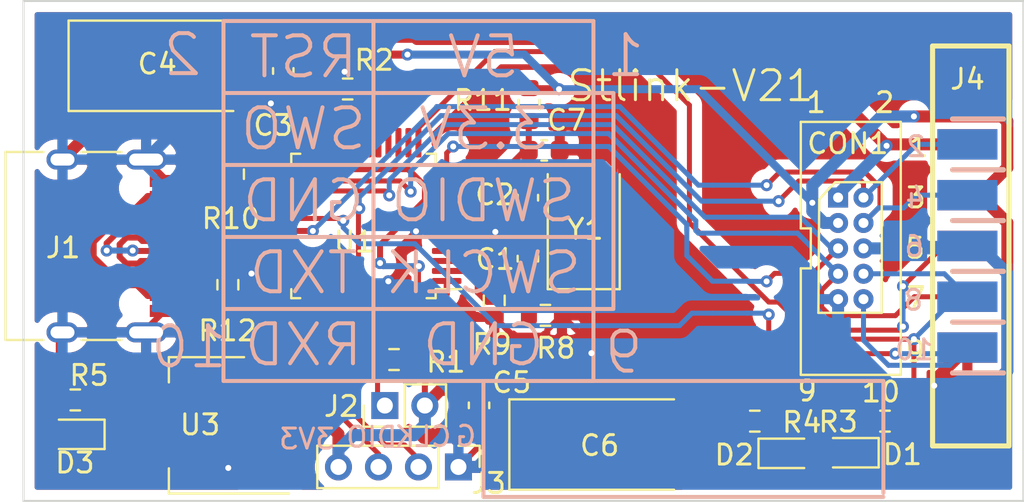
<source format=kicad_pcb>
(kicad_pcb (version 20171130) (host pcbnew "(5.1.9-0-10_14)")

  (general
    (thickness 1.6)
    (drawings 54)
    (tracks 460)
    (zones 0)
    (modules 28)
    (nets 50)
  )

  (page A4)
  (layers
    (0 F.Cu signal)
    (31 B.Cu signal)
    (32 B.Adhes user)
    (33 F.Adhes user)
    (34 B.Paste user)
    (35 F.Paste user)
    (36 B.SilkS user)
    (37 F.SilkS user)
    (38 B.Mask user)
    (39 F.Mask user)
    (40 Dwgs.User user)
    (41 Cmts.User user)
    (42 Eco1.User user)
    (43 Eco2.User user)
    (44 Edge.Cuts user)
    (45 Margin user)
    (46 B.CrtYd user)
    (47 F.CrtYd user)
    (48 B.Fab user hide)
    (49 F.Fab user hide)
  )

  (setup
    (last_trace_width 0.25)
    (user_trace_width 0.3)
    (user_trace_width 0.4)
    (user_trace_width 0.6)
    (trace_clearance 0.2)
    (zone_clearance 0.508)
    (zone_45_only no)
    (trace_min 0.1)
    (via_size 0.8)
    (via_drill 0.4)
    (via_min_size 0.4)
    (via_min_drill 0.3)
    (user_via 0.6 0.3)
    (uvia_size 0.3)
    (uvia_drill 0.1)
    (uvias_allowed no)
    (uvia_min_size 0.2)
    (uvia_min_drill 0.1)
    (edge_width 0.05)
    (segment_width 0.2)
    (pcb_text_width 0.3)
    (pcb_text_size 1.5 1.5)
    (mod_edge_width 0.12)
    (mod_text_size 1 1)
    (mod_text_width 0.15)
    (pad_size 1.524 1.524)
    (pad_drill 0.762)
    (pad_to_mask_clearance 0)
    (aux_axis_origin 0 0)
    (visible_elements FFFFFF7F)
    (pcbplotparams
      (layerselection 0x010fc_ffffffff)
      (usegerberextensions false)
      (usegerberattributes true)
      (usegerberadvancedattributes true)
      (creategerberjobfile true)
      (excludeedgelayer true)
      (linewidth 0.100000)
      (plotframeref false)
      (viasonmask false)
      (mode 1)
      (useauxorigin false)
      (hpglpennumber 1)
      (hpglpenspeed 20)
      (hpglpendiameter 15.000000)
      (psnegative false)
      (psa4output false)
      (plotreference true)
      (plotvalue true)
      (plotinvisibletext false)
      (padsonsilk false)
      (subtractmaskfromsilk false)
      (outputformat 1)
      (mirror false)
      (drillshape 0)
      (scaleselection 1)
      (outputdirectory "stlinkv21/"))
  )

  (net 0 "")
  (net 1 "Net-(U1-Pad46)")
  (net 2 "Net-(U1-Pad45)")
  (net 3 "Net-(U1-Pad43)")
  (net 4 "Net-(U1-Pad41)")
  (net 5 "Net-(U1-Pad40)")
  (net 6 "Net-(U1-Pad39)")
  (net 7 "Net-(U1-Pad38)")
  (net 8 "Net-(U1-Pad29)")
  (net 9 "Net-(U1-Pad28)")
  (net 10 "Net-(U1-Pad22)")
  (net 11 "Net-(U1-Pad21)")
  (net 12 "Net-(U1-Pad19)")
  (net 13 "Net-(U1-Pad18)")
  (net 14 "Net-(U1-Pad17)")
  (net 15 "Net-(U1-Pad16)")
  (net 16 "Net-(U1-Pad15)")
  (net 17 "Net-(U1-Pad4)")
  (net 18 "Net-(J1-PadB8)")
  (net 19 "Net-(J1-PadA5)")
  (net 20 "Net-(J1-PadA8)")
  (net 21 "Net-(J1-PadB5)")
  (net 22 GND)
  (net 23 "Net-(C1-Pad1)")
  (net 24 "Net-(C2-Pad1)")
  (net 25 VBUS)
  (net 26 USB_DP)
  (net 27 USB_DM)
  (net 28 +3V3)
  (net 29 m_CLK)
  (net 30 m_DIO)
  (net 31 GREEN)
  (net 32 "Net-(J2-Pad1)")
  (net 33 "Net-(R2-Pad1)")
  (net 34 "Net-(D1-Pad1)")
  (net 35 "Net-(D2-Pad1)")
  (net 36 "Net-(D3-Pad1)")
  (net 37 PA0)
  (net 38 PA3)
  (net 39 PA1)
  (net 40 PA4)
  (net 41 PA2)
  (net 42 PA10)
  (net 43 PB6)
  (net 44 PB13)
  (net 45 PB14)
  (net 46 "Net-(C7-Pad1)")
  (net 47 "Net-(R8-Pad1)")
  (net 48 "Net-(R9-Pad1)")
  (net 49 "Net-(R10-Pad1)")

  (net_class Default "This is the default net class."
    (clearance 0.2)
    (trace_width 0.25)
    (via_dia 0.8)
    (via_drill 0.4)
    (uvia_dia 0.3)
    (uvia_drill 0.1)
    (add_net +3V3)
    (add_net GND)
    (add_net GREEN)
    (add_net "Net-(C1-Pad1)")
    (add_net "Net-(C2-Pad1)")
    (add_net "Net-(C7-Pad1)")
    (add_net "Net-(D1-Pad1)")
    (add_net "Net-(D2-Pad1)")
    (add_net "Net-(D3-Pad1)")
    (add_net "Net-(J1-PadA5)")
    (add_net "Net-(J1-PadA8)")
    (add_net "Net-(J1-PadB5)")
    (add_net "Net-(J1-PadB8)")
    (add_net "Net-(J2-Pad1)")
    (add_net "Net-(R10-Pad1)")
    (add_net "Net-(R2-Pad1)")
    (add_net "Net-(R8-Pad1)")
    (add_net "Net-(R9-Pad1)")
    (add_net "Net-(U1-Pad15)")
    (add_net "Net-(U1-Pad16)")
    (add_net "Net-(U1-Pad17)")
    (add_net "Net-(U1-Pad18)")
    (add_net "Net-(U1-Pad19)")
    (add_net "Net-(U1-Pad21)")
    (add_net "Net-(U1-Pad22)")
    (add_net "Net-(U1-Pad28)")
    (add_net "Net-(U1-Pad29)")
    (add_net "Net-(U1-Pad38)")
    (add_net "Net-(U1-Pad39)")
    (add_net "Net-(U1-Pad4)")
    (add_net "Net-(U1-Pad40)")
    (add_net "Net-(U1-Pad41)")
    (add_net "Net-(U1-Pad43)")
    (add_net "Net-(U1-Pad45)")
    (add_net "Net-(U1-Pad46)")
    (add_net PA0)
    (add_net PA1)
    (add_net PA10)
    (add_net PA2)
    (add_net PA3)
    (add_net PA4)
    (add_net PB13)
    (add_net PB14)
    (add_net PB6)
    (add_net USB_DM)
    (add_net USB_DP)
    (add_net VBUS)
    (add_net m_CLK)
    (add_net m_DIO)
  )

  (module Capacitor_Tantalum_SMD:CP_EIA-7343-43_Kemet-X_Pad2.25x2.55mm_HandSolder (layer F.Cu) (tedit 5EBA9318) (tstamp 601DF0AA)
    (at 128.88 97.18)
    (descr "Tantalum Capacitor SMD Kemet-X (7343-43 Metric), IPC_7351 nominal, (Body size from: http://www.kemet.com/Lists/ProductCatalog/Attachments/253/KEM_TC101_STD.pdf), generated with kicad-footprint-generator")
    (tags "capacitor tantalum")
    (path /6027A233)
    (attr smd)
    (fp_text reference C6 (at -0.07 0.05) (layer F.SilkS)
      (effects (font (size 1 1) (thickness 0.15)))
    )
    (fp_text value C (at 0 3.1) (layer F.Fab)
      (effects (font (size 1 1) (thickness 0.15)))
    )
    (fp_line (start 4.58 2.4) (end -4.58 2.4) (layer F.CrtYd) (width 0.05))
    (fp_line (start 4.58 -2.4) (end 4.58 2.4) (layer F.CrtYd) (width 0.05))
    (fp_line (start -4.58 -2.4) (end 4.58 -2.4) (layer F.CrtYd) (width 0.05))
    (fp_line (start -4.58 2.4) (end -4.58 -2.4) (layer F.CrtYd) (width 0.05))
    (fp_line (start -4.585 2.26) (end 3.65 2.26) (layer F.SilkS) (width 0.12))
    (fp_line (start -4.585 -2.26) (end -4.585 2.26) (layer F.SilkS) (width 0.12))
    (fp_line (start 3.65 -2.26) (end -4.585 -2.26) (layer F.SilkS) (width 0.12))
    (fp_line (start 3.65 2.15) (end 3.65 -2.15) (layer F.Fab) (width 0.1))
    (fp_line (start -3.65 2.15) (end 3.65 2.15) (layer F.Fab) (width 0.1))
    (fp_line (start -3.65 -1.15) (end -3.65 2.15) (layer F.Fab) (width 0.1))
    (fp_line (start -2.65 -2.15) (end -3.65 -1.15) (layer F.Fab) (width 0.1))
    (fp_line (start 3.65 -2.15) (end -2.65 -2.15) (layer F.Fab) (width 0.1))
    (fp_text user %R (at 0 0) (layer F.Fab)
      (effects (font (size 1 1) (thickness 0.15)))
    )
    (pad 2 smd roundrect (at 3.2 0) (size 2.25 2.55) (layers F.Cu F.Paste F.Mask) (roundrect_rratio 0.1111106666666667)
      (net 28 +3V3))
    (pad 1 smd roundrect (at -3.2 0) (size 2.25 2.55) (layers F.Cu F.Paste F.Mask) (roundrect_rratio 0.1111106666666667)
      (net 22 GND))
    (model ${KISYS3DMOD}/Capacitor_Tantalum_SMD.3dshapes/CP_EIA-7343-43_Kemet-X.wrl
      (at (xyz 0 0 0))
      (scale (xyz 1 1 1))
      (rotate (xyz 0 0 0))
    )
  )

  (module Capacitor_Tantalum_SMD:CP_EIA-7343-43_Kemet-X_Pad2.25x2.55mm_HandSolder (layer F.Cu) (tedit 5EBA9318) (tstamp 601DF088)
    (at 106.84 78.24)
    (descr "Tantalum Capacitor SMD Kemet-X (7343-43 Metric), IPC_7351 nominal, (Body size from: http://www.kemet.com/Lists/ProductCatalog/Attachments/253/KEM_TC101_STD.pdf), generated with kicad-footprint-generator")
    (tags "capacitor tantalum")
    (path /60279B50)
    (attr smd)
    (fp_text reference C4 (at -0.15 -0.09) (layer F.SilkS)
      (effects (font (size 1 1) (thickness 0.15)))
    )
    (fp_text value C (at 0 3.1) (layer F.Fab)
      (effects (font (size 1 1) (thickness 0.15)))
    )
    (fp_line (start 4.58 2.4) (end -4.58 2.4) (layer F.CrtYd) (width 0.05))
    (fp_line (start 4.58 -2.4) (end 4.58 2.4) (layer F.CrtYd) (width 0.05))
    (fp_line (start -4.58 -2.4) (end 4.58 -2.4) (layer F.CrtYd) (width 0.05))
    (fp_line (start -4.58 2.4) (end -4.58 -2.4) (layer F.CrtYd) (width 0.05))
    (fp_line (start -4.585 2.26) (end 3.65 2.26) (layer F.SilkS) (width 0.12))
    (fp_line (start -4.585 -2.26) (end -4.585 2.26) (layer F.SilkS) (width 0.12))
    (fp_line (start 3.65 -2.26) (end -4.585 -2.26) (layer F.SilkS) (width 0.12))
    (fp_line (start 3.65 2.15) (end 3.65 -2.15) (layer F.Fab) (width 0.1))
    (fp_line (start -3.65 2.15) (end 3.65 2.15) (layer F.Fab) (width 0.1))
    (fp_line (start -3.65 -1.15) (end -3.65 2.15) (layer F.Fab) (width 0.1))
    (fp_line (start -2.65 -2.15) (end -3.65 -1.15) (layer F.Fab) (width 0.1))
    (fp_line (start 3.65 -2.15) (end -2.65 -2.15) (layer F.Fab) (width 0.1))
    (fp_text user %R (at 0 0) (layer F.Fab)
      (effects (font (size 1 1) (thickness 0.15)))
    )
    (pad 2 smd roundrect (at 3.2 0) (size 2.25 2.55) (layers F.Cu F.Paste F.Mask) (roundrect_rratio 0.1111106666666667)
      (net 25 VBUS))
    (pad 1 smd roundrect (at -3.2 0) (size 2.25 2.55) (layers F.Cu F.Paste F.Mask) (roundrect_rratio 0.1111106666666667)
      (net 22 GND))
    (model ${KISYS3DMOD}/Capacitor_Tantalum_SMD.3dshapes/CP_EIA-7343-43_Kemet-X.wrl
      (at (xyz 0 0 0))
      (scale (xyz 1 1 1))
      (rotate (xyz 0 0 0))
    )
  )

  (module Crystal:Crystal_SMD_5032-2Pin_5.0x3.2mm (layer F.Cu) (tedit 5A0FD1B2) (tstamp 60280DD1)
    (at 128.016 86.36 90)
    (descr "SMD Crystal SERIES SMD2520/2 http://www.icbase.com/File/PDF/HKC/HKC00061008.pdf, 5.0x3.2mm^2 package")
    (tags "SMD SMT crystal")
    (path /6028BE64)
    (attr smd)
    (fp_text reference Y1 (at -0.05 0.074 180) (layer F.SilkS)
      (effects (font (size 1 1) (thickness 0.15)))
    )
    (fp_text value Crystal_Small (at 0 2.8 90) (layer F.Fab)
      (effects (font (size 1 1) (thickness 0.15)))
    )
    (fp_circle (center 0 0) (end 0.093333 0) (layer F.Adhes) (width 0.186667))
    (fp_circle (center 0 0) (end 0.213333 0) (layer F.Adhes) (width 0.133333))
    (fp_circle (center 0 0) (end 0.333333 0) (layer F.Adhes) (width 0.133333))
    (fp_circle (center 0 0) (end 0.4 0) (layer F.Adhes) (width 0.1))
    (fp_line (start 3.1 -1.9) (end -3.1 -1.9) (layer F.CrtYd) (width 0.05))
    (fp_line (start 3.1 1.9) (end 3.1 -1.9) (layer F.CrtYd) (width 0.05))
    (fp_line (start -3.1 1.9) (end 3.1 1.9) (layer F.CrtYd) (width 0.05))
    (fp_line (start -3.1 -1.9) (end -3.1 1.9) (layer F.CrtYd) (width 0.05))
    (fp_line (start -3.05 1.8) (end 2.7 1.8) (layer F.SilkS) (width 0.12))
    (fp_line (start -3.05 -1.8) (end -3.05 1.8) (layer F.SilkS) (width 0.12))
    (fp_line (start 2.7 -1.8) (end -3.05 -1.8) (layer F.SilkS) (width 0.12))
    (fp_line (start -2.5 0.6) (end -1.5 1.6) (layer F.Fab) (width 0.1))
    (fp_line (start -2.5 -1.4) (end -2.3 -1.6) (layer F.Fab) (width 0.1))
    (fp_line (start -2.5 1.4) (end -2.5 -1.4) (layer F.Fab) (width 0.1))
    (fp_line (start -2.3 1.6) (end -2.5 1.4) (layer F.Fab) (width 0.1))
    (fp_line (start 2.3 1.6) (end -2.3 1.6) (layer F.Fab) (width 0.1))
    (fp_line (start 2.5 1.4) (end 2.3 1.6) (layer F.Fab) (width 0.1))
    (fp_line (start 2.5 -1.4) (end 2.5 1.4) (layer F.Fab) (width 0.1))
    (fp_line (start 2.3 -1.6) (end 2.5 -1.4) (layer F.Fab) (width 0.1))
    (fp_line (start -2.3 -1.6) (end 2.3 -1.6) (layer F.Fab) (width 0.1))
    (fp_text user %R (at 0 0 90) (layer F.Fab)
      (effects (font (size 1 1) (thickness 0.15)))
    )
    (pad 2 smd rect (at 1.85 0 90) (size 2 2.4) (layers F.Cu F.Paste F.Mask)
      (net 24 "Net-(C2-Pad1)"))
    (pad 1 smd rect (at -1.85 0 90) (size 2 2.4) (layers F.Cu F.Paste F.Mask)
      (net 23 "Net-(C1-Pad1)"))
    (model ${KISYS3DMOD}/Crystal.3dshapes/Crystal_SMD_5032-2Pin_5.0x3.2mm.wrl
      (at (xyz 0 0 0))
      (scale (xyz 1 1 1))
      (rotate (xyz 0 0 0))
    )
  )

  (module Resistor_SMD:R_0603_1608Metric (layer F.Cu) (tedit 5F68FEEE) (tstamp 601E5999)
    (at 110.22 89.19 270)
    (descr "Resistor SMD 0603 (1608 Metric), square (rectangular) end terminal, IPC_7351 nominal, (Body size source: IPC-SM-782 page 72, https://www.pcb-3d.com/wordpress/wp-content/uploads/ipc-sm-782a_amendment_1_and_2.pdf), generated with kicad-footprint-generator")
    (tags resistor)
    (path /6036134C)
    (attr smd)
    (fp_text reference R12 (at 2.3 0.02 180) (layer F.SilkS)
      (effects (font (size 1 1) (thickness 0.15)))
    )
    (fp_text value 10k (at 0 1.43 90) (layer F.Fab)
      (effects (font (size 1 1) (thickness 0.15)))
    )
    (fp_line (start 1.48 0.73) (end -1.48 0.73) (layer F.CrtYd) (width 0.05))
    (fp_line (start 1.48 -0.73) (end 1.48 0.73) (layer F.CrtYd) (width 0.05))
    (fp_line (start -1.48 -0.73) (end 1.48 -0.73) (layer F.CrtYd) (width 0.05))
    (fp_line (start -1.48 0.73) (end -1.48 -0.73) (layer F.CrtYd) (width 0.05))
    (fp_line (start -0.237258 0.5225) (end 0.237258 0.5225) (layer F.SilkS) (width 0.12))
    (fp_line (start -0.237258 -0.5225) (end 0.237258 -0.5225) (layer F.SilkS) (width 0.12))
    (fp_line (start 0.8 0.4125) (end -0.8 0.4125) (layer F.Fab) (width 0.1))
    (fp_line (start 0.8 -0.4125) (end 0.8 0.4125) (layer F.Fab) (width 0.1))
    (fp_line (start -0.8 -0.4125) (end 0.8 -0.4125) (layer F.Fab) (width 0.1))
    (fp_line (start -0.8 0.4125) (end -0.8 -0.4125) (layer F.Fab) (width 0.1))
    (fp_text user %R (at 0 0 90) (layer F.Fab)
      (effects (font (size 0.4 0.4) (thickness 0.06)))
    )
    (pad 2 smd roundrect (at 0.825 0 270) (size 0.8 0.95) (layers F.Cu F.Paste F.Mask) (roundrect_rratio 0.25)
      (net 28 +3V3))
    (pad 1 smd roundrect (at -0.825 0 270) (size 0.8 0.95) (layers F.Cu F.Paste F.Mask) (roundrect_rratio 0.25)
      (net 26 USB_DP))
    (model ${KISYS3DMOD}/Resistor_SMD.3dshapes/R_0603_1608Metric.wrl
      (at (xyz 0 0 0))
      (scale (xyz 1 1 1))
      (rotate (xyz 0 0 0))
    )
  )

  (module Resistor_SMD:R_0603_1608Metric (layer F.Cu) (tedit 5F68FEEE) (tstamp 601E5988)
    (at 125.28 80.18 90)
    (descr "Resistor SMD 0603 (1608 Metric), square (rectangular) end terminal, IPC_7351 nominal, (Body size source: IPC-SM-782 page 72, https://www.pcb-3d.com/wordpress/wp-content/uploads/ipc-sm-782a_amendment_1_and_2.pdf), generated with kicad-footprint-generator")
    (tags resistor)
    (path /602FE7F8)
    (attr smd)
    (fp_text reference R11 (at 0.21 -2.31 180) (layer F.SilkS)
      (effects (font (size 1 1) (thickness 0.15)))
    )
    (fp_text value 10k (at 0 1.43 90) (layer F.Fab)
      (effects (font (size 1 1) (thickness 0.15)))
    )
    (fp_line (start 1.48 0.73) (end -1.48 0.73) (layer F.CrtYd) (width 0.05))
    (fp_line (start 1.48 -0.73) (end 1.48 0.73) (layer F.CrtYd) (width 0.05))
    (fp_line (start -1.48 -0.73) (end 1.48 -0.73) (layer F.CrtYd) (width 0.05))
    (fp_line (start -1.48 0.73) (end -1.48 -0.73) (layer F.CrtYd) (width 0.05))
    (fp_line (start -0.237258 0.5225) (end 0.237258 0.5225) (layer F.SilkS) (width 0.12))
    (fp_line (start -0.237258 -0.5225) (end 0.237258 -0.5225) (layer F.SilkS) (width 0.12))
    (fp_line (start 0.8 0.4125) (end -0.8 0.4125) (layer F.Fab) (width 0.1))
    (fp_line (start 0.8 -0.4125) (end 0.8 0.4125) (layer F.Fab) (width 0.1))
    (fp_line (start -0.8 -0.4125) (end 0.8 -0.4125) (layer F.Fab) (width 0.1))
    (fp_line (start -0.8 0.4125) (end -0.8 -0.4125) (layer F.Fab) (width 0.1))
    (fp_text user %R (at 0 0 90) (layer F.Fab)
      (effects (font (size 0.4 0.4) (thickness 0.06)))
    )
    (pad 2 smd roundrect (at 0.825 0 90) (size 0.8 0.95) (layers F.Cu F.Paste F.Mask) (roundrect_rratio 0.25)
      (net 28 +3V3))
    (pad 1 smd roundrect (at -0.825 0 90) (size 0.8 0.95) (layers F.Cu F.Paste F.Mask) (roundrect_rratio 0.25)
      (net 46 "Net-(C7-Pad1)"))
    (model ${KISYS3DMOD}/Resistor_SMD.3dshapes/R_0603_1608Metric.wrl
      (at (xyz 0 0 0))
      (scale (xyz 1 1 1))
      (rotate (xyz 0 0 0))
    )
  )

  (module Resistor_SMD:R_0603_1608Metric (layer F.Cu) (tedit 5F68FEEE) (tstamp 601E5977)
    (at 110.5 83.66 270)
    (descr "Resistor SMD 0603 (1608 Metric), square (rectangular) end terminal, IPC_7351 nominal, (Body size source: IPC-SM-782 page 72, https://www.pcb-3d.com/wordpress/wp-content/uploads/ipc-sm-782a_amendment_1_and_2.pdf), generated with kicad-footprint-generator")
    (tags resistor)
    (path /6038C99B)
    (attr smd)
    (fp_text reference R10 (at 2.22 0.13 180) (layer F.SilkS)
      (effects (font (size 1 1) (thickness 0.15)))
    )
    (fp_text value 10k (at 0 1.43 90) (layer F.Fab)
      (effects (font (size 1 1) (thickness 0.15)))
    )
    (fp_line (start 1.48 0.73) (end -1.48 0.73) (layer F.CrtYd) (width 0.05))
    (fp_line (start 1.48 -0.73) (end 1.48 0.73) (layer F.CrtYd) (width 0.05))
    (fp_line (start -1.48 -0.73) (end 1.48 -0.73) (layer F.CrtYd) (width 0.05))
    (fp_line (start -1.48 0.73) (end -1.48 -0.73) (layer F.CrtYd) (width 0.05))
    (fp_line (start -0.237258 0.5225) (end 0.237258 0.5225) (layer F.SilkS) (width 0.12))
    (fp_line (start -0.237258 -0.5225) (end 0.237258 -0.5225) (layer F.SilkS) (width 0.12))
    (fp_line (start 0.8 0.4125) (end -0.8 0.4125) (layer F.Fab) (width 0.1))
    (fp_line (start 0.8 -0.4125) (end 0.8 0.4125) (layer F.Fab) (width 0.1))
    (fp_line (start -0.8 -0.4125) (end 0.8 -0.4125) (layer F.Fab) (width 0.1))
    (fp_line (start -0.8 0.4125) (end -0.8 -0.4125) (layer F.Fab) (width 0.1))
    (fp_text user %R (at 0 0 90) (layer F.Fab)
      (effects (font (size 0.4 0.4) (thickness 0.06)))
    )
    (pad 2 smd roundrect (at 0.825 0 270) (size 0.8 0.95) (layers F.Cu F.Paste F.Mask) (roundrect_rratio 0.25)
      (net 45 PB14))
    (pad 1 smd roundrect (at -0.825 0 270) (size 0.8 0.95) (layers F.Cu F.Paste F.Mask) (roundrect_rratio 0.25)
      (net 49 "Net-(R10-Pad1)"))
    (model ${KISYS3DMOD}/Resistor_SMD.3dshapes/R_0603_1608Metric.wrl
      (at (xyz 0 0 0))
      (scale (xyz 1 1 1))
      (rotate (xyz 0 0 0))
    )
  )

  (module Resistor_SMD:R_0603_1608Metric (layer F.Cu) (tedit 5F68FEEE) (tstamp 601E5966)
    (at 123.54 89.97 270)
    (descr "Resistor SMD 0603 (1608 Metric), square (rectangular) end terminal, IPC_7351 nominal, (Body size source: IPC-SM-782 page 72, https://www.pcb-3d.com/wordpress/wp-content/uploads/ipc-sm-782a_amendment_1_and_2.pdf), generated with kicad-footprint-generator")
    (tags resistor)
    (path /60325C7D)
    (attr smd)
    (fp_text reference R9 (at 2.2 0.11 180) (layer F.SilkS)
      (effects (font (size 1 1) (thickness 0.15)))
    )
    (fp_text value 10k (at 0 1.43 90) (layer F.Fab)
      (effects (font (size 1 1) (thickness 0.15)))
    )
    (fp_line (start 1.48 0.73) (end -1.48 0.73) (layer F.CrtYd) (width 0.05))
    (fp_line (start 1.48 -0.73) (end 1.48 0.73) (layer F.CrtYd) (width 0.05))
    (fp_line (start -1.48 -0.73) (end 1.48 -0.73) (layer F.CrtYd) (width 0.05))
    (fp_line (start -1.48 0.73) (end -1.48 -0.73) (layer F.CrtYd) (width 0.05))
    (fp_line (start -0.237258 0.5225) (end 0.237258 0.5225) (layer F.SilkS) (width 0.12))
    (fp_line (start -0.237258 -0.5225) (end 0.237258 -0.5225) (layer F.SilkS) (width 0.12))
    (fp_line (start 0.8 0.4125) (end -0.8 0.4125) (layer F.Fab) (width 0.1))
    (fp_line (start 0.8 -0.4125) (end 0.8 0.4125) (layer F.Fab) (width 0.1))
    (fp_line (start -0.8 -0.4125) (end 0.8 -0.4125) (layer F.Fab) (width 0.1))
    (fp_line (start -0.8 0.4125) (end -0.8 -0.4125) (layer F.Fab) (width 0.1))
    (fp_text user %R (at 0 0 90) (layer F.Fab)
      (effects (font (size 0.4 0.4) (thickness 0.06)))
    )
    (pad 2 smd roundrect (at 0.825 0 270) (size 0.8 0.95) (layers F.Cu F.Paste F.Mask) (roundrect_rratio 0.25)
      (net 22 GND))
    (pad 1 smd roundrect (at -0.825 0 270) (size 0.8 0.95) (layers F.Cu F.Paste F.Mask) (roundrect_rratio 0.25)
      (net 48 "Net-(R9-Pad1)"))
    (model ${KISYS3DMOD}/Resistor_SMD.3dshapes/R_0603_1608Metric.wrl
      (at (xyz 0 0 0))
      (scale (xyz 1 1 1))
      (rotate (xyz 0 0 0))
    )
  )

  (module Resistor_SMD:R_0603_1608Metric (layer F.Cu) (tedit 5F68FEEE) (tstamp 601E5955)
    (at 126.1 90.72)
    (descr "Resistor SMD 0603 (1608 Metric), square (rectangular) end terminal, IPC_7351 nominal, (Body size source: IPC-SM-782 page 72, https://www.pcb-3d.com/wordpress/wp-content/uploads/ipc-sm-782a_amendment_1_and_2.pdf), generated with kicad-footprint-generator")
    (tags resistor)
    (path /603247FA)
    (attr smd)
    (fp_text reference R8 (at 0.52 1.64) (layer F.SilkS)
      (effects (font (size 1 1) (thickness 0.15)))
    )
    (fp_text value 10k (at 0 1.43) (layer F.Fab)
      (effects (font (size 1 1) (thickness 0.15)))
    )
    (fp_line (start 1.48 0.73) (end -1.48 0.73) (layer F.CrtYd) (width 0.05))
    (fp_line (start 1.48 -0.73) (end 1.48 0.73) (layer F.CrtYd) (width 0.05))
    (fp_line (start -1.48 -0.73) (end 1.48 -0.73) (layer F.CrtYd) (width 0.05))
    (fp_line (start -1.48 0.73) (end -1.48 -0.73) (layer F.CrtYd) (width 0.05))
    (fp_line (start -0.237258 0.5225) (end 0.237258 0.5225) (layer F.SilkS) (width 0.12))
    (fp_line (start -0.237258 -0.5225) (end 0.237258 -0.5225) (layer F.SilkS) (width 0.12))
    (fp_line (start 0.8 0.4125) (end -0.8 0.4125) (layer F.Fab) (width 0.1))
    (fp_line (start 0.8 -0.4125) (end 0.8 0.4125) (layer F.Fab) (width 0.1))
    (fp_line (start -0.8 -0.4125) (end 0.8 -0.4125) (layer F.Fab) (width 0.1))
    (fp_line (start -0.8 0.4125) (end -0.8 -0.4125) (layer F.Fab) (width 0.1))
    (fp_text user %R (at 0 0) (layer F.Fab)
      (effects (font (size 0.4 0.4) (thickness 0.06)))
    )
    (pad 2 smd roundrect (at 0.825 0) (size 0.8 0.95) (layers F.Cu F.Paste F.Mask) (roundrect_rratio 0.25)
      (net 22 GND))
    (pad 1 smd roundrect (at -0.825 0) (size 0.8 0.95) (layers F.Cu F.Paste F.Mask) (roundrect_rratio 0.25)
      (net 47 "Net-(R8-Pad1)"))
    (model ${KISYS3DMOD}/Resistor_SMD.3dshapes/R_0603_1608Metric.wrl
      (at (xyz 0 0 0))
      (scale (xyz 1 1 1))
      (rotate (xyz 0 0 0))
    )
  )

  (module Capacitor_SMD:C_0603_1608Metric (layer F.Cu) (tedit 5F68FEEE) (tstamp 601E5684)
    (at 126.04 82.47)
    (descr "Capacitor SMD 0603 (1608 Metric), square (rectangular) end terminal, IPC_7351 nominal, (Body size source: IPC-SM-782 page 76, https://www.pcb-3d.com/wordpress/wp-content/uploads/ipc-sm-782a_amendment_1_and_2.pdf), generated with kicad-footprint-generator")
    (tags capacitor)
    (path /60310AC4)
    (attr smd)
    (fp_text reference C7 (at 1.12 -1.51) (layer F.SilkS)
      (effects (font (size 1 1) (thickness 0.15)))
    )
    (fp_text value C (at 0 1.43) (layer F.Fab)
      (effects (font (size 1 1) (thickness 0.15)))
    )
    (fp_line (start 1.48 0.73) (end -1.48 0.73) (layer F.CrtYd) (width 0.05))
    (fp_line (start 1.48 -0.73) (end 1.48 0.73) (layer F.CrtYd) (width 0.05))
    (fp_line (start -1.48 -0.73) (end 1.48 -0.73) (layer F.CrtYd) (width 0.05))
    (fp_line (start -1.48 0.73) (end -1.48 -0.73) (layer F.CrtYd) (width 0.05))
    (fp_line (start -0.14058 0.51) (end 0.14058 0.51) (layer F.SilkS) (width 0.12))
    (fp_line (start -0.14058 -0.51) (end 0.14058 -0.51) (layer F.SilkS) (width 0.12))
    (fp_line (start 0.8 0.4) (end -0.8 0.4) (layer F.Fab) (width 0.1))
    (fp_line (start 0.8 -0.4) (end 0.8 0.4) (layer F.Fab) (width 0.1))
    (fp_line (start -0.8 -0.4) (end 0.8 -0.4) (layer F.Fab) (width 0.1))
    (fp_line (start -0.8 0.4) (end -0.8 -0.4) (layer F.Fab) (width 0.1))
    (fp_text user %R (at 0 0) (layer F.Fab)
      (effects (font (size 0.4 0.4) (thickness 0.06)))
    )
    (pad 2 smd roundrect (at 0.775 0) (size 0.9 0.95) (layers F.Cu F.Paste F.Mask) (roundrect_rratio 0.25)
      (net 22 GND))
    (pad 1 smd roundrect (at -0.775 0) (size 0.9 0.95) (layers F.Cu F.Paste F.Mask) (roundrect_rratio 0.25)
      (net 46 "Net-(C7-Pad1)"))
    (model ${KISYS3DMOD}/Capacitor_SMD.3dshapes/C_0603_1608Metric.wrl
      (at (xyz 0 0 0))
      (scale (xyz 1 1 1))
      (rotate (xyz 0 0 0))
    )
  )

  (module Capacitor_SMD:C_0603_1608Metric (layer F.Cu) (tedit 5F68FEEE) (tstamp 601DF099)
    (at 122.78 95.22 90)
    (descr "Capacitor SMD 0603 (1608 Metric), square (rectangular) end terminal, IPC_7351 nominal, (Body size source: IPC-SM-782 page 76, https://www.pcb-3d.com/wordpress/wp-content/uploads/ipc-sm-782a_amendment_1_and_2.pdf), generated with kicad-footprint-generator")
    (tags capacitor)
    (path /60279CD3)
    (attr smd)
    (fp_text reference C5 (at 1.14 1.63 180) (layer F.SilkS)
      (effects (font (size 1 1) (thickness 0.15)))
    )
    (fp_text value C (at 0 1.43 90) (layer F.Fab)
      (effects (font (size 1 1) (thickness 0.15)))
    )
    (fp_line (start 1.48 0.73) (end -1.48 0.73) (layer F.CrtYd) (width 0.05))
    (fp_line (start 1.48 -0.73) (end 1.48 0.73) (layer F.CrtYd) (width 0.05))
    (fp_line (start -1.48 -0.73) (end 1.48 -0.73) (layer F.CrtYd) (width 0.05))
    (fp_line (start -1.48 0.73) (end -1.48 -0.73) (layer F.CrtYd) (width 0.05))
    (fp_line (start -0.14058 0.51) (end 0.14058 0.51) (layer F.SilkS) (width 0.12))
    (fp_line (start -0.14058 -0.51) (end 0.14058 -0.51) (layer F.SilkS) (width 0.12))
    (fp_line (start 0.8 0.4) (end -0.8 0.4) (layer F.Fab) (width 0.1))
    (fp_line (start 0.8 -0.4) (end 0.8 0.4) (layer F.Fab) (width 0.1))
    (fp_line (start -0.8 -0.4) (end 0.8 -0.4) (layer F.Fab) (width 0.1))
    (fp_line (start -0.8 0.4) (end -0.8 -0.4) (layer F.Fab) (width 0.1))
    (fp_text user %R (at 0 0 90) (layer F.Fab)
      (effects (font (size 0.4 0.4) (thickness 0.06)))
    )
    (pad 2 smd roundrect (at 0.775 0 90) (size 0.9 0.95) (layers F.Cu F.Paste F.Mask) (roundrect_rratio 0.25)
      (net 28 +3V3))
    (pad 1 smd roundrect (at -0.775 0 90) (size 0.9 0.95) (layers F.Cu F.Paste F.Mask) (roundrect_rratio 0.25)
      (net 22 GND))
    (model ${KISYS3DMOD}/Capacitor_SMD.3dshapes/C_0603_1608Metric.wrl
      (at (xyz 0 0 0))
      (scale (xyz 1 1 1))
      (rotate (xyz 0 0 0))
    )
  )

  (module Capacitor_SMD:C_0603_1608Metric (layer F.Cu) (tedit 5F68FEEE) (tstamp 601DF077)
    (at 112.99 78.5 90)
    (descr "Capacitor SMD 0603 (1608 Metric), square (rectangular) end terminal, IPC_7351 nominal, (Body size source: IPC-SM-782 page 76, https://www.pcb-3d.com/wordpress/wp-content/uploads/ipc-sm-782a_amendment_1_and_2.pdf), generated with kicad-footprint-generator")
    (tags capacitor)
    (path /602791C6)
    (attr smd)
    (fp_text reference C3 (at -2.72 -0.51 180) (layer F.SilkS)
      (effects (font (size 1 1) (thickness 0.15)))
    )
    (fp_text value C (at 0 1.43 90) (layer F.Fab)
      (effects (font (size 1 1) (thickness 0.15)))
    )
    (fp_line (start 1.48 0.73) (end -1.48 0.73) (layer F.CrtYd) (width 0.05))
    (fp_line (start 1.48 -0.73) (end 1.48 0.73) (layer F.CrtYd) (width 0.05))
    (fp_line (start -1.48 -0.73) (end 1.48 -0.73) (layer F.CrtYd) (width 0.05))
    (fp_line (start -1.48 0.73) (end -1.48 -0.73) (layer F.CrtYd) (width 0.05))
    (fp_line (start -0.14058 0.51) (end 0.14058 0.51) (layer F.SilkS) (width 0.12))
    (fp_line (start -0.14058 -0.51) (end 0.14058 -0.51) (layer F.SilkS) (width 0.12))
    (fp_line (start 0.8 0.4) (end -0.8 0.4) (layer F.Fab) (width 0.1))
    (fp_line (start 0.8 -0.4) (end 0.8 0.4) (layer F.Fab) (width 0.1))
    (fp_line (start -0.8 -0.4) (end 0.8 -0.4) (layer F.Fab) (width 0.1))
    (fp_line (start -0.8 0.4) (end -0.8 -0.4) (layer F.Fab) (width 0.1))
    (fp_text user %R (at 0 0 90) (layer F.Fab)
      (effects (font (size 0.4 0.4) (thickness 0.06)))
    )
    (pad 2 smd roundrect (at 0.775 0 90) (size 0.9 0.95) (layers F.Cu F.Paste F.Mask) (roundrect_rratio 0.25)
      (net 25 VBUS))
    (pad 1 smd roundrect (at -0.775 0 90) (size 0.9 0.95) (layers F.Cu F.Paste F.Mask) (roundrect_rratio 0.25)
      (net 22 GND))
    (model ${KISYS3DMOD}/Capacitor_SMD.3dshapes/C_0603_1608Metric.wrl
      (at (xyz 0 0 0))
      (scale (xyz 1 1 1))
      (rotate (xyz 0 0 0))
    )
  )

  (module Capacitor_SMD:C_0603_1608Metric (layer F.Cu) (tedit 5F68FEEE) (tstamp 601DD9AE)
    (at 125.222 84.836 270)
    (descr "Capacitor SMD 0603 (1608 Metric), square (rectangular) end terminal, IPC_7351 nominal, (Body size source: IPC-SM-782 page 76, https://www.pcb-3d.com/wordpress/wp-content/uploads/ipc-sm-782a_amendment_1_and_2.pdf), generated with kicad-footprint-generator")
    (tags capacitor)
    (path /6021516C)
    (attr smd)
    (fp_text reference C2 (at -0.146 1.652 180) (layer F.SilkS)
      (effects (font (size 1 1) (thickness 0.15)))
    )
    (fp_text value C (at 0 1.43 90) (layer F.Fab)
      (effects (font (size 1 1) (thickness 0.15)))
    )
    (fp_line (start 1.48 0.73) (end -1.48 0.73) (layer F.CrtYd) (width 0.05))
    (fp_line (start 1.48 -0.73) (end 1.48 0.73) (layer F.CrtYd) (width 0.05))
    (fp_line (start -1.48 -0.73) (end 1.48 -0.73) (layer F.CrtYd) (width 0.05))
    (fp_line (start -1.48 0.73) (end -1.48 -0.73) (layer F.CrtYd) (width 0.05))
    (fp_line (start -0.14058 0.51) (end 0.14058 0.51) (layer F.SilkS) (width 0.12))
    (fp_line (start -0.14058 -0.51) (end 0.14058 -0.51) (layer F.SilkS) (width 0.12))
    (fp_line (start 0.8 0.4) (end -0.8 0.4) (layer F.Fab) (width 0.1))
    (fp_line (start 0.8 -0.4) (end 0.8 0.4) (layer F.Fab) (width 0.1))
    (fp_line (start -0.8 -0.4) (end 0.8 -0.4) (layer F.Fab) (width 0.1))
    (fp_line (start -0.8 0.4) (end -0.8 -0.4) (layer F.Fab) (width 0.1))
    (fp_text user %R (at 0 0 90) (layer F.Fab)
      (effects (font (size 0.4 0.4) (thickness 0.06)))
    )
    (pad 2 smd roundrect (at 0.775 0 270) (size 0.9 0.95) (layers F.Cu F.Paste F.Mask) (roundrect_rratio 0.25)
      (net 22 GND))
    (pad 1 smd roundrect (at -0.775 0 270) (size 0.9 0.95) (layers F.Cu F.Paste F.Mask) (roundrect_rratio 0.25)
      (net 24 "Net-(C2-Pad1)"))
    (model ${KISYS3DMOD}/Capacitor_SMD.3dshapes/C_0603_1608Metric.wrl
      (at (xyz 0 0 0))
      (scale (xyz 1 1 1))
      (rotate (xyz 0 0 0))
    )
  )

  (module Capacitor_SMD:C_0603_1608Metric (layer F.Cu) (tedit 5F68FEEE) (tstamp 601DD99D)
    (at 125.222 87.884 90)
    (descr "Capacitor SMD 0603 (1608 Metric), square (rectangular) end terminal, IPC_7351 nominal, (Body size source: IPC-SM-782 page 76, https://www.pcb-3d.com/wordpress/wp-content/uploads/ipc-sm-782a_amendment_1_and_2.pdf), generated with kicad-footprint-generator")
    (tags capacitor)
    (path /602141F3)
    (attr smd)
    (fp_text reference C1 (at -0.036 -1.632 180) (layer F.SilkS)
      (effects (font (size 1 1) (thickness 0.15)))
    )
    (fp_text value C (at 0 1.43 90) (layer F.Fab)
      (effects (font (size 1 1) (thickness 0.15)))
    )
    (fp_line (start 1.48 0.73) (end -1.48 0.73) (layer F.CrtYd) (width 0.05))
    (fp_line (start 1.48 -0.73) (end 1.48 0.73) (layer F.CrtYd) (width 0.05))
    (fp_line (start -1.48 -0.73) (end 1.48 -0.73) (layer F.CrtYd) (width 0.05))
    (fp_line (start -1.48 0.73) (end -1.48 -0.73) (layer F.CrtYd) (width 0.05))
    (fp_line (start -0.14058 0.51) (end 0.14058 0.51) (layer F.SilkS) (width 0.12))
    (fp_line (start -0.14058 -0.51) (end 0.14058 -0.51) (layer F.SilkS) (width 0.12))
    (fp_line (start 0.8 0.4) (end -0.8 0.4) (layer F.Fab) (width 0.1))
    (fp_line (start 0.8 -0.4) (end 0.8 0.4) (layer F.Fab) (width 0.1))
    (fp_line (start -0.8 -0.4) (end 0.8 -0.4) (layer F.Fab) (width 0.1))
    (fp_line (start -0.8 0.4) (end -0.8 -0.4) (layer F.Fab) (width 0.1))
    (fp_text user %R (at 0 0 90) (layer F.Fab)
      (effects (font (size 0.4 0.4) (thickness 0.06)))
    )
    (pad 2 smd roundrect (at 0.775 0 90) (size 0.9 0.95) (layers F.Cu F.Paste F.Mask) (roundrect_rratio 0.25)
      (net 22 GND))
    (pad 1 smd roundrect (at -0.775 0 90) (size 0.9 0.95) (layers F.Cu F.Paste F.Mask) (roundrect_rratio 0.25)
      (net 23 "Net-(C1-Pad1)"))
    (model ${KISYS3DMOD}/Capacitor_SMD.3dshapes/C_0603_1608Metric.wrl
      (at (xyz 0 0 0))
      (scale (xyz 1 1 1))
      (rotate (xyz 0 0 0))
    )
  )

  (module Package_QFP:LQFP-48_7x7mm_P0.5mm (layer F.Cu) (tedit 5D9F72AF) (tstamp 601DA82F)
    (at 117 86.25 180)
    (descr "LQFP, 48 Pin (https://www.analog.com/media/en/technical-documentation/data-sheets/ltc2358-16.pdf), generated with kicad-footprint-generator ipc_gullwing_generator.py")
    (tags "LQFP QFP")
    (path /601E4319)
    (attr smd)
    (fp_text reference U1 (at 0.47 -0.8) (layer F.SilkS)
      (effects (font (size 1 1) (thickness 0.15)))
    )
    (fp_text value STM32F103CBTx (at 0 5.85) (layer F.Fab)
      (effects (font (size 1 1) (thickness 0.15)))
    )
    (fp_line (start 5.15 3.15) (end 5.15 0) (layer F.CrtYd) (width 0.05))
    (fp_line (start 3.75 3.15) (end 5.15 3.15) (layer F.CrtYd) (width 0.05))
    (fp_line (start 3.75 3.75) (end 3.75 3.15) (layer F.CrtYd) (width 0.05))
    (fp_line (start 3.15 3.75) (end 3.75 3.75) (layer F.CrtYd) (width 0.05))
    (fp_line (start 3.15 5.15) (end 3.15 3.75) (layer F.CrtYd) (width 0.05))
    (fp_line (start 0 5.15) (end 3.15 5.15) (layer F.CrtYd) (width 0.05))
    (fp_line (start -5.15 3.15) (end -5.15 0) (layer F.CrtYd) (width 0.05))
    (fp_line (start -3.75 3.15) (end -5.15 3.15) (layer F.CrtYd) (width 0.05))
    (fp_line (start -3.75 3.75) (end -3.75 3.15) (layer F.CrtYd) (width 0.05))
    (fp_line (start -3.15 3.75) (end -3.75 3.75) (layer F.CrtYd) (width 0.05))
    (fp_line (start -3.15 5.15) (end -3.15 3.75) (layer F.CrtYd) (width 0.05))
    (fp_line (start 0 5.15) (end -3.15 5.15) (layer F.CrtYd) (width 0.05))
    (fp_line (start 5.15 -3.15) (end 5.15 0) (layer F.CrtYd) (width 0.05))
    (fp_line (start 3.75 -3.15) (end 5.15 -3.15) (layer F.CrtYd) (width 0.05))
    (fp_line (start 3.75 -3.75) (end 3.75 -3.15) (layer F.CrtYd) (width 0.05))
    (fp_line (start 3.15 -3.75) (end 3.75 -3.75) (layer F.CrtYd) (width 0.05))
    (fp_line (start 3.15 -5.15) (end 3.15 -3.75) (layer F.CrtYd) (width 0.05))
    (fp_line (start 0 -5.15) (end 3.15 -5.15) (layer F.CrtYd) (width 0.05))
    (fp_line (start -5.15 -3.15) (end -5.15 0) (layer F.CrtYd) (width 0.05))
    (fp_line (start -3.75 -3.15) (end -5.15 -3.15) (layer F.CrtYd) (width 0.05))
    (fp_line (start -3.75 -3.75) (end -3.75 -3.15) (layer F.CrtYd) (width 0.05))
    (fp_line (start -3.15 -3.75) (end -3.75 -3.75) (layer F.CrtYd) (width 0.05))
    (fp_line (start -3.15 -5.15) (end -3.15 -3.75) (layer F.CrtYd) (width 0.05))
    (fp_line (start 0 -5.15) (end -3.15 -5.15) (layer F.CrtYd) (width 0.05))
    (fp_line (start -3.5 -2.5) (end -2.5 -3.5) (layer F.Fab) (width 0.1))
    (fp_line (start -3.5 3.5) (end -3.5 -2.5) (layer F.Fab) (width 0.1))
    (fp_line (start 3.5 3.5) (end -3.5 3.5) (layer F.Fab) (width 0.1))
    (fp_line (start 3.5 -3.5) (end 3.5 3.5) (layer F.Fab) (width 0.1))
    (fp_line (start -2.5 -3.5) (end 3.5 -3.5) (layer F.Fab) (width 0.1))
    (fp_line (start -3.61 -3.16) (end -4.9 -3.16) (layer F.SilkS) (width 0.12))
    (fp_line (start -3.61 -3.61) (end -3.61 -3.16) (layer F.SilkS) (width 0.12))
    (fp_line (start -3.16 -3.61) (end -3.61 -3.61) (layer F.SilkS) (width 0.12))
    (fp_line (start 3.61 -3.61) (end 3.61 -3.16) (layer F.SilkS) (width 0.12))
    (fp_line (start 3.16 -3.61) (end 3.61 -3.61) (layer F.SilkS) (width 0.12))
    (fp_line (start -3.61 3.61) (end -3.61 3.16) (layer F.SilkS) (width 0.12))
    (fp_line (start -3.16 3.61) (end -3.61 3.61) (layer F.SilkS) (width 0.12))
    (fp_line (start 3.61 3.61) (end 3.61 3.16) (layer F.SilkS) (width 0.12))
    (fp_line (start 3.16 3.61) (end 3.61 3.61) (layer F.SilkS) (width 0.12))
    (fp_text user %R (at 0 0) (layer F.Fab)
      (effects (font (size 1 1) (thickness 0.15)))
    )
    (pad 48 smd roundrect (at -2.75 -4.1625 180) (size 0.3 1.475) (layers F.Cu F.Paste F.Mask) (roundrect_rratio 0.25)
      (net 28 +3V3))
    (pad 47 smd roundrect (at -2.25 -4.1625 180) (size 0.3 1.475) (layers F.Cu F.Paste F.Mask) (roundrect_rratio 0.25)
      (net 22 GND))
    (pad 46 smd roundrect (at -1.75 -4.1625 180) (size 0.3 1.475) (layers F.Cu F.Paste F.Mask) (roundrect_rratio 0.25)
      (net 1 "Net-(U1-Pad46)"))
    (pad 45 smd roundrect (at -1.25 -4.1625 180) (size 0.3 1.475) (layers F.Cu F.Paste F.Mask) (roundrect_rratio 0.25)
      (net 2 "Net-(U1-Pad45)"))
    (pad 44 smd roundrect (at -0.75 -4.1625 180) (size 0.3 1.475) (layers F.Cu F.Paste F.Mask) (roundrect_rratio 0.25)
      (net 32 "Net-(J2-Pad1)"))
    (pad 43 smd roundrect (at -0.25 -4.1625 180) (size 0.3 1.475) (layers F.Cu F.Paste F.Mask) (roundrect_rratio 0.25)
      (net 3 "Net-(U1-Pad43)"))
    (pad 42 smd roundrect (at 0.25 -4.1625 180) (size 0.3 1.475) (layers F.Cu F.Paste F.Mask) (roundrect_rratio 0.25)
      (net 43 PB6))
    (pad 41 smd roundrect (at 0.75 -4.1625 180) (size 0.3 1.475) (layers F.Cu F.Paste F.Mask) (roundrect_rratio 0.25)
      (net 4 "Net-(U1-Pad41)"))
    (pad 40 smd roundrect (at 1.25 -4.1625 180) (size 0.3 1.475) (layers F.Cu F.Paste F.Mask) (roundrect_rratio 0.25)
      (net 5 "Net-(U1-Pad40)"))
    (pad 39 smd roundrect (at 1.75 -4.1625 180) (size 0.3 1.475) (layers F.Cu F.Paste F.Mask) (roundrect_rratio 0.25)
      (net 6 "Net-(U1-Pad39)"))
    (pad 38 smd roundrect (at 2.25 -4.1625 180) (size 0.3 1.475) (layers F.Cu F.Paste F.Mask) (roundrect_rratio 0.25)
      (net 7 "Net-(U1-Pad38)"))
    (pad 37 smd roundrect (at 2.75 -4.1625 180) (size 0.3 1.475) (layers F.Cu F.Paste F.Mask) (roundrect_rratio 0.25)
      (net 29 m_CLK))
    (pad 36 smd roundrect (at 4.1625 -2.75 180) (size 1.475 0.3) (layers F.Cu F.Paste F.Mask) (roundrect_rratio 0.25)
      (net 28 +3V3))
    (pad 35 smd roundrect (at 4.1625 -2.25 180) (size 1.475 0.3) (layers F.Cu F.Paste F.Mask) (roundrect_rratio 0.25)
      (net 22 GND))
    (pad 34 smd roundrect (at 4.1625 -1.75 180) (size 1.475 0.3) (layers F.Cu F.Paste F.Mask) (roundrect_rratio 0.25)
      (net 30 m_DIO))
    (pad 33 smd roundrect (at 4.1625 -1.25 180) (size 1.475 0.3) (layers F.Cu F.Paste F.Mask) (roundrect_rratio 0.25)
      (net 26 USB_DP))
    (pad 32 smd roundrect (at 4.1625 -0.75 180) (size 1.475 0.3) (layers F.Cu F.Paste F.Mask) (roundrect_rratio 0.25)
      (net 27 USB_DM))
    (pad 31 smd roundrect (at 4.1625 -0.25 180) (size 1.475 0.3) (layers F.Cu F.Paste F.Mask) (roundrect_rratio 0.25)
      (net 42 PA10))
    (pad 30 smd roundrect (at 4.1625 0.25 180) (size 1.475 0.3) (layers F.Cu F.Paste F.Mask) (roundrect_rratio 0.25)
      (net 31 GREEN))
    (pad 29 smd roundrect (at 4.1625 0.75 180) (size 1.475 0.3) (layers F.Cu F.Paste F.Mask) (roundrect_rratio 0.25)
      (net 8 "Net-(U1-Pad29)"))
    (pad 28 smd roundrect (at 4.1625 1.25 180) (size 1.475 0.3) (layers F.Cu F.Paste F.Mask) (roundrect_rratio 0.25)
      (net 9 "Net-(U1-Pad28)"))
    (pad 27 smd roundrect (at 4.1625 1.75 180) (size 1.475 0.3) (layers F.Cu F.Paste F.Mask) (roundrect_rratio 0.25)
      (net 45 PB14))
    (pad 26 smd roundrect (at 4.1625 2.25 180) (size 1.475 0.3) (layers F.Cu F.Paste F.Mask) (roundrect_rratio 0.25)
      (net 44 PB13))
    (pad 25 smd roundrect (at 4.1625 2.75 180) (size 1.475 0.3) (layers F.Cu F.Paste F.Mask) (roundrect_rratio 0.25)
      (net 49 "Net-(R10-Pad1)"))
    (pad 24 smd roundrect (at 2.75 4.1625 180) (size 0.3 1.475) (layers F.Cu F.Paste F.Mask) (roundrect_rratio 0.25)
      (net 28 +3V3))
    (pad 23 smd roundrect (at 2.25 4.1625 180) (size 0.3 1.475) (layers F.Cu F.Paste F.Mask) (roundrect_rratio 0.25)
      (net 22 GND))
    (pad 22 smd roundrect (at 1.75 4.1625 180) (size 0.3 1.475) (layers F.Cu F.Paste F.Mask) (roundrect_rratio 0.25)
      (net 10 "Net-(U1-Pad22)"))
    (pad 21 smd roundrect (at 1.25 4.1625 180) (size 0.3 1.475) (layers F.Cu F.Paste F.Mask) (roundrect_rratio 0.25)
      (net 11 "Net-(U1-Pad21)"))
    (pad 20 smd roundrect (at 0.75 4.1625 180) (size 0.3 1.475) (layers F.Cu F.Paste F.Mask) (roundrect_rratio 0.25)
      (net 33 "Net-(R2-Pad1)"))
    (pad 19 smd roundrect (at 0.25 4.1625 180) (size 0.3 1.475) (layers F.Cu F.Paste F.Mask) (roundrect_rratio 0.25)
      (net 12 "Net-(U1-Pad19)"))
    (pad 18 smd roundrect (at -0.25 4.1625 180) (size 0.3 1.475) (layers F.Cu F.Paste F.Mask) (roundrect_rratio 0.25)
      (net 13 "Net-(U1-Pad18)"))
    (pad 17 smd roundrect (at -0.75 4.1625 180) (size 0.3 1.475) (layers F.Cu F.Paste F.Mask) (roundrect_rratio 0.25)
      (net 14 "Net-(U1-Pad17)"))
    (pad 16 smd roundrect (at -1.25 4.1625 180) (size 0.3 1.475) (layers F.Cu F.Paste F.Mask) (roundrect_rratio 0.25)
      (net 15 "Net-(U1-Pad16)"))
    (pad 15 smd roundrect (at -1.75 4.1625 180) (size 0.3 1.475) (layers F.Cu F.Paste F.Mask) (roundrect_rratio 0.25)
      (net 16 "Net-(U1-Pad15)"))
    (pad 14 smd roundrect (at -2.25 4.1625 180) (size 0.3 1.475) (layers F.Cu F.Paste F.Mask) (roundrect_rratio 0.25)
      (net 40 PA4))
    (pad 13 smd roundrect (at -2.75 4.1625 180) (size 0.3 1.475) (layers F.Cu F.Paste F.Mask) (roundrect_rratio 0.25)
      (net 38 PA3))
    (pad 12 smd roundrect (at -4.1625 2.75 180) (size 1.475 0.3) (layers F.Cu F.Paste F.Mask) (roundrect_rratio 0.25)
      (net 41 PA2))
    (pad 11 smd roundrect (at -4.1625 2.25 180) (size 1.475 0.3) (layers F.Cu F.Paste F.Mask) (roundrect_rratio 0.25)
      (net 39 PA1))
    (pad 10 smd roundrect (at -4.1625 1.75 180) (size 1.475 0.3) (layers F.Cu F.Paste F.Mask) (roundrect_rratio 0.25)
      (net 37 PA0))
    (pad 9 smd roundrect (at -4.1625 1.25 180) (size 1.475 0.3) (layers F.Cu F.Paste F.Mask) (roundrect_rratio 0.25)
      (net 28 +3V3))
    (pad 8 smd roundrect (at -4.1625 0.75 180) (size 1.475 0.3) (layers F.Cu F.Paste F.Mask) (roundrect_rratio 0.25)
      (net 22 GND))
    (pad 7 smd roundrect (at -4.1625 0.25 180) (size 1.475 0.3) (layers F.Cu F.Paste F.Mask) (roundrect_rratio 0.25)
      (net 46 "Net-(C7-Pad1)"))
    (pad 6 smd roundrect (at -4.1625 -0.25 180) (size 1.475 0.3) (layers F.Cu F.Paste F.Mask) (roundrect_rratio 0.25)
      (net 24 "Net-(C2-Pad1)"))
    (pad 5 smd roundrect (at -4.1625 -0.75 180) (size 1.475 0.3) (layers F.Cu F.Paste F.Mask) (roundrect_rratio 0.25)
      (net 23 "Net-(C1-Pad1)"))
    (pad 4 smd roundrect (at -4.1625 -1.25 180) (size 1.475 0.3) (layers F.Cu F.Paste F.Mask) (roundrect_rratio 0.25)
      (net 17 "Net-(U1-Pad4)"))
    (pad 3 smd roundrect (at -4.1625 -1.75 180) (size 1.475 0.3) (layers F.Cu F.Paste F.Mask) (roundrect_rratio 0.25)
      (net 48 "Net-(R9-Pad1)"))
    (pad 2 smd roundrect (at -4.1625 -2.25 180) (size 1.475 0.3) (layers F.Cu F.Paste F.Mask) (roundrect_rratio 0.25)
      (net 47 "Net-(R8-Pad1)"))
    (pad 1 smd roundrect (at -4.1625 -2.75 180) (size 1.475 0.3) (layers F.Cu F.Paste F.Mask) (roundrect_rratio 0.25)
      (net 28 +3V3))
    (model ${KISYS3DMOD}/Package_QFP.3dshapes/LQFP-48_7x7mm_P0.5mm.wrl
      (at (xyz 0 0 0))
      (scale (xyz 1 1 1))
      (rotate (xyz 0 0 0))
    )
  )

  (module Resistor_SMD:R_0603_1608Metric (layer F.Cu) (tedit 5F68FEEE) (tstamp 601E1630)
    (at 102.59 94.95)
    (descr "Resistor SMD 0603 (1608 Metric), square (rectangular) end terminal, IPC_7351 nominal, (Body size source: IPC-SM-782 page 72, https://www.pcb-3d.com/wordpress/wp-content/uploads/ipc-sm-782a_amendment_1_and_2.pdf), generated with kicad-footprint-generator")
    (tags resistor)
    (path /602CA5D5)
    (attr smd)
    (fp_text reference R5 (at 0.69 -1.23) (layer F.SilkS)
      (effects (font (size 1 1) (thickness 0.15)))
    )
    (fp_text value 1k (at 0 1.43) (layer F.Fab)
      (effects (font (size 1 1) (thickness 0.15)))
    )
    (fp_line (start 1.48 0.73) (end -1.48 0.73) (layer F.CrtYd) (width 0.05))
    (fp_line (start 1.48 -0.73) (end 1.48 0.73) (layer F.CrtYd) (width 0.05))
    (fp_line (start -1.48 -0.73) (end 1.48 -0.73) (layer F.CrtYd) (width 0.05))
    (fp_line (start -1.48 0.73) (end -1.48 -0.73) (layer F.CrtYd) (width 0.05))
    (fp_line (start -0.237258 0.5225) (end 0.237258 0.5225) (layer F.SilkS) (width 0.12))
    (fp_line (start -0.237258 -0.5225) (end 0.237258 -0.5225) (layer F.SilkS) (width 0.12))
    (fp_line (start 0.8 0.4125) (end -0.8 0.4125) (layer F.Fab) (width 0.1))
    (fp_line (start 0.8 -0.4125) (end 0.8 0.4125) (layer F.Fab) (width 0.1))
    (fp_line (start -0.8 -0.4125) (end 0.8 -0.4125) (layer F.Fab) (width 0.1))
    (fp_line (start -0.8 0.4125) (end -0.8 -0.4125) (layer F.Fab) (width 0.1))
    (fp_text user %R (at 0 0) (layer F.Fab)
      (effects (font (size 0.4 0.4) (thickness 0.06)))
    )
    (pad 2 smd roundrect (at 0.825 0) (size 0.8 0.95) (layers F.Cu F.Paste F.Mask) (roundrect_rratio 0.25)
      (net 36 "Net-(D3-Pad1)"))
    (pad 1 smd roundrect (at -0.825 0) (size 0.8 0.95) (layers F.Cu F.Paste F.Mask) (roundrect_rratio 0.25)
      (net 22 GND))
    (model ${KISYS3DMOD}/Resistor_SMD.3dshapes/R_0603_1608Metric.wrl
      (at (xyz 0 0 0))
      (scale (xyz 1 1 1))
      (rotate (xyz 0 0 0))
    )
  )

  (module Resistor_SMD:R_0603_1608Metric (layer F.Cu) (tedit 5F68FEEE) (tstamp 601E161F)
    (at 136.57 96.01)
    (descr "Resistor SMD 0603 (1608 Metric), square (rectangular) end terminal, IPC_7351 nominal, (Body size source: IPC-SM-782 page 72, https://www.pcb-3d.com/wordpress/wp-content/uploads/ipc-sm-782a_amendment_1_and_2.pdf), generated with kicad-footprint-generator")
    (tags resistor)
    (path /602CA2B3)
    (attr smd)
    (fp_text reference R4 (at 2.35 0.06) (layer F.SilkS)
      (effects (font (size 1 1) (thickness 0.15)))
    )
    (fp_text value 1k (at 0 1.43) (layer F.Fab)
      (effects (font (size 1 1) (thickness 0.15)))
    )
    (fp_line (start 1.48 0.73) (end -1.48 0.73) (layer F.CrtYd) (width 0.05))
    (fp_line (start 1.48 -0.73) (end 1.48 0.73) (layer F.CrtYd) (width 0.05))
    (fp_line (start -1.48 -0.73) (end 1.48 -0.73) (layer F.CrtYd) (width 0.05))
    (fp_line (start -1.48 0.73) (end -1.48 -0.73) (layer F.CrtYd) (width 0.05))
    (fp_line (start -0.237258 0.5225) (end 0.237258 0.5225) (layer F.SilkS) (width 0.12))
    (fp_line (start -0.237258 -0.5225) (end 0.237258 -0.5225) (layer F.SilkS) (width 0.12))
    (fp_line (start 0.8 0.4125) (end -0.8 0.4125) (layer F.Fab) (width 0.1))
    (fp_line (start 0.8 -0.4125) (end 0.8 0.4125) (layer F.Fab) (width 0.1))
    (fp_line (start -0.8 -0.4125) (end 0.8 -0.4125) (layer F.Fab) (width 0.1))
    (fp_line (start -0.8 0.4125) (end -0.8 -0.4125) (layer F.Fab) (width 0.1))
    (fp_text user %R (at 0 0) (layer F.Fab)
      (effects (font (size 0.4 0.4) (thickness 0.06)))
    )
    (pad 2 smd roundrect (at 0.825 0) (size 0.8 0.95) (layers F.Cu F.Paste F.Mask) (roundrect_rratio 0.25)
      (net 35 "Net-(D2-Pad1)"))
    (pad 1 smd roundrect (at -0.825 0) (size 0.8 0.95) (layers F.Cu F.Paste F.Mask) (roundrect_rratio 0.25)
      (net 31 GREEN))
    (model ${KISYS3DMOD}/Resistor_SMD.3dshapes/R_0603_1608Metric.wrl
      (at (xyz 0 0 0))
      (scale (xyz 1 1 1))
      (rotate (xyz 0 0 0))
    )
  )

  (module Resistor_SMD:R_0603_1608Metric (layer F.Cu) (tedit 5F68FEEE) (tstamp 601E160E)
    (at 143.08 96.01 180)
    (descr "Resistor SMD 0603 (1608 Metric), square (rectangular) end terminal, IPC_7351 nominal, (Body size source: IPC-SM-782 page 72, https://www.pcb-3d.com/wordpress/wp-content/uploads/ipc-sm-782a_amendment_1_and_2.pdf), generated with kicad-footprint-generator")
    (tags resistor)
    (path /602C7EAD)
    (attr smd)
    (fp_text reference R3 (at 2.34 -0.04) (layer F.SilkS)
      (effects (font (size 1 1) (thickness 0.15)))
    )
    (fp_text value 1k (at 0 1.43) (layer F.Fab)
      (effects (font (size 1 1) (thickness 0.15)))
    )
    (fp_line (start 1.48 0.73) (end -1.48 0.73) (layer F.CrtYd) (width 0.05))
    (fp_line (start 1.48 -0.73) (end 1.48 0.73) (layer F.CrtYd) (width 0.05))
    (fp_line (start -1.48 -0.73) (end 1.48 -0.73) (layer F.CrtYd) (width 0.05))
    (fp_line (start -1.48 0.73) (end -1.48 -0.73) (layer F.CrtYd) (width 0.05))
    (fp_line (start -0.237258 0.5225) (end 0.237258 0.5225) (layer F.SilkS) (width 0.12))
    (fp_line (start -0.237258 -0.5225) (end 0.237258 -0.5225) (layer F.SilkS) (width 0.12))
    (fp_line (start 0.8 0.4125) (end -0.8 0.4125) (layer F.Fab) (width 0.1))
    (fp_line (start 0.8 -0.4125) (end 0.8 0.4125) (layer F.Fab) (width 0.1))
    (fp_line (start -0.8 -0.4125) (end 0.8 -0.4125) (layer F.Fab) (width 0.1))
    (fp_line (start -0.8 0.4125) (end -0.8 -0.4125) (layer F.Fab) (width 0.1))
    (fp_text user %R (at 0 0) (layer F.Fab)
      (effects (font (size 0.4 0.4) (thickness 0.06)))
    )
    (pad 2 smd roundrect (at 0.825 0 180) (size 0.8 0.95) (layers F.Cu F.Paste F.Mask) (roundrect_rratio 0.25)
      (net 34 "Net-(D1-Pad1)"))
    (pad 1 smd roundrect (at -0.825 0 180) (size 0.8 0.95) (layers F.Cu F.Paste F.Mask) (roundrect_rratio 0.25)
      (net 41 PA2))
    (model ${KISYS3DMOD}/Resistor_SMD.3dshapes/R_0603_1608Metric.wrl
      (at (xyz 0 0 0))
      (scale (xyz 1 1 1))
      (rotate (xyz 0 0 0))
    )
  )

  (module LED_SMD:LED_0603_1608Metric (layer F.Cu) (tedit 5F68FEF1) (tstamp 601E14E5)
    (at 102.57 96.67 180)
    (descr "LED SMD 0603 (1608 Metric), square (rectangular) end terminal, IPC_7351 nominal, (Body size source: http://www.tortai-tech.com/upload/download/2011102023233369053.pdf), generated with kicad-footprint-generator")
    (tags LED)
    (path /602BA712)
    (attr smd)
    (fp_text reference D3 (at 0 -1.43) (layer F.SilkS)
      (effects (font (size 1 1) (thickness 0.15)))
    )
    (fp_text value LED (at 0 1.43) (layer F.Fab)
      (effects (font (size 1 1) (thickness 0.15)))
    )
    (fp_line (start 1.48 0.73) (end -1.48 0.73) (layer F.CrtYd) (width 0.05))
    (fp_line (start 1.48 -0.73) (end 1.48 0.73) (layer F.CrtYd) (width 0.05))
    (fp_line (start -1.48 -0.73) (end 1.48 -0.73) (layer F.CrtYd) (width 0.05))
    (fp_line (start -1.48 0.73) (end -1.48 -0.73) (layer F.CrtYd) (width 0.05))
    (fp_line (start -1.485 0.735) (end 0.8 0.735) (layer F.SilkS) (width 0.12))
    (fp_line (start -1.485 -0.735) (end -1.485 0.735) (layer F.SilkS) (width 0.12))
    (fp_line (start 0.8 -0.735) (end -1.485 -0.735) (layer F.SilkS) (width 0.12))
    (fp_line (start 0.8 0.4) (end 0.8 -0.4) (layer F.Fab) (width 0.1))
    (fp_line (start -0.8 0.4) (end 0.8 0.4) (layer F.Fab) (width 0.1))
    (fp_line (start -0.8 -0.1) (end -0.8 0.4) (layer F.Fab) (width 0.1))
    (fp_line (start -0.5 -0.4) (end -0.8 -0.1) (layer F.Fab) (width 0.1))
    (fp_line (start 0.8 -0.4) (end -0.5 -0.4) (layer F.Fab) (width 0.1))
    (fp_text user %R (at 0 0) (layer F.Fab)
      (effects (font (size 0.4 0.4) (thickness 0.06)))
    )
    (pad 2 smd roundrect (at 0.7875 0 180) (size 0.875 0.95) (layers F.Cu F.Paste F.Mask) (roundrect_rratio 0.25)
      (net 28 +3V3))
    (pad 1 smd roundrect (at -0.7875 0 180) (size 0.875 0.95) (layers F.Cu F.Paste F.Mask) (roundrect_rratio 0.25)
      (net 36 "Net-(D3-Pad1)"))
    (model ${KISYS3DMOD}/LED_SMD.3dshapes/LED_0603_1608Metric.wrl
      (at (xyz 0 0 0))
      (scale (xyz 1 1 1))
      (rotate (xyz 0 0 0))
    )
  )

  (module LED_SMD:LED_0603_1608Metric (layer F.Cu) (tedit 5F68FEF1) (tstamp 601E14D2)
    (at 138.24 97.62)
    (descr "LED SMD 0603 (1608 Metric), square (rectangular) end terminal, IPC_7351 nominal, (Body size source: http://www.tortai-tech.com/upload/download/2011102023233369053.pdf), generated with kicad-footprint-generator")
    (tags LED)
    (path /602BA42A)
    (attr smd)
    (fp_text reference D2 (at -2.7 0.08) (layer F.SilkS)
      (effects (font (size 1 1) (thickness 0.15)))
    )
    (fp_text value LED (at 0 1.43) (layer F.Fab)
      (effects (font (size 1 1) (thickness 0.15)))
    )
    (fp_line (start 1.48 0.73) (end -1.48 0.73) (layer F.CrtYd) (width 0.05))
    (fp_line (start 1.48 -0.73) (end 1.48 0.73) (layer F.CrtYd) (width 0.05))
    (fp_line (start -1.48 -0.73) (end 1.48 -0.73) (layer F.CrtYd) (width 0.05))
    (fp_line (start -1.48 0.73) (end -1.48 -0.73) (layer F.CrtYd) (width 0.05))
    (fp_line (start -1.485 0.735) (end 0.8 0.735) (layer F.SilkS) (width 0.12))
    (fp_line (start -1.485 -0.735) (end -1.485 0.735) (layer F.SilkS) (width 0.12))
    (fp_line (start 0.8 -0.735) (end -1.485 -0.735) (layer F.SilkS) (width 0.12))
    (fp_line (start 0.8 0.4) (end 0.8 -0.4) (layer F.Fab) (width 0.1))
    (fp_line (start -0.8 0.4) (end 0.8 0.4) (layer F.Fab) (width 0.1))
    (fp_line (start -0.8 -0.1) (end -0.8 0.4) (layer F.Fab) (width 0.1))
    (fp_line (start -0.5 -0.4) (end -0.8 -0.1) (layer F.Fab) (width 0.1))
    (fp_line (start 0.8 -0.4) (end -0.5 -0.4) (layer F.Fab) (width 0.1))
    (fp_text user %R (at 0 0) (layer F.Fab)
      (effects (font (size 0.4 0.4) (thickness 0.06)))
    )
    (pad 2 smd roundrect (at 0.7875 0) (size 0.875 0.95) (layers F.Cu F.Paste F.Mask) (roundrect_rratio 0.25)
      (net 28 +3V3))
    (pad 1 smd roundrect (at -0.7875 0) (size 0.875 0.95) (layers F.Cu F.Paste F.Mask) (roundrect_rratio 0.25)
      (net 35 "Net-(D2-Pad1)"))
    (model ${KISYS3DMOD}/LED_SMD.3dshapes/LED_0603_1608Metric.wrl
      (at (xyz 0 0 0))
      (scale (xyz 1 1 1))
      (rotate (xyz 0 0 0))
    )
  )

  (module LED_SMD:LED_0603_1608Metric (layer F.Cu) (tedit 5F68FEF1) (tstamp 601E14BF)
    (at 141.28 97.59 180)
    (descr "LED SMD 0603 (1608 Metric), square (rectangular) end terminal, IPC_7351 nominal, (Body size source: http://www.tortai-tech.com/upload/download/2011102023233369053.pdf), generated with kicad-footprint-generator")
    (tags LED)
    (path /602B86DA)
    (attr smd)
    (fp_text reference D1 (at -2.67 -0.09) (layer F.SilkS)
      (effects (font (size 1 1) (thickness 0.15)))
    )
    (fp_text value LED (at 0 1.43) (layer F.Fab)
      (effects (font (size 1 1) (thickness 0.15)))
    )
    (fp_line (start 1.48 0.73) (end -1.48 0.73) (layer F.CrtYd) (width 0.05))
    (fp_line (start 1.48 -0.73) (end 1.48 0.73) (layer F.CrtYd) (width 0.05))
    (fp_line (start -1.48 -0.73) (end 1.48 -0.73) (layer F.CrtYd) (width 0.05))
    (fp_line (start -1.48 0.73) (end -1.48 -0.73) (layer F.CrtYd) (width 0.05))
    (fp_line (start -1.485 0.735) (end 0.8 0.735) (layer F.SilkS) (width 0.12))
    (fp_line (start -1.485 -0.735) (end -1.485 0.735) (layer F.SilkS) (width 0.12))
    (fp_line (start 0.8 -0.735) (end -1.485 -0.735) (layer F.SilkS) (width 0.12))
    (fp_line (start 0.8 0.4) (end 0.8 -0.4) (layer F.Fab) (width 0.1))
    (fp_line (start -0.8 0.4) (end 0.8 0.4) (layer F.Fab) (width 0.1))
    (fp_line (start -0.8 -0.1) (end -0.8 0.4) (layer F.Fab) (width 0.1))
    (fp_line (start -0.5 -0.4) (end -0.8 -0.1) (layer F.Fab) (width 0.1))
    (fp_line (start 0.8 -0.4) (end -0.5 -0.4) (layer F.Fab) (width 0.1))
    (fp_text user %R (at 0 0) (layer F.Fab)
      (effects (font (size 0.4 0.4) (thickness 0.06)))
    )
    (pad 2 smd roundrect (at 0.7875 0 180) (size 0.875 0.95) (layers F.Cu F.Paste F.Mask) (roundrect_rratio 0.25)
      (net 28 +3V3))
    (pad 1 smd roundrect (at -0.7875 0 180) (size 0.875 0.95) (layers F.Cu F.Paste F.Mask) (roundrect_rratio 0.25)
      (net 34 "Net-(D1-Pad1)"))
    (model ${KISYS3DMOD}/LED_SMD.3dshapes/LED_0603_1608Metric.wrl
      (at (xyz 0 0 0))
      (scale (xyz 1 1 1))
      (rotate (xyz 0 0 0))
    )
  )

  (module Package_TO_SOT_SMD:SOT-223 (layer F.Cu) (tedit 5A02FF57) (tstamp 601E0774)
    (at 109.18 96.22 180)
    (descr "module CMS SOT223 4 pins")
    (tags "CMS SOT")
    (path /60266BAF)
    (attr smd)
    (fp_text reference U3 (at 0.35 0.03) (layer F.SilkS)
      (effects (font (size 1 1) (thickness 0.15)))
    )
    (fp_text value LM1117-3.3 (at 0 4.5) (layer F.Fab)
      (effects (font (size 1 1) (thickness 0.15)))
    )
    (fp_line (start 1.85 -3.35) (end 1.85 3.35) (layer F.Fab) (width 0.1))
    (fp_line (start -1.85 3.35) (end 1.85 3.35) (layer F.Fab) (width 0.1))
    (fp_line (start -4.1 -3.41) (end 1.91 -3.41) (layer F.SilkS) (width 0.12))
    (fp_line (start -0.8 -3.35) (end 1.85 -3.35) (layer F.Fab) (width 0.1))
    (fp_line (start -1.85 3.41) (end 1.91 3.41) (layer F.SilkS) (width 0.12))
    (fp_line (start -1.85 -2.3) (end -1.85 3.35) (layer F.Fab) (width 0.1))
    (fp_line (start -4.4 -3.6) (end -4.4 3.6) (layer F.CrtYd) (width 0.05))
    (fp_line (start -4.4 3.6) (end 4.4 3.6) (layer F.CrtYd) (width 0.05))
    (fp_line (start 4.4 3.6) (end 4.4 -3.6) (layer F.CrtYd) (width 0.05))
    (fp_line (start 4.4 -3.6) (end -4.4 -3.6) (layer F.CrtYd) (width 0.05))
    (fp_line (start 1.91 -3.41) (end 1.91 -2.15) (layer F.SilkS) (width 0.12))
    (fp_line (start 1.91 3.41) (end 1.91 2.15) (layer F.SilkS) (width 0.12))
    (fp_line (start -1.85 -2.3) (end -0.8 -3.35) (layer F.Fab) (width 0.1))
    (fp_text user %R (at 0 0 90) (layer F.Fab)
      (effects (font (size 0.8 0.8) (thickness 0.12)))
    )
    (pad 1 smd rect (at -3.15 -2.3 180) (size 2 1.5) (layers F.Cu F.Paste F.Mask)
      (net 22 GND))
    (pad 3 smd rect (at -3.15 2.3 180) (size 2 1.5) (layers F.Cu F.Paste F.Mask)
      (net 25 VBUS))
    (pad 2 smd rect (at -3.15 0 180) (size 2 1.5) (layers F.Cu F.Paste F.Mask)
      (net 28 +3V3))
    (pad 4 smd rect (at 3.15 0 180) (size 2 3.8) (layers F.Cu F.Paste F.Mask))
    (model ${KISYS3DMOD}/Package_TO_SOT_SMD.3dshapes/SOT-223.wrl
      (at (xyz 0 0 0))
      (scale (xyz 1 1 1))
      (rotate (xyz 0 0 0))
    )
  )

  (module mybays_connector:S_2.54_2_5P_JX (layer F.Cu) (tedit 60234E02) (tstamp 601DF1CA)
    (at 146.46 87.25 270)
    (path /602A82AF)
    (fp_text reference J4 (at -8.34 -0.75 180) (layer F.SilkS)
      (effects (font (size 1 1) (thickness 0.15)))
    )
    (fp_text value Conn_02x05_Odd_Even (at 0 0 90) (layer F.Fab)
      (effects (font (size 1 1) (thickness 0.15)))
    )
    (fp_line (start 10 1) (end 10 -2.82) (layer F.SilkS) (width 0.254))
    (fp_line (start -10 1) (end -10 -2.82) (layer F.SilkS) (width 0.254))
    (fp_line (start -3.81 0) (end -3.81 -2.54) (layer F.SilkS) (width 0.254))
    (fp_line (start -6.35 0) (end -6.35 -2.54) (layer F.SilkS) (width 0.254))
    (fp_line (start 6.35 0) (end 6.35 -2.54) (layer F.SilkS) (width 0.254))
    (fp_line (start -1.27 0) (end -1.27 -2.54) (layer F.SilkS) (width 0.254))
    (fp_line (start 1.27 0) (end 1.27 -2.54) (layer F.SilkS) (width 0.254))
    (fp_line (start 3.81 0) (end 3.81 -2.54) (layer F.SilkS) (width 0.254))
    (fp_line (start -3.81 0) (end -3.81 -2.54) (layer B.SilkS) (width 0.254))
    (fp_line (start -1.27 0) (end -1.27 -2.54) (layer B.SilkS) (width 0.254))
    (fp_line (start 1.27 0) (end 1.27 -2.54) (layer B.SilkS) (width 0.254))
    (fp_line (start 3.81 0) (end 3.81 -2.54) (layer B.SilkS) (width 0.254))
    (fp_line (start 6.35 0) (end 6.35 -2.54) (layer B.SilkS) (width 0.254))
    (fp_line (start -6.35 0) (end -6.35 -2.54) (layer B.SilkS) (width 0.254))
    (fp_line (start -10 -2.82) (end 10 -2.82) (layer F.SilkS) (width 0.254))
    (fp_line (start -10 1) (end 10 1) (layer F.SilkS) (width 0.254))
    (pad 10 smd rect (at 5.079746 -0.739394) (size 2.999994 1.519936) (layers B.Cu B.Paste B.Mask)
      (net 38 PA3))
    (pad 8 smd rect (at 2.539746 -0.739394) (size 2.999994 1.519936) (layers B.Cu B.Paste B.Mask)
      (net 41 PA2))
    (pad 6 smd rect (at -0.000254 -0.739394) (size 2.999994 1.519936) (layers B.Cu B.Paste B.Mask)
      (net 22 GND))
    (pad 4 smd rect (at -2.540254 -0.739394) (size 2.999994 1.519936) (layers B.Cu B.Paste B.Mask)
      (net 42 PA10))
    (pad 2 smd rect (at -5.080254 -0.739394) (size 2.999994 1.519936) (layers B.Cu B.Paste B.Mask)
      (net 43 PB6))
    (pad 1 smd rect (at -5.080254 -0.739394) (size 2.999994 1.519936) (layers F.Cu F.Paste F.Mask)
      (net 25 VBUS))
    (pad 3 smd rect (at -2.540254 -0.739394) (size 2.999994 1.519936) (layers F.Cu F.Paste F.Mask)
      (net 28 +3V3))
    (pad 5 smd rect (at -0.000254 -0.739394) (size 2.999994 1.519936) (layers F.Cu F.Paste F.Mask)
      (net 45 PB14))
    (pad 7 smd rect (at 2.539746 -0.739394) (size 2.999994 1.519936) (layers F.Cu F.Paste F.Mask)
      (net 44 PB13))
    (pad 9 smd rect (at 5.079746 -0.739394) (size 2.999994 1.519936) (layers F.Cu F.Paste F.Mask)
      (net 22 GND))
  )

  (module Connector_PinHeader_2.00mm:PinHeader_1x04_P2.00mm_Vertical (layer F.Cu) (tedit 59FED667) (tstamp 601DF1B0)
    (at 121.75 98.3 270)
    (descr "Through hole straight pin header, 1x04, 2.00mm pitch, single row")
    (tags "Through hole pin header THT 1x04 2.00mm single row")
    (path /60277E3F)
    (fp_text reference J3 (at 0.82 -1.51 180) (layer F.SilkS)
      (effects (font (size 1 1) (thickness 0.15)))
    )
    (fp_text value Conn_01x04 (at 0 8.06 90) (layer F.Fab)
      (effects (font (size 1 1) (thickness 0.15)))
    )
    (fp_line (start 1.5 -1.5) (end -1.5 -1.5) (layer F.CrtYd) (width 0.05))
    (fp_line (start 1.5 7.5) (end 1.5 -1.5) (layer F.CrtYd) (width 0.05))
    (fp_line (start -1.5 7.5) (end 1.5 7.5) (layer F.CrtYd) (width 0.05))
    (fp_line (start -1.5 -1.5) (end -1.5 7.5) (layer F.CrtYd) (width 0.05))
    (fp_line (start -1.06 -1.06) (end 0 -1.06) (layer F.SilkS) (width 0.12))
    (fp_line (start -1.06 0) (end -1.06 -1.06) (layer F.SilkS) (width 0.12))
    (fp_line (start -1.06 1) (end 1.06 1) (layer F.SilkS) (width 0.12))
    (fp_line (start 1.06 1) (end 1.06 7.06) (layer F.SilkS) (width 0.12))
    (fp_line (start -1.06 1) (end -1.06 7.06) (layer F.SilkS) (width 0.12))
    (fp_line (start -1.06 7.06) (end 1.06 7.06) (layer F.SilkS) (width 0.12))
    (fp_line (start -1 -0.5) (end -0.5 -1) (layer F.Fab) (width 0.1))
    (fp_line (start -1 7) (end -1 -0.5) (layer F.Fab) (width 0.1))
    (fp_line (start 1 7) (end -1 7) (layer F.Fab) (width 0.1))
    (fp_line (start 1 -1) (end 1 7) (layer F.Fab) (width 0.1))
    (fp_line (start -0.5 -1) (end 1 -1) (layer F.Fab) (width 0.1))
    (fp_text user %R (at 0 3) (layer F.Fab)
      (effects (font (size 1 1) (thickness 0.15)))
    )
    (pad 4 thru_hole oval (at 0 6 270) (size 1.35 1.35) (drill 0.8) (layers *.Cu *.Mask)
      (net 28 +3V3))
    (pad 3 thru_hole oval (at 0 4 270) (size 1.35 1.35) (drill 0.8) (layers *.Cu *.Mask)
      (net 30 m_DIO))
    (pad 2 thru_hole oval (at 0 2 270) (size 1.35 1.35) (drill 0.8) (layers *.Cu *.Mask)
      (net 29 m_CLK))
    (pad 1 thru_hole rect (at 0 0 270) (size 1.35 1.35) (drill 0.8) (layers *.Cu *.Mask)
      (net 22 GND))
    (model ${KISYS3DMOD}/Connector_PinHeader_2.00mm.3dshapes/PinHeader_1x04_P2.00mm_Vertical.wrl
      (at (xyz 0 0 0))
      (scale (xyz 1 1 1))
      (rotate (xyz 0 0 0))
    )
  )

  (module mybays_connector:debugger_2x05_P1.27mm_Vertical (layer F.Cu) (tedit 602883C3) (tstamp 601DE4EE)
    (at 141.37 87.37)
    (descr "Through hole straight socket strip, 2x05, 1.27mm pitch, double cols (from Kicad 4.0.7), script generated")
    (tags "Through hole socket strip THT 2x05 1.27mm double row")
    (path /6022EE99)
    (fp_text reference CON1 (at -0.15 -5.24) (layer F.SilkS)
      (effects (font (size 1 1) (thickness 0.15)))
    )
    (fp_text value CORTEX-DEBUGGER_HOST (at -0.635 7.215) (layer F.Fab)
      (effects (font (size 1 1) (thickness 0.15)))
    )
    (fp_line (start -2.5 -1) (end -2.5 -6.325) (layer F.SilkS) (width 0.12))
    (fp_line (start -2 -1) (end -2.5 -1) (layer F.SilkS) (width 0.12))
    (fp_line (start -2 1) (end -2 -1) (layer F.SilkS) (width 0.12))
    (fp_line (start -2.5 1) (end -2 1) (layer F.SilkS) (width 0.12))
    (fp_line (start -2.5 6.325) (end -2.5 1) (layer F.SilkS) (width 0.12))
    (fp_line (start 2.5 6.325) (end -2.5 6.325) (layer F.SilkS) (width 0.12))
    (fp_line (start 2.5 -6.325) (end 2.5 6.325) (layer F.SilkS) (width 0.12))
    (fp_line (start -2.5 -6.325) (end 2.5 -6.325) (layer F.SilkS) (width 0.12))
    (fp_line (start -2.07 3.65) (end -2.07 -3.7) (layer F.CrtYd) (width 0.05))
    (fp_line (start 1.98 3.65) (end -2.07 3.65) (layer F.CrtYd) (width 0.05))
    (fp_line (start 1.98 -3.7) (end 1.98 3.65) (layer F.CrtYd) (width 0.05))
    (fp_line (start -2.07 -3.7) (end 1.98 -3.7) (layer F.CrtYd) (width 0.05))
    (fp_line (start -0.78 -3.31) (end 1.55 -3.31) (layer F.SilkS) (width 0.12))
    (fp_line (start 1.55 -3.31) (end 1.55 -2.55) (layer F.SilkS) (width 0.12))
    (fp_line (start 1.55 -2.51) (end 1.55 -1.915) (layer F.SilkS) (width 0.12))
    (fp_line (start 1.55 -1.915) (end 1.55 3.225) (layer F.SilkS) (width 0.12))
    (fp_line (start -1.62 3.225) (end 0.93 3.22) (layer F.SilkS) (width 0.12))
    (fp_line (start 0.90753 3.225) (end 1.55 3.225) (layer F.SilkS) (width 0.12))
    (fp_line (start -1.58 -2.44) (end -1.62 3.225) (layer F.SilkS) (width 0.12))
    (fp_line (start -1.58 -2.45) (end -0.81 -3.28) (layer F.SilkS) (width 0.12))
    (fp_line (start -1.56 3.165) (end -1.57 -2.45) (layer F.Fab) (width 0.1))
    (fp_line (start 1.49 3.165) (end -1.56 3.165) (layer F.Fab) (width 0.1))
    (fp_line (start 1.47 -3.17) (end 1.49 3.165) (layer F.Fab) (width 0.1))
    (fp_line (start -1.58 -2.45) (end -0.8175 -3.2125) (layer F.Fab) (width 0.1))
    (fp_line (start -0.79 -3.23) (end 1.53 -3.22) (layer F.Fab) (width 0.1))
    (fp_text user %R (at 5.12 -3.23 90) (layer F.Fab)
      (effects (font (size 1 1) (thickness 0.15)))
    )
    (pad 9 thru_hole oval (at -0.635 2.54) (size 1 1) (drill 0.5) (layers *.Cu *.Mask)
      (net 22 GND))
    (pad 10 thru_hole oval (at 0.635 2.54) (size 1 1) (drill 0.5) (layers *.Cu *.Mask)
      (net 38 PA3))
    (pad 7 thru_hole oval (at -0.635 1.27) (size 1 1) (drill 0.5) (layers *.Cu *.Mask)
      (net 44 PB13))
    (pad 8 thru_hole oval (at 0.635 1.27) (size 1 1) (drill 0.5) (layers *.Cu *.Mask)
      (net 41 PA2))
    (pad 5 thru_hole oval (at -0.635 0) (size 1 1) (drill 0.5) (layers *.Cu *.Mask)
      (net 45 PB14))
    (pad 6 thru_hole oval (at 0.635 0) (size 1 1) (drill 0.5) (layers *.Cu *.Mask)
      (net 22 GND))
    (pad 3 thru_hole oval (at -0.635 -1.27) (size 1 1) (drill 0.5) (layers *.Cu *.Mask)
      (net 28 +3V3))
    (pad 4 thru_hole oval (at 0.635 -1.27) (size 1 1) (drill 0.5) (layers *.Cu *.Mask)
      (net 42 PA10))
    (pad 2 thru_hole oval (at 0.635 -2.54) (size 1 1) (drill 0.5) (layers *.Cu *.Mask)
      (net 43 PB6))
    (pad 1 thru_hole rect (at -0.635 -2.54) (size 1 1) (drill 0.5) (layers *.Cu *.Mask)
      (net 25 VBUS))
    (model ${KISYS3DMOD}/Connector_PinSocket_1.27mm.3dshapes/PinSocket_2x05_P1.27mm_Vertical.wrl
      (offset (xyz 0.7 2.5 0))
      (scale (xyz 1 1 1))
      (rotate (xyz 0 0 0))
    )
  )

  (module Resistor_SMD:R_0603_1608Metric (layer F.Cu) (tedit 5F68FEEE) (tstamp 601DE0D9)
    (at 116.21 79.4 180)
    (descr "Resistor SMD 0603 (1608 Metric), square (rectangular) end terminal, IPC_7351 nominal, (Body size source: IPC-SM-782 page 72, https://www.pcb-3d.com/wordpress/wp-content/uploads/ipc-sm-782a_amendment_1_and_2.pdf), generated with kicad-footprint-generator")
    (tags resistor)
    (path /60228B2E)
    (attr smd)
    (fp_text reference R2 (at -1.32 1.44) (layer F.SilkS)
      (effects (font (size 1 1) (thickness 0.15)))
    )
    (fp_text value 10k (at 0 1.43) (layer F.Fab)
      (effects (font (size 1 1) (thickness 0.15)))
    )
    (fp_line (start 1.48 0.73) (end -1.48 0.73) (layer F.CrtYd) (width 0.05))
    (fp_line (start 1.48 -0.73) (end 1.48 0.73) (layer F.CrtYd) (width 0.05))
    (fp_line (start -1.48 -0.73) (end 1.48 -0.73) (layer F.CrtYd) (width 0.05))
    (fp_line (start -1.48 0.73) (end -1.48 -0.73) (layer F.CrtYd) (width 0.05))
    (fp_line (start -0.237258 0.5225) (end 0.237258 0.5225) (layer F.SilkS) (width 0.12))
    (fp_line (start -0.237258 -0.5225) (end 0.237258 -0.5225) (layer F.SilkS) (width 0.12))
    (fp_line (start 0.8 0.4125) (end -0.8 0.4125) (layer F.Fab) (width 0.1))
    (fp_line (start 0.8 -0.4125) (end 0.8 0.4125) (layer F.Fab) (width 0.1))
    (fp_line (start -0.8 -0.4125) (end 0.8 -0.4125) (layer F.Fab) (width 0.1))
    (fp_line (start -0.8 0.4125) (end -0.8 -0.4125) (layer F.Fab) (width 0.1))
    (fp_text user %R (at 0 0) (layer F.Fab)
      (effects (font (size 0.4 0.4) (thickness 0.06)))
    )
    (pad 2 smd roundrect (at 0.825 0 180) (size 0.8 0.95) (layers F.Cu F.Paste F.Mask) (roundrect_rratio 0.25)
      (net 22 GND))
    (pad 1 smd roundrect (at -0.825 0 180) (size 0.8 0.95) (layers F.Cu F.Paste F.Mask) (roundrect_rratio 0.25)
      (net 33 "Net-(R2-Pad1)"))
    (model ${KISYS3DMOD}/Resistor_SMD.3dshapes/R_0603_1608Metric.wrl
      (at (xyz 0 0 0))
      (scale (xyz 1 1 1))
      (rotate (xyz 0 0 0))
    )
  )

  (module Resistor_SMD:R_0603_1608Metric (layer F.Cu) (tedit 5F68FEEE) (tstamp 601DE0C8)
    (at 118.53 92.93)
    (descr "Resistor SMD 0603 (1608 Metric), square (rectangular) end terminal, IPC_7351 nominal, (Body size source: IPC-SM-782 page 72, https://www.pcb-3d.com/wordpress/wp-content/uploads/ipc-sm-782a_amendment_1_and_2.pdf), generated with kicad-footprint-generator")
    (tags resistor)
    (path /6021E61F)
    (attr smd)
    (fp_text reference R1 (at 2.59 0.13) (layer F.SilkS)
      (effects (font (size 1 1) (thickness 0.15)))
    )
    (fp_text value 10k (at 0 1.43) (layer F.Fab)
      (effects (font (size 1 1) (thickness 0.15)))
    )
    (fp_line (start 1.48 0.73) (end -1.48 0.73) (layer F.CrtYd) (width 0.05))
    (fp_line (start 1.48 -0.73) (end 1.48 0.73) (layer F.CrtYd) (width 0.05))
    (fp_line (start -1.48 -0.73) (end 1.48 -0.73) (layer F.CrtYd) (width 0.05))
    (fp_line (start -1.48 0.73) (end -1.48 -0.73) (layer F.CrtYd) (width 0.05))
    (fp_line (start -0.237258 0.5225) (end 0.237258 0.5225) (layer F.SilkS) (width 0.12))
    (fp_line (start -0.237258 -0.5225) (end 0.237258 -0.5225) (layer F.SilkS) (width 0.12))
    (fp_line (start 0.8 0.4125) (end -0.8 0.4125) (layer F.Fab) (width 0.1))
    (fp_line (start 0.8 -0.4125) (end 0.8 0.4125) (layer F.Fab) (width 0.1))
    (fp_line (start -0.8 -0.4125) (end 0.8 -0.4125) (layer F.Fab) (width 0.1))
    (fp_line (start -0.8 0.4125) (end -0.8 -0.4125) (layer F.Fab) (width 0.1))
    (fp_text user %R (at 0 0) (layer F.Fab)
      (effects (font (size 0.4 0.4) (thickness 0.06)))
    )
    (pad 2 smd roundrect (at 0.825 0) (size 0.8 0.95) (layers F.Cu F.Paste F.Mask) (roundrect_rratio 0.25)
      (net 22 GND))
    (pad 1 smd roundrect (at -0.825 0) (size 0.8 0.95) (layers F.Cu F.Paste F.Mask) (roundrect_rratio 0.25)
      (net 32 "Net-(J2-Pad1)"))
    (model ${KISYS3DMOD}/Resistor_SMD.3dshapes/R_0603_1608Metric.wrl
      (at (xyz 0 0 0))
      (scale (xyz 1 1 1))
      (rotate (xyz 0 0 0))
    )
  )

  (module Connector_PinHeader_2.00mm:PinHeader_1x02_P2.00mm_Vertical (layer F.Cu) (tedit 59FED667) (tstamp 601DE0B7)
    (at 118.07 95.23 90)
    (descr "Through hole straight pin header, 1x02, 2.00mm pitch, single row")
    (tags "Through hole pin header THT 1x02 2.00mm single row")
    (path /60223853)
    (fp_text reference J2 (at -0.04 -2.18 180) (layer F.SilkS)
      (effects (font (size 1 1) (thickness 0.15)))
    )
    (fp_text value Conn_01x02 (at 0 4.06 90) (layer F.Fab)
      (effects (font (size 1 1) (thickness 0.15)))
    )
    (fp_line (start 1.5 -1.5) (end -1.5 -1.5) (layer F.CrtYd) (width 0.05))
    (fp_line (start 1.5 3.5) (end 1.5 -1.5) (layer F.CrtYd) (width 0.05))
    (fp_line (start -1.5 3.5) (end 1.5 3.5) (layer F.CrtYd) (width 0.05))
    (fp_line (start -1.5 -1.5) (end -1.5 3.5) (layer F.CrtYd) (width 0.05))
    (fp_line (start -1.06 -1.06) (end 0 -1.06) (layer F.SilkS) (width 0.12))
    (fp_line (start -1.06 0) (end -1.06 -1.06) (layer F.SilkS) (width 0.12))
    (fp_line (start -1.06 1) (end 1.06 1) (layer F.SilkS) (width 0.12))
    (fp_line (start 1.06 1) (end 1.06 3.06) (layer F.SilkS) (width 0.12))
    (fp_line (start -1.06 1) (end -1.06 3.06) (layer F.SilkS) (width 0.12))
    (fp_line (start -1.06 3.06) (end 1.06 3.06) (layer F.SilkS) (width 0.12))
    (fp_line (start -1 -0.5) (end -0.5 -1) (layer F.Fab) (width 0.1))
    (fp_line (start -1 3) (end -1 -0.5) (layer F.Fab) (width 0.1))
    (fp_line (start 1 3) (end -1 3) (layer F.Fab) (width 0.1))
    (fp_line (start 1 -1) (end 1 3) (layer F.Fab) (width 0.1))
    (fp_line (start -0.5 -1) (end 1 -1) (layer F.Fab) (width 0.1))
    (fp_text user %R (at 0 1) (layer F.Fab)
      (effects (font (size 1 1) (thickness 0.15)))
    )
    (pad 2 thru_hole oval (at 0 2 90) (size 1.35 1.35) (drill 0.8) (layers *.Cu *.Mask)
      (net 28 +3V3))
    (pad 1 thru_hole rect (at 0 0 90) (size 1.35 1.35) (drill 0.8) (layers *.Cu *.Mask)
      (net 32 "Net-(J2-Pad1)"))
    (model ${KISYS3DMOD}/Connector_PinHeader_2.00mm.3dshapes/PinHeader_1x02_P2.00mm_Vertical.wrl
      (at (xyz 0 0 0))
      (scale (xyz 1 1 1))
      (rotate (xyz 0 0 0))
    )
  )

  (module mybays_connector:USB_C (layer F.Cu) (tedit 5D3C0721) (tstamp 601D7770)
    (at 103 87.25 270)
    (descr "USB Type-C receptacle for USB 2.0 and PD, http://www.krhro.com/uploads/soft/180320/1-1P320120243.pdf")
    (tags "usb usb-c 2.0 pd")
    (path /6020167E)
    (attr smd)
    (fp_text reference J1 (at 0.09 1.02 180) (layer F.SilkS)
      (effects (font (size 1 1) (thickness 0.15)))
    )
    (fp_text value USB_C (at 0 5.1 90) (layer F.Fab)
      (effects (font (size 1 1) (thickness 0.15)))
    )
    (fp_line (start -4.7 2) (end -4.7 3.9) (layer F.SilkS) (width 0.12))
    (fp_line (start -4.7 -1.9) (end -4.7 0.1) (layer F.SilkS) (width 0.12))
    (fp_line (start 4.7 2) (end 4.7 3.9) (layer F.SilkS) (width 0.12))
    (fp_line (start 4.7 -1.9) (end 4.7 0.1) (layer F.SilkS) (width 0.12))
    (fp_line (start 5.32 -5.27) (end 5.32 4.15) (layer F.CrtYd) (width 0.05))
    (fp_line (start -5.32 -5.27) (end -5.32 4.15) (layer F.CrtYd) (width 0.05))
    (fp_line (start -5.32 4.15) (end 5.32 4.15) (layer F.CrtYd) (width 0.05))
    (fp_line (start -5.32 -5.27) (end 5.32 -5.27) (layer F.CrtYd) (width 0.05))
    (fp_line (start 4.47 -3.65) (end 4.47 3.65) (layer F.Fab) (width 0.1))
    (fp_line (start -4.47 3.65) (end 4.47 3.65) (layer F.Fab) (width 0.1))
    (fp_line (start -4.47 -3.65) (end -4.47 3.65) (layer F.Fab) (width 0.1))
    (fp_line (start -4.47 -3.65) (end 4.47 -3.65) (layer F.Fab) (width 0.1))
    (fp_line (start -4.7 3.9) (end 4.7 3.9) (layer F.SilkS) (width 0.12))
    (fp_text user %R (at 0 0 90) (layer F.Fab)
      (effects (font (size 1 1) (thickness 0.15)))
    )
    (pad B1 smd rect (at 3.25 -4.045 270) (size 0.6 1.45) (layers F.Cu F.Paste F.Mask)
      (net 22 GND))
    (pad A9 smd rect (at 2.45 -4.045 270) (size 0.6 1.45) (layers F.Cu F.Paste F.Mask)
      (net 25 VBUS))
    (pad B9 smd rect (at -2.45 -4.045 270) (size 0.6 1.45) (layers F.Cu F.Paste F.Mask)
      (net 25 VBUS))
    (pad B12 smd rect (at -3.25 -4.045 270) (size 0.6 1.45) (layers F.Cu F.Paste F.Mask)
      (net 22 GND))
    (pad A1 smd rect (at -3.25 -4.045 270) (size 0.6 1.45) (layers F.Cu F.Paste F.Mask)
      (net 22 GND))
    (pad A4 smd rect (at -2.45 -4.045 270) (size 0.6 1.45) (layers F.Cu F.Paste F.Mask)
      (net 25 VBUS))
    (pad B4 smd rect (at 2.45 -4.045 270) (size 0.6 1.45) (layers F.Cu F.Paste F.Mask)
      (net 25 VBUS))
    (pad A12 smd rect (at 3.25 -4.045 270) (size 0.6 1.45) (layers F.Cu F.Paste F.Mask)
      (net 22 GND))
    (pad B8 smd rect (at -1.75 -4.045 270) (size 0.3 1.45) (layers F.Cu F.Paste F.Mask)
      (net 18 "Net-(J1-PadB8)"))
    (pad A5 smd rect (at -1.25 -4.045 270) (size 0.3 1.45) (layers F.Cu F.Paste F.Mask)
      (net 19 "Net-(J1-PadA5)"))
    (pad B7 smd rect (at -0.75 -4.045 270) (size 0.3 1.45) (layers F.Cu F.Paste F.Mask)
      (net 27 USB_DM))
    (pad A7 smd rect (at 0.25 -4.045 270) (size 0.3 1.45) (layers F.Cu F.Paste F.Mask)
      (net 27 USB_DM))
    (pad B6 smd rect (at 0.75 -4.045 270) (size 0.3 1.45) (layers F.Cu F.Paste F.Mask)
      (net 26 USB_DP))
    (pad A8 smd rect (at 1.25 -4.045 270) (size 0.3 1.45) (layers F.Cu F.Paste F.Mask)
      (net 20 "Net-(J1-PadA8)"))
    (pad B5 smd rect (at 1.75 -4.045 270) (size 0.3 1.45) (layers F.Cu F.Paste F.Mask)
      (net 21 "Net-(J1-PadB5)"))
    (pad A6 smd rect (at -0.25 -4.045 270) (size 0.3 1.45) (layers F.Cu F.Paste F.Mask)
      (net 26 USB_DP))
    (pad S1 thru_hole oval (at 4.32 -3.13 270) (size 1 2.1) (drill oval 0.6 1.7) (layers *.Cu *.Mask)
      (net 22 GND))
    (pad S1 thru_hole oval (at -4.32 -3.13 270) (size 1 2.1) (drill oval 0.6 1.7) (layers *.Cu *.Mask)
      (net 22 GND))
    (pad "" np_thru_hole circle (at -2.89 -2.6 270) (size 0.65 0.65) (drill 0.65) (layers *.Cu *.Mask))
    (pad S1 thru_hole oval (at -4.32 1.05 270) (size 1 1.6) (drill oval 0.6 1.2) (layers *.Cu *.Mask)
      (net 22 GND))
    (pad "" np_thru_hole circle (at 2.89 -2.6 270) (size 0.65 0.65) (drill 0.65) (layers *.Cu *.Mask))
    (pad S1 thru_hole oval (at 4.32 1.05 270) (size 1 1.6) (drill oval 0.6 1.2) (layers *.Cu *.Mask)
      (net 22 GND))
    (model ${KISYS3DMOD}/Connector_USB.3dshapes/USB_C_Receptacle_HRO_TYPE-C-31-M-12.wrl
      (at (xyz 0 0 0))
      (scale (xyz 1 1 1))
      (rotate (xyz 0 0 0))
    )
  )

  (gr_text 3V3 (at 114.17 96.9) (layer B.SilkS)
    (effects (font (size 1 1) (thickness 0.15)) (justify mirror))
  )
  (gr_text DIO (at 117.41 96.81) (layer B.SilkS)
    (effects (font (size 1 1) (thickness 0.15)) (justify mirror))
  )
  (gr_text CLK (at 119.98 96.78) (layer B.SilkS)
    (effects (font (size 1 1) (thickness 0.15)) (justify mirror))
  )
  (gr_text G (at 122.13 96.76) (layer B.SilkS)
    (effects (font (size 1 1) (thickness 0.15)) (justify mirror))
  )
  (gr_line (start 143 94) (end 123.03 94) (layer B.SilkS) (width 0.2))
  (gr_line (start 143 99.6) (end 143 94) (layer B.SilkS) (width 0.2))
  (gr_line (start 123.03 99.8) (end 143 99.8) (layer B.SilkS) (width 0.2))
  (gr_line (start 123 94) (end 123 99.8) (layer B.SilkS) (width 0.2))
  (gr_text 10 (at 108.27 92.3) (layer B.SilkS)
    (effects (font (size 2 2) (thickness 0.2)) (justify mirror))
  )
  (gr_text 2 (at 107.95 77.69) (layer B.SilkS)
    (effects (font (size 2 2) (thickness 0.2)) (justify mirror))
  )
  (gr_text 9 (at 130.02 92.57) (layer B.SilkS)
    (effects (font (size 2 2) (thickness 0.2)) (justify mirror))
  )
  (gr_text 1 (at 130.11 77.74) (layer B.SilkS)
    (effects (font (size 2 2) (thickness 0.2)) (justify mirror))
  )
  (gr_text 10 (at 142.88 94.55) (layer F.SilkS)
    (effects (font (size 1 1) (thickness 0.15)))
  )
  (gr_text 2 (at 143.06 80.08) (layer F.SilkS)
    (effects (font (size 1 1) (thickness 0.15)))
  )
  (gr_text 9 (at 139.19 94.5) (layer F.SilkS)
    (effects (font (size 1 1) (thickness 0.15)))
  )
  (gr_text 1 (at 139.64 80.08) (layer F.SilkS)
    (effects (font (size 1 1) (thickness 0.15)))
  )
  (gr_text 9 (at 144.59 92.53) (layer F.SilkS)
    (effects (font (size 1 1) (thickness 0.15)))
  )
  (gr_text 7 (at 144.63 89.83) (layer F.SilkS)
    (effects (font (size 1 1) (thickness 0.15)))
  )
  (gr_text 5 (at 144.59 87.36) (layer F.SilkS)
    (effects (font (size 1 1) (thickness 0.15)))
  )
  (gr_text 3 (at 144.63 84.84) (layer F.SilkS)
    (effects (font (size 1 1) (thickness 0.15)))
  )
  (gr_text 1 (at 144.77 82.28) (layer F.SilkS)
    (effects (font (size 1 1) (thickness 0.15)))
  )
  (gr_text 10 (at 144.54 92.44) (layer B.SilkS)
    (effects (font (size 1 1) (thickness 0.15)) (justify mirror))
  )
  (gr_text 8 (at 144.5 89.96) (layer B.SilkS)
    (effects (font (size 1 1) (thickness 0.15)) (justify mirror))
  )
  (gr_text 6 (at 144.54 87.27) (layer B.SilkS)
    (effects (font (size 1 1) (thickness 0.15)) (justify mirror))
  )
  (gr_text 4 (at 144.59 84.84) (layer B.SilkS)
    (effects (font (size 1 1) (thickness 0.15)) (justify mirror))
  )
  (gr_text 2 (at 144.63 82.28) (layer B.SilkS)
    (effects (font (size 1 1) (thickness 0.15)) (justify mirror))
  )
  (gr_line (start 129.5 90.4) (end 128.4 90.4) (layer B.SilkS) (width 0.2))
  (gr_line (start 129.5 79.61) (end 129.5 90.31) (layer B.SilkS) (width 0.2))
  (gr_line (start 128.45 79.6) (end 129.5 79.6) (layer B.SilkS) (width 0.2))
  (gr_text RXD (at 114 92.2) (layer B.SilkS)
    (effects (font (size 2 2) (thickness 0.2)) (justify mirror))
  )
  (gr_text TXD (at 114 88.6) (layer B.SilkS)
    (effects (font (size 2 2) (thickness 0.2)) (justify mirror))
  )
  (gr_text SWO (at 114 81.4) (layer B.SilkS)
    (effects (font (size 2 2) (thickness 0.2)) (justify mirror))
  )
  (gr_text RST (at 114 77.8) (layer B.SilkS)
    (effects (font (size 2 2) (thickness 0.2)) (justify mirror))
  )
  (gr_text GND (at 114 85) (layer B.SilkS)
    (effects (font (size 2 2) (thickness 0.2)) (justify mirror))
  )
  (gr_text GND (at 123 92.2) (layer B.SilkS)
    (effects (font (size 2 2) (thickness 0.2)) (justify mirror))
  )
  (gr_text SWCLK (at 123 88.6) (layer B.SilkS)
    (effects (font (size 2 2) (thickness 0.2)) (justify mirror))
  )
  (gr_text SWDIO (at 123 85) (layer B.SilkS)
    (effects (font (size 2 2) (thickness 0.2)) (justify mirror))
  )
  (gr_text 3.3V (at 123 81.4) (layer B.SilkS)
    (effects (font (size 2 2) (thickness 0.2)) (justify mirror))
  )
  (gr_text 5V (at 123 77.8) (layer B.SilkS)
    (effects (font (size 2 2) (thickness 0.2)) (justify mirror))
  )
  (gr_line (start 117.5 94) (end 117.5 76) (layer B.SilkS) (width 0.2) (tstamp 6028CB79))
  (gr_line (start 110 90.4) (end 128.5 90.4) (layer B.SilkS) (width 0.2) (tstamp 6028CB58))
  (gr_line (start 110 86.8) (end 128.5 86.8) (layer B.SilkS) (width 0.2) (tstamp 6028CB58))
  (gr_line (start 110 83.2) (end 128.5 83.2) (layer B.SilkS) (width 0.2) (tstamp 6028CB58))
  (gr_line (start 110 79.6) (end 128.5 79.6) (layer B.SilkS) (width 0.2) (tstamp 6028CB58))
  (gr_line (start 110 94) (end 110 76) (layer B.SilkS) (width 0.2))
  (gr_line (start 110 94) (end 128.5 94) (layer B.SilkS) (width 0.2))
  (gr_line (start 128.5 76) (end 128.5 94) (layer B.SilkS) (width 0.2))
  (gr_line (start 110 76) (end 128.5 76) (layer B.SilkS) (width 0.2))
  (gr_line (start 114.28 83.22) (end 115.81 83.18) (layer Dwgs.User) (width 0.15))
  (gr_text Stlink-V21 (at 133.35 79.248) (layer F.SilkS)
    (effects (font (size 1.5 1.5) (thickness 0.15)))
  )
  (gr_line (start 100 75) (end 150 75) (layer Edge.Cuts) (width 0.1))
  (gr_line (start 100 100) (end 100 75) (layer Edge.Cuts) (width 0.1))
  (gr_line (start 150 100) (end 100 100) (layer Edge.Cuts) (width 0.1))
  (gr_line (start 150 75) (end 150 100) (layer Edge.Cuts) (width 0.1))

  (segment (start 126.875 90.67) (end 126.925 90.72) (width 0.25) (layer F.Cu) (net 22))
  (segment (start 119.25 92.825) (end 119.355 92.93) (width 0.25) (layer F.Cu) (net 22))
  (segment (start 119.25 90.4125) (end 119.25 92.825) (width 0.25) (layer F.Cu) (net 22))
  (segment (start 125.222 85.611) (end 125.222 87.109) (width 0.25) (layer F.Cu) (net 22))
  (segment (start 146.81914 92.71) (end 147.199394 92.329746) (width 0.6) (layer F.Cu) (net 22))
  (via (at 145.542 94.234) (size 0.6) (drill 0.3) (layers F.Cu B.Cu) (net 22))
  (segment (start 114.77499 81.38501) (end 114.77499 80.72501) (width 0.25) (layer F.Cu) (net 22))
  (segment (start 114.75 81.41) (end 114.77499 81.38501) (width 0.25) (layer F.Cu) (net 22))
  (segment (start 114.75 82.0875) (end 114.75 81.41) (width 0.25) (layer F.Cu) (net 22))
  (segment (start 115.385 80.115) (end 115.385 79.4) (width 0.25) (layer F.Cu) (net 22))
  (segment (start 114.77499 80.72501) (end 115.385 80.115) (width 0.25) (layer F.Cu) (net 22))
  (via (at 123.594669 86.545331) (size 0.6) (drill 0.3) (layers F.Cu B.Cu) (net 22))
  (segment (start 124.529 85.611) (end 123.594669 86.545331) (width 0.3) (layer F.Cu) (net 22))
  (segment (start 125.222 85.611) (end 124.529 85.611) (width 0.3) (layer F.Cu) (net 22))
  (via (at 119.629153 86.514331) (size 0.6) (drill 0.3) (layers F.Cu B.Cu) (net 22))
  (segment (start 119.660153 86.545331) (end 119.629153 86.514331) (width 0.3) (layer B.Cu) (net 22))
  (segment (start 123.594669 86.545331) (end 119.660153 86.545331) (width 0.3) (layer B.Cu) (net 22))
  (segment (start 120.323942 85.5) (end 121.1625 85.5) (width 0.3) (layer F.Cu) (net 22))
  (segment (start 120.07499 85.748952) (end 120.323942 85.5) (width 0.3) (layer F.Cu) (net 22))
  (segment (start 120.07499 86.068494) (end 120.07499 85.748952) (width 0.3) (layer F.Cu) (net 22))
  (segment (start 119.629153 86.514331) (end 120.07499 86.068494) (width 0.3) (layer F.Cu) (net 22))
  (segment (start 119.019999 87.123485) (end 119.629153 86.514331) (width 0.3) (layer F.Cu) (net 22))
  (segment (start 119.019999 88.620001) (end 119.019999 87.123485) (width 0.3) (layer F.Cu) (net 22))
  (segment (start 119.25 88.850002) (end 119.019999 88.620001) (width 0.3) (layer F.Cu) (net 22))
  (segment (start 119.25 90.4125) (end 119.25 88.850002) (width 0.3) (layer F.Cu) (net 22))
  (segment (start 111.53 88.5) (end 111.4 88.63) (width 0.3) (layer F.Cu) (net 22))
  (via (at 111.4 88.63) (size 0.6) (drill 0.3) (layers F.Cu B.Cu) (net 22))
  (segment (start 112.8375 88.5) (end 111.53 88.5) (width 0.3) (layer F.Cu) (net 22))
  (segment (start 108.46 91.57) (end 106.13 91.57) (width 0.3) (layer B.Cu) (net 22))
  (segment (start 111.4 88.63) (end 108.46 91.57) (width 0.3) (layer B.Cu) (net 22))
  (via (at 118.244214 89.015181) (size 0.6) (drill 0.3) (layers F.Cu B.Cu) (net 22))
  (segment (start 118.409393 88.850002) (end 118.244214 89.015181) (width 0.3) (layer F.Cu) (net 22))
  (segment (start 119.25 88.850002) (end 118.409393 88.850002) (width 0.3) (layer F.Cu) (net 22))
  (segment (start 111.785181 89.015181) (end 111.4 88.63) (width 0.3) (layer B.Cu) (net 22))
  (segment (start 118.244214 89.015181) (end 111.785181 89.015181) (width 0.3) (layer B.Cu) (net 22))
  (segment (start 101.765 91.755) (end 101.95 91.57) (width 0.3) (layer F.Cu) (net 22))
  (segment (start 101.765 94.95) (end 101.765 91.755) (width 0.3) (layer F.Cu) (net 22))
  (segment (start 106.13 82.93) (end 101.95 82.93) (width 0.3) (layer F.Cu) (net 22))
  (segment (start 107.045 83.845) (end 106.13 82.93) (width 0.3) (layer F.Cu) (net 22))
  (segment (start 107.045 84) (end 107.045 83.845) (width 0.3) (layer F.Cu) (net 22))
  (segment (start 106.26 82.8) (end 106.13 82.93) (width 0.3) (layer F.Cu) (net 22))
  (segment (start 106.13 91.415) (end 107.045 90.5) (width 0.3) (layer F.Cu) (net 22))
  (segment (start 106.13 91.57) (end 106.13 91.415) (width 0.3) (layer F.Cu) (net 22))
  (segment (start 106.13 91.57) (end 101.95 91.57) (width 0.3) (layer F.Cu) (net 22))
  (segment (start 106.13 83.36) (end 106.13 82.93) (width 0.3) (layer B.Cu) (net 22))
  (segment (start 111.4 88.63) (end 106.13 83.36) (width 0.3) (layer B.Cu) (net 22))
  (segment (start 110.41 98.52) (end 110.24 98.35) (width 0.3) (layer F.Cu) (net 22))
  (via (at 110.24 98.35) (size 0.6) (drill 0.3) (layers F.Cu B.Cu) (net 22))
  (segment (start 112.33 98.52) (end 110.41 98.52) (width 0.3) (layer F.Cu) (net 22))
  (segment (start 106.13 94.24) (end 106.13 91.57) (width 0.3) (layer B.Cu) (net 22))
  (segment (start 110.24 98.35) (end 106.13 94.24) (width 0.3) (layer B.Cu) (net 22))
  (segment (start 126.195 91.45) (end 126.925 90.72) (width 0.3) (layer F.Cu) (net 22))
  (segment (start 123.54 90.795) (end 124.48 91.735) (width 0.3) (layer F.Cu) (net 22))
  (segment (start 124.48 91.735) (end 126.195 91.735) (width 0.3) (layer F.Cu) (net 22))
  (segment (start 126.195 91.735) (end 126.195 91.45) (width 0.3) (layer F.Cu) (net 22))
  (segment (start 130.024 94.234) (end 128.4 92.61) (width 0.3) (layer B.Cu) (net 22))
  (via (at 128.4 92.61) (size 0.6) (drill 0.3) (layers F.Cu B.Cu) (net 22))
  (segment (start 145.542 94.234) (end 130.024 94.234) (width 0.3) (layer B.Cu) (net 22))
  (segment (start 128.4 92.195) (end 126.925 90.72) (width 0.3) (layer F.Cu) (net 22))
  (segment (start 128.4 92.61) (end 128.4 92.195) (width 0.3) (layer F.Cu) (net 22))
  (segment (start 128.4 92.34) (end 128.4 92.61) (width 0.3) (layer F.Cu) (net 22))
  (via (at 116.056415 78.536415) (size 0.6) (drill 0.3) (layers F.Cu B.Cu) (net 22))
  (segment (start 115.385 79.20783) (end 116.056415 78.536415) (width 0.3) (layer F.Cu) (net 22))
  (segment (start 115.385 79.4) (end 115.385 79.20783) (width 0.3) (layer F.Cu) (net 22))
  (segment (start 148.455107 94.234) (end 145.542 94.234) (width 0.6) (layer B.Cu) (net 22))
  (segment (start 149.199392 93.489715) (end 148.455107 94.234) (width 0.6) (layer B.Cu) (net 22))
  (segment (start 147.819361 87.249746) (end 149.199392 88.629777) (width 0.6) (layer B.Cu) (net 22))
  (segment (start 149.199392 88.629777) (end 149.199392 93.489715) (width 0.6) (layer B.Cu) (net 22))
  (segment (start 147.199394 87.249746) (end 147.819361 87.249746) (width 0.6) (layer B.Cu) (net 22))
  (segment (start 147.07914 87.37) (end 147.199394 87.249746) (width 0.6) (layer B.Cu) (net 22))
  (segment (start 142.005 87.37) (end 147.07914 87.37) (width 0.6) (layer B.Cu) (net 22))
  (segment (start 140.735 91.580896) (end 140.735 89.91) (width 0.6) (layer B.Cu) (net 22))
  (segment (start 143.388104 94.234) (end 140.735 91.580896) (width 0.6) (layer B.Cu) (net 22))
  (segment (start 145.542 94.234) (end 143.388104 94.234) (width 0.6) (layer B.Cu) (net 22))
  (segment (start 145.542 93.98714) (end 147.199394 92.329746) (width 0.6) (layer F.Cu) (net 22))
  (segment (start 145.542 94.234) (end 145.542 93.98714) (width 0.6) (layer F.Cu) (net 22))
  (segment (start 125.222 87.109) (end 125.471001 86.859999) (width 0.3) (layer F.Cu) (net 22))
  (via (at 112.37 80.12) (size 0.6) (drill 0.3) (layers F.Cu B.Cu) (net 22))
  (segment (start 113.953585 78.536415) (end 112.37 80.12) (width 0.3) (layer B.Cu) (net 22))
  (segment (start 116.056415 78.536415) (end 113.953585 78.536415) (width 0.3) (layer B.Cu) (net 22))
  (segment (start 112.37 79.895) (end 112.99 79.275) (width 0.3) (layer F.Cu) (net 22))
  (segment (start 112.37 80.12) (end 112.37 79.895) (width 0.3) (layer F.Cu) (net 22))
  (segment (start 124.56 98.3) (end 125.68 97.18) (width 0.6) (layer F.Cu) (net 22))
  (segment (start 121.75 98.3) (end 124.56 98.3) (width 0.6) (layer F.Cu) (net 22))
  (segment (start 122.71 98.3) (end 128.4 92.61) (width 0.6) (layer B.Cu) (net 22))
  (segment (start 121.75 98.3) (end 122.71 98.3) (width 0.6) (layer B.Cu) (net 22))
  (segment (start 108.94 80.12) (end 106.13 82.93) (width 0.6) (layer B.Cu) (net 22))
  (segment (start 112.37 80.12) (end 108.94 80.12) (width 0.6) (layer B.Cu) (net 22))
  (segment (start 103.64 81.24) (end 101.95 82.93) (width 0.6) (layer F.Cu) (net 22))
  (segment (start 103.64 78.24) (end 103.64 81.24) (width 0.6) (layer F.Cu) (net 22))
  (segment (start 122.78 97.27) (end 121.75 98.3) (width 0.3) (layer F.Cu) (net 22))
  (segment (start 122.78 95.995) (end 122.78 97.27) (width 0.3) (layer F.Cu) (net 22))
  (segment (start 128.806002 82.47) (end 126.815 82.47) (width 0.3) (layer F.Cu) (net 22))
  (segment (start 129.566001 83.229999) (end 128.806002 82.47) (width 0.3) (layer F.Cu) (net 22))
  (segment (start 125.734999 86.123999) (end 125.222 85.611) (width 0.25) (layer F.Cu) (net 22))
  (segment (start 129.566001 86.123999) (end 125.734999 86.123999) (width 0.25) (layer F.Cu) (net 22))
  (segment (start 129.566001 87.7499) (end 129.566001 86.123999) (width 0.3) (layer F.Cu) (net 22))
  (segment (start 129.566001 86.123999) (end 129.566001 83.229999) (width 0.3) (layer F.Cu) (net 22))
  (segment (start 129.566001 91.443999) (end 128.4 92.61) (width 0.25) (layer F.Cu) (net 22))
  (segment (start 129.566001 87.7499) (end 129.566001 91.443999) (width 0.25) (layer F.Cu) (net 22))
  (segment (start 124.473 88.659) (end 125.222 88.659) (width 0.25) (layer F.Cu) (net 23))
  (segment (start 122.83 87.016) (end 124.473 88.659) (width 0.25) (layer F.Cu) (net 23))
  (segment (start 122.83 87) (end 122.83 87.016) (width 0.25) (layer F.Cu) (net 23))
  (segment (start 121.1625 87) (end 122.83 87) (width 0.25) (layer F.Cu) (net 23))
  (segment (start 127.567 88.659) (end 128.016 88.21) (width 0.25) (layer F.Cu) (net 23))
  (segment (start 125.222 88.659) (end 127.567 88.659) (width 0.25) (layer F.Cu) (net 23))
  (segment (start 124.759 84.061) (end 125.222 84.061) (width 0.25) (layer F.Cu) (net 24))
  (segment (start 122.32 86.5) (end 124.759 84.061) (width 0.25) (layer F.Cu) (net 24))
  (segment (start 121.1625 86.5) (end 122.32 86.5) (width 0.25) (layer F.Cu) (net 24))
  (segment (start 127.567 84.061) (end 128.016 84.51) (width 0.25) (layer F.Cu) (net 24))
  (segment (start 125.222 84.061) (end 127.567 84.061) (width 0.25) (layer F.Cu) (net 24))
  (segment (start 112.33 93.53) (end 112.33 93.92) (width 0.6) (layer F.Cu) (net 25))
  (segment (start 108.170001 89.699999) (end 110.08 91.609998) (width 0.6) (layer F.Cu) (net 25))
  (segment (start 107.045 89.7) (end 108.170001 89.699999) (width 0.6) (layer F.Cu) (net 25))
  (segment (start 110.08 91.609998) (end 110.08 93.52) (width 0.6) (layer F.Cu) (net 25))
  (segment (start 110.48 93.92) (end 112.33 93.92) (width 0.6) (layer F.Cu) (net 25))
  (segment (start 110.08 93.52) (end 110.48 93.92) (width 0.6) (layer F.Cu) (net 25))
  (segment (start 104.80356 89.16) (end 105.693002 89.16) (width 0.4) (layer F.Cu) (net 25))
  (segment (start 103.459998 87.816438) (end 104.80356 89.16) (width 0.4) (layer F.Cu) (net 25))
  (segment (start 103.459998 87.033049) (end 103.459998 87.816438) (width 0.4) (layer F.Cu) (net 25))
  (segment (start 105.693002 89.16) (end 106.233002 89.7) (width 0.4) (layer F.Cu) (net 25))
  (segment (start 105.253023 85.779979) (end 104.713068 85.779979) (width 0.4) (layer F.Cu) (net 25))
  (segment (start 106.233002 89.7) (end 107.045 89.7) (width 0.4) (layer F.Cu) (net 25))
  (segment (start 104.713068 85.779979) (end 103.459998 87.033049) (width 0.4) (layer F.Cu) (net 25))
  (segment (start 106.233002 84.8) (end 105.253023 85.779979) (width 0.4) (layer F.Cu) (net 25))
  (segment (start 107.045 84.8) (end 106.233002 84.8) (width 0.4) (layer F.Cu) (net 25))
  (via (at 143.16 82.24) (size 0.6) (drill 0.3) (layers F.Cu B.Cu) (net 25))
  (segment (start 143.230254 82.169746) (end 143.16 82.24) (width 0.6) (layer F.Cu) (net 25))
  (segment (start 147.199394 82.169746) (end 143.230254 82.169746) (width 0.6) (layer F.Cu) (net 25))
  (segment (start 140.735 84.665) (end 140.735 84.83) (width 0.6) (layer B.Cu) (net 25))
  (segment (start 143.16 82.24) (end 140.735 84.665) (width 0.6) (layer B.Cu) (net 25))
  (segment (start 108.170001 84.800001) (end 108.98 83.990002) (width 0.6) (layer F.Cu) (net 25))
  (segment (start 107.045 84.8) (end 108.170001 84.800001) (width 0.6) (layer F.Cu) (net 25))
  (segment (start 108.98 79.3) (end 110.04 78.24) (width 0.6) (layer F.Cu) (net 25))
  (segment (start 108.98 83.990002) (end 108.98 79.3) (width 0.6) (layer F.Cu) (net 25))
  (segment (start 112.99 76.92) (end 113.005 76.905) (width 0.4) (layer F.Cu) (net 25))
  (segment (start 112.99 77.725) (end 112.99 76.92) (width 0.4) (layer F.Cu) (net 25))
  (segment (start 110.04 77.82) (end 110.955 76.905) (width 0.6) (layer F.Cu) (net 25))
  (segment (start 110.955 76.905) (end 113.005 76.905) (width 0.6) (layer F.Cu) (net 25))
  (segment (start 110.04 78.24) (end 110.04 77.82) (width 0.6) (layer F.Cu) (net 25))
  (segment (start 119.574001 76.789999) (end 119.684001 76.899999) (width 0.6) (layer F.Cu) (net 25))
  (segment (start 113.005 76.905) (end 113.120001 76.789999) (width 0.6) (layer F.Cu) (net 25))
  (segment (start 142.860001 81.940001) (end 143.16 82.24) (width 0.6) (layer F.Cu) (net 25))
  (segment (start 137.819999 76.899999) (end 142.860001 81.940001) (width 0.6) (layer F.Cu) (net 25))
  (segment (start 113.120001 76.789999) (end 119.574001 76.789999) (width 0.6) (layer F.Cu) (net 25))
  (segment (start 119.684001 76.899999) (end 137.819999 76.899999) (width 0.6) (layer F.Cu) (net 25))
  (segment (start 105.739999 88.130001) (end 105.87 88) (width 0.3) (layer F.Cu) (net 26))
  (segment (start 105.147999 88.130001) (end 105.739999 88.130001) (width 0.3) (layer F.Cu) (net 26))
  (segment (start 104.809999 87.792001) (end 105.147999 88.130001) (width 0.3) (layer F.Cu) (net 26))
  (segment (start 104.809999 87.167999) (end 104.809999 87.792001) (width 0.3) (layer F.Cu) (net 26))
  (segment (start 105.87 88) (end 107.045 88) (width 0.3) (layer F.Cu) (net 26))
  (segment (start 105.147999 86.829999) (end 104.809999 87.167999) (width 0.3) (layer F.Cu) (net 26))
  (segment (start 105.942002 87) (end 105.772001 86.829999) (width 0.3) (layer F.Cu) (net 26))
  (segment (start 105.772001 86.829999) (end 105.147999 86.829999) (width 0.3) (layer F.Cu) (net 26))
  (segment (start 107.045 87) (end 105.942002 87) (width 0.3) (layer F.Cu) (net 26))
  (segment (start 112.8375 87.5) (end 110.71288 87.5) (width 0.3) (layer F.Cu) (net 26))
  (segment (start 110.21288 87) (end 107.045 87) (width 0.3) (layer F.Cu) (net 26))
  (segment (start 110.71288 87.5) (end 110.21288 87) (width 0.3) (layer F.Cu) (net 26))
  (segment (start 110.22 87.99288) (end 110.71288 87.5) (width 0.3) (layer F.Cu) (net 26))
  (segment (start 110.22 88.365) (end 110.22 87.99288) (width 0.3) (layer F.Cu) (net 26))
  (via (at 105.46 87.48) (size 0.6) (drill 0.3) (layers F.Cu B.Cu) (net 27))
  (segment (start 105.48 87.5) (end 105.46 87.48) (width 0.3) (layer F.Cu) (net 27))
  (segment (start 107.045 87.5) (end 105.48 87.5) (width 0.3) (layer F.Cu) (net 27))
  (segment (start 105.979111 86.329989) (end 104.940889 86.329989) (width 0.3) (layer F.Cu) (net 27))
  (segment (start 104.159999 87.110879) (end 104.159999 87.480437) (width 0.3) (layer F.Cu) (net 27))
  (via (at 104.159999 87.480437) (size 0.6) (drill 0.3) (layers F.Cu B.Cu) (net 27))
  (segment (start 104.940889 86.329989) (end 104.159999 87.110879) (width 0.3) (layer F.Cu) (net 27))
  (segment (start 106.149122 86.5) (end 105.979111 86.329989) (width 0.3) (layer F.Cu) (net 27))
  (segment (start 107.045 86.5) (end 106.149122 86.5) (width 0.3) (layer F.Cu) (net 27))
  (segment (start 105.459563 87.480437) (end 105.46 87.48) (width 0.3) (layer B.Cu) (net 27))
  (segment (start 104.159999 87.480437) (end 105.459563 87.480437) (width 0.3) (layer B.Cu) (net 27))
  (segment (start 112.8375 87) (end 110.92 87) (width 0.3) (layer F.Cu) (net 27))
  (segment (start 110.42 86.5) (end 107.045 86.5) (width 0.3) (layer F.Cu) (net 27))
  (segment (start 110.92 87) (end 110.42 86.5) (width 0.3) (layer F.Cu) (net 27))
  (segment (start 111.295 90.015) (end 110.22 90.015) (width 0.25) (layer F.Cu) (net 28))
  (segment (start 112.31 89) (end 111.295 90.015) (width 0.25) (layer F.Cu) (net 28))
  (segment (start 112.8375 89) (end 112.31 89) (width 0.25) (layer F.Cu) (net 28))
  (segment (start 111.075002 90.015) (end 110.22 90.015) (width 0.6) (layer F.Cu) (net 28))
  (segment (start 113.89 92.829998) (end 111.075002 90.015) (width 0.6) (layer F.Cu) (net 28))
  (segment (start 113.89 96.22) (end 113.89 92.829998) (width 0.6) (layer F.Cu) (net 28))
  (segment (start 112.33 96.22) (end 113.89 96.22) (width 0.6) (layer F.Cu) (net 28))
  (segment (start 115.31 96.22) (end 115.75 96.66) (width 0.6) (layer F.Cu) (net 28))
  (segment (start 115.75 96.66) (end 115.75 98.3) (width 0.6) (layer F.Cu) (net 28))
  (segment (start 113.89 96.22) (end 115.31 96.22) (width 0.6) (layer F.Cu) (net 28))
  (segment (start 120.07 96.184594) (end 119.544594 96.71) (width 0.6) (layer B.Cu) (net 28))
  (segment (start 120.07 95.23) (end 120.07 96.184594) (width 0.6) (layer B.Cu) (net 28))
  (segment (start 119.544594 96.71) (end 116.49 96.71) (width 0.6) (layer B.Cu) (net 28))
  (segment (start 115.75 97.45) (end 115.75 98.3) (width 0.6) (layer B.Cu) (net 28))
  (segment (start 116.49 96.71) (end 115.75 97.45) (width 0.6) (layer B.Cu) (net 28))
  (segment (start 119.75 90.4125) (end 119.75 91.6) (width 0.3) (layer F.Cu) (net 28))
  (segment (start 120.10501 91.95501) (end 120.10501 94.15499) (width 0.3) (layer F.Cu) (net 28))
  (segment (start 119.75 91.6) (end 120.10501 91.95501) (width 0.3) (layer F.Cu) (net 28))
  (segment (start 120.07 94.19) (end 120.07 95.23) (width 0.3) (layer F.Cu) (net 28))
  (segment (start 120.10501 94.15499) (end 120.07 94.19) (width 0.3) (layer F.Cu) (net 28))
  (segment (start 121.1625 89) (end 121.1625 89.6675) (width 0.3) (layer F.Cu) (net 28))
  (segment (start 120.4175 90.4125) (end 119.75 90.4125) (width 0.3) (layer F.Cu) (net 28))
  (segment (start 121.1625 89.6675) (end 120.4175 90.4125) (width 0.3) (layer F.Cu) (net 28))
  (via (at 139.446 85.09) (size 0.6) (drill 0.3) (layers F.Cu B.Cu) (net 28))
  (via (at 144.526 80.772) (size 0.6) (drill 0.3) (layers F.Cu B.Cu) (net 28))
  (segment (start 149.099392 81.089777) (end 149.099391 83.549778) (width 0.4) (layer F.Cu) (net 28))
  (segment (start 147.939423 84.709746) (end 147.199394 84.709746) (width 0.4) (layer F.Cu) (net 28))
  (segment (start 148.781615 80.772) (end 149.099392 81.089777) (width 0.4) (layer F.Cu) (net 28))
  (segment (start 149.099391 83.549778) (end 147.939423 84.709746) (width 0.4) (layer F.Cu) (net 28))
  (segment (start 144.526 80.772) (end 148.781615 80.772) (width 0.4) (layer F.Cu) (net 28))
  (segment (start 120.323942 85) (end 121.1625 85) (width 0.3) (layer F.Cu) (net 28))
  (segment (start 120.07499 84.751048) (end 120.323942 85) (width 0.3) (layer F.Cu) (net 28))
  (via (at 126.78 79.41) (size 0.6) (drill 0.3) (layers F.Cu B.Cu) (net 28))
  (segment (start 133.766 79.41) (end 126.78 79.41) (width 0.4) (layer B.Cu) (net 28))
  (segment (start 139.446 85.09) (end 133.766 79.41) (width 0.4) (layer B.Cu) (net 28))
  (segment (start 125.335 79.41) (end 125.28 79.355) (width 0.4) (layer F.Cu) (net 28))
  (segment (start 126.78 79.41) (end 125.335 79.41) (width 0.4) (layer F.Cu) (net 28))
  (via (at 119.77 88.26) (size 0.6) (drill 0.3) (layers F.Cu B.Cu) (net 28))
  (via (at 117.83 88.105) (size 0.6) (drill 0.3) (layers F.Cu B.Cu) (net 28))
  (segment (start 117.985 88.26) (end 117.83 88.105) (width 0.3) (layer B.Cu) (net 28))
  (segment (start 119.77 88.26) (end 117.985 88.26) (width 0.3) (layer B.Cu) (net 28))
  (segment (start 120.07499 84.958492) (end 120.07499 84.751048) (width 0.3) (layer F.Cu) (net 28))
  (segment (start 117.83 87.203482) (end 120.07499 84.958492) (width 0.3) (layer F.Cu) (net 28))
  (segment (start 117.83 88.105) (end 117.83 87.203482) (width 0.3) (layer F.Cu) (net 28))
  (segment (start 103.582501 98.470001) (end 107.639999 98.470001) (width 0.3) (layer F.Cu) (net 28))
  (segment (start 101.7825 96.67) (end 103.582501 98.470001) (width 0.3) (layer F.Cu) (net 28))
  (segment (start 109.89 96.22) (end 112.33 96.22) (width 0.3) (layer F.Cu) (net 28))
  (segment (start 107.639999 98.470001) (end 109.89 96.22) (width 0.3) (layer F.Cu) (net 28))
  (segment (start 114.25 83.08) (end 114.58 83.41) (width 0.3) (layer F.Cu) (net 28))
  (segment (start 114.25 82.0875) (end 114.25 83.08) (width 0.3) (layer F.Cu) (net 28))
  (segment (start 114.58 83.41) (end 119.236038 83.41) (width 0.3) (layer F.Cu) (net 28))
  (segment (start 119.236038 83.41) (end 120.07499 84.248952) (width 0.3) (layer F.Cu) (net 28))
  (segment (start 120.07499 84.248952) (end 120.07499 84.751048) (width 0.3) (layer F.Cu) (net 28))
  (segment (start 119.75 88.28) (end 119.77 88.26) (width 0.25) (layer F.Cu) (net 28))
  (segment (start 119.75 90.4125) (end 119.75 88.28) (width 0.25) (layer F.Cu) (net 28))
  (segment (start 114.25 82.0875) (end 114.25 79.282168) (width 0.3) (layer F.Cu) (net 28))
  (segment (start 149.199392 81.009777) (end 148.961615 80.772) (width 0.6) (layer F.Cu) (net 28))
  (segment (start 148.961615 80.772) (end 144.526 80.772) (width 0.6) (layer F.Cu) (net 28))
  (segment (start 149.199392 83.329715) (end 149.199392 81.009777) (width 0.6) (layer F.Cu) (net 28))
  (segment (start 147.819361 84.709746) (end 149.199392 83.329715) (width 0.6) (layer F.Cu) (net 28))
  (segment (start 139.446 84.218998) (end 139.446 85.09) (width 0.6) (layer B.Cu) (net 28))
  (segment (start 142.892998 80.772) (end 139.446 84.218998) (width 0.6) (layer B.Cu) (net 28))
  (segment (start 144.526 80.772) (end 142.892998 80.772) (width 0.6) (layer B.Cu) (net 28))
  (segment (start 139.446 85.518106) (end 139.446 85.09) (width 0.6) (layer B.Cu) (net 28))
  (segment (start 140.027894 86.1) (end 139.446 85.518106) (width 0.6) (layer B.Cu) (net 28))
  (segment (start 140.735 86.1) (end 140.027894 86.1) (width 0.6) (layer B.Cu) (net 28))
  (segment (start 139.0275 97.62) (end 139.0275 97.6725) (width 0.25) (layer F.Cu) (net 28))
  (segment (start 139.0275 97.6725) (end 139.11 97.59) (width 0.25) (layer F.Cu) (net 28))
  (segment (start 129.345 94.445) (end 122.78 94.445) (width 0.6) (layer F.Cu) (net 28))
  (segment (start 132.08 97.18) (end 129.345 94.445) (width 0.6) (layer F.Cu) (net 28))
  (segment (start 120.855 94.445) (end 120.07 95.23) (width 0.6) (layer F.Cu) (net 28))
  (segment (start 122.78 94.445) (end 120.855 94.445) (width 0.6) (layer F.Cu) (net 28))
  (via (at 119.2 77.68) (size 0.6) (drill 0.3) (layers F.Cu B.Cu) (net 28))
  (segment (start 126.78 79.41) (end 125.05 77.68) (width 0.4) (layer B.Cu) (net 28))
  (segment (start 114.25 79.282168) (end 114.25 79.211456) (width 0.4) (layer F.Cu) (net 28))
  (segment (start 114.25 79.211456) (end 115.781456 77.68) (width 0.4) (layer F.Cu) (net 28))
  (segment (start 125.05 77.68) (end 119.2 77.68) (width 0.4) (layer B.Cu) (net 28))
  (segment (start 115.781456 77.68) (end 119.2 77.68) (width 0.4) (layer F.Cu) (net 28))
  (segment (start 133.49501 98.59501) (end 132.08 97.18) (width 0.6) (layer F.Cu) (net 28))
  (segment (start 149.199392 86.089777) (end 149.199392 93.489715) (width 0.6) (layer F.Cu) (net 28))
  (segment (start 147.819361 84.709746) (end 149.199392 86.089777) (width 0.6) (layer F.Cu) (net 28))
  (segment (start 149.199392 93.489715) (end 144.094097 98.59501) (width 0.6) (layer F.Cu) (net 28))
  (segment (start 147.199394 84.709746) (end 147.819361 84.709746) (width 0.6) (layer F.Cu) (net 28))
  (segment (start 139.71 97.59) (end 139.71 98.51002) (width 0.3) (layer F.Cu) (net 28))
  (segment (start 139.71 98.51002) (end 139.79499 98.59501) (width 0.3) (layer F.Cu) (net 28))
  (segment (start 139.79499 98.59501) (end 133.49501 98.59501) (width 0.6) (layer F.Cu) (net 28))
  (segment (start 139.11 97.59) (end 139.71 97.59) (width 0.25) (layer F.Cu) (net 28))
  (segment (start 144.094097 98.59501) (end 139.79499 98.59501) (width 0.6) (layer F.Cu) (net 28))
  (segment (start 139.71 97.59) (end 140.4925 97.59) (width 0.25) (layer F.Cu) (net 28))
  (segment (start 119.05 97.2) (end 119.75 97.9) (width 0.25) (layer F.Cu) (net 29))
  (segment (start 115.19001 92.609702) (end 115.19001 94.315012) (width 0.25) (layer F.Cu) (net 29))
  (segment (start 118.074998 97.2) (end 119.05 97.2) (width 0.25) (layer F.Cu) (net 29))
  (segment (start 119.75 97.9) (end 119.75 98.3) (width 0.25) (layer F.Cu) (net 29))
  (segment (start 114.25 91.669692) (end 115.19001 92.609702) (width 0.25) (layer F.Cu) (net 29))
  (segment (start 115.19001 94.315012) (end 118.074998 97.2) (width 0.25) (layer F.Cu) (net 29))
  (segment (start 114.25 90.4125) (end 114.25 91.669692) (width 0.25) (layer F.Cu) (net 29))
  (segment (start 117.75 97.64) (end 117.75 98.3) (width 0.25) (layer F.Cu) (net 30))
  (segment (start 114.74 92.796102) (end 114.74 94.63) (width 0.25) (layer F.Cu) (net 30))
  (segment (start 114.009308 88.368606) (end 114.009308 89.34999) (width 0.25) (layer F.Cu) (net 30))
  (segment (start 113.640702 88) (end 114.009308 88.368606) (width 0.25) (layer F.Cu) (net 30))
  (segment (start 113.77499 91.831092) (end 114.74 92.796102) (width 0.25) (layer F.Cu) (net 30))
  (segment (start 113.77499 89.584308) (end 113.77499 91.831092) (width 0.25) (layer F.Cu) (net 30))
  (segment (start 114.74 94.63) (end 117.75 97.64) (width 0.25) (layer F.Cu) (net 30))
  (segment (start 114.009308 89.34999) (end 113.77499 89.584308) (width 0.25) (layer F.Cu) (net 30))
  (segment (start 112.8375 88) (end 113.640702 88) (width 0.25) (layer F.Cu) (net 30))
  (segment (start 147.046648 92.177) (end 147.199394 92.329746) (width 0.25) (layer B.Cu) (net 38))
  (segment (start 142.005 89.91) (end 142.005 91.967) (width 0.25) (layer B.Cu) (net 38))
  (segment (start 142.005 91.967) (end 143.256 93.218) (width 0.25) (layer B.Cu) (net 38))
  (segment (start 146.31114 93.218) (end 147.199394 92.329746) (width 0.25) (layer B.Cu) (net 38))
  (segment (start 143.256 93.218) (end 146.31114 93.218) (width 0.25) (layer B.Cu) (net 38))
  (via (at 143.592205 92.635011) (size 0.6) (drill 0.3) (layers F.Cu B.Cu) (net 38))
  (segment (start 146.894129 92.635011) (end 147.199394 92.329746) (width 0.25) (layer B.Cu) (net 38))
  (segment (start 143.592205 92.635011) (end 146.894129 92.635011) (width 0.25) (layer B.Cu) (net 38))
  (segment (start 136.15 89.01) (end 136.26 89.01) (width 0.25) (layer B.Cu) (net 41))
  (via (at 137.16 89.02) (size 0.6) (drill 0.3) (layers F.Cu B.Cu) (net 41))
  (segment (start 136.27 89.02) (end 137.16 89.02) (width 0.25) (layer B.Cu) (net 41))
  (segment (start 136.26 89.01) (end 136.27 89.02) (width 0.25) (layer B.Cu) (net 41))
  (segment (start 146.049648 88.64) (end 147.199394 89.789746) (width 0.25) (layer B.Cu) (net 41))
  (segment (start 142.005 88.64) (end 146.049648 88.64) (width 0.25) (layer B.Cu) (net 41))
  (via (at 144.525999 91.910011) (size 0.6) (drill 0.3) (layers F.Cu B.Cu) (net 41))
  (segment (start 140.241189 91.910011) (end 144.525999 91.910011) (width 0.25) (layer F.Cu) (net 41))
  (segment (start 137.559999 88.620001) (end 138.60998 88.620001) (width 0.25) (layer F.Cu) (net 41))
  (segment (start 139.009979 89.02) (end 139.00998 90.678802) (width 0.25) (layer F.Cu) (net 41))
  (segment (start 139.00998 90.678802) (end 140.241189 91.910011) (width 0.25) (layer F.Cu) (net 41))
  (segment (start 138.60998 88.620001) (end 139.009979 89.02) (width 0.25) (layer F.Cu) (net 41))
  (segment (start 137.16 89.02) (end 137.559999 88.620001) (width 0.25) (layer F.Cu) (net 41))
  (segment (start 146.646264 89.789746) (end 147.199394 89.789746) (width 0.25) (layer B.Cu) (net 41))
  (segment (start 144.525999 91.910011) (end 146.646264 89.789746) (width 0.25) (layer B.Cu) (net 41))
  (segment (start 144.525999 95.389001) (end 143.905 96.01) (width 0.25) (layer F.Cu) (net 41))
  (segment (start 144.525999 91.910011) (end 144.525999 95.389001) (width 0.25) (layer F.Cu) (net 41))
  (segment (start 136.151217 85.811217) (end 136.15 85.81) (width 0.25) (layer B.Cu) (net 45))
  (segment (start 139.459989 88.645011) (end 140.735 87.37) (width 0.25) (layer F.Cu) (net 45))
  (segment (start 139.459989 90.492401) (end 139.459989 88.645011) (width 0.25) (layer F.Cu) (net 45))
  (segment (start 140.152598 91.18501) (end 139.459989 90.492401) (width 0.25) (layer F.Cu) (net 45))
  (segment (start 140.735 87.321002) (end 140.735 87.37) (width 0.25) (layer B.Cu) (net 45))
  (segment (start 140.16501 91.18501) (end 140.440001 91.460001) (width 0.25) (layer F.Cu) (net 45))
  (segment (start 140.152598 91.18501) (end 140.16501 91.18501) (width 0.25) (layer F.Cu) (net 45))
  (via (at 143.978297 91.285011) (size 0.6) (drill 0.3) (layers F.Cu B.Cu) (net 45))
  (segment (start 143.803307 91.460001) (end 143.978297 91.285011) (width 0.25) (layer F.Cu) (net 45))
  (segment (start 140.440001 91.460001) (end 143.803307 91.460001) (width 0.25) (layer F.Cu) (net 45))
  (via (at 143.98 89.265) (size 0.6) (drill 0.3) (layers F.Cu B.Cu) (net 45))
  (segment (start 145.995254 87.249746) (end 143.98 89.265) (width 0.25) (layer F.Cu) (net 45))
  (segment (start 147.199394 87.249746) (end 145.995254 87.249746) (width 0.25) (layer F.Cu) (net 45))
  (segment (start 143.98 91.283308) (end 143.978297 91.285011) (width 0.25) (layer B.Cu) (net 45))
  (segment (start 143.98 89.265) (end 143.98 91.283308) (width 0.25) (layer B.Cu) (net 45))
  (segment (start 138.855214 85.811217) (end 140.413997 87.37) (width 0.25) (layer B.Cu) (net 45))
  (segment (start 140.413997 87.37) (end 140.735 87.37) (width 0.25) (layer B.Cu) (net 45))
  (segment (start 137.161623 85.811217) (end 138.855214 85.811217) (width 0.25) (layer B.Cu) (net 45))
  (segment (start 142.005 86.1) (end 142.761 85.344) (width 0.25) (layer B.Cu) (net 42))
  (segment (start 142.761 85.344) (end 144.018 85.344) (width 0.25) (layer B.Cu) (net 42))
  (segment (start 144.652254 84.709746) (end 147.199394 84.709746) (width 0.25) (layer B.Cu) (net 42))
  (segment (start 144.018 85.344) (end 144.652254 84.709746) (width 0.25) (layer B.Cu) (net 42))
  (segment (start 142.830001 85.274999) (end 142.005 86.1) (width 0.25) (layer F.Cu) (net 42))
  (segment (start 137.16 84.21) (end 137.815011 83.554989) (width 0.25) (layer F.Cu) (net 42))
  (segment (start 137.815011 83.554989) (end 142.073506 83.55499) (width 0.25) (layer F.Cu) (net 42))
  (segment (start 142.830001 84.311485) (end 142.830001 85.274999) (width 0.25) (layer F.Cu) (net 42))
  (segment (start 142.073506 83.55499) (end 142.830001 84.311485) (width 0.25) (layer F.Cu) (net 42))
  (segment (start 138.706707 86.611707) (end 140.735 88.64) (width 0.25) (layer B.Cu) (net 44))
  (segment (start 137.760973 86.611707) (end 138.706707 86.611707) (width 0.25) (layer B.Cu) (net 44))
  (segment (start 146.839648 89.43) (end 147.199394 89.789746) (width 0.25) (layer F.Cu) (net 44))
  (segment (start 144.54856 89.789746) (end 147.199394 89.789746) (width 0.25) (layer F.Cu) (net 44))
  (segment (start 143.603305 90.735001) (end 144.54856 89.789746) (width 0.25) (layer F.Cu) (net 44))
  (segment (start 140.338999 90.735001) (end 143.603305 90.735001) (width 0.25) (layer F.Cu) (net 44))
  (segment (start 139.909999 90.306001) (end 140.338999 90.735001) (width 0.25) (layer F.Cu) (net 44))
  (segment (start 139.909999 89.465001) (end 139.909999 90.306001) (width 0.25) (layer F.Cu) (net 44))
  (segment (start 140.735 88.64) (end 139.909999 89.465001) (width 0.25) (layer F.Cu) (net 44))
  (via (at 137.760001 85.010002) (size 0.6) (drill 0.3) (layers F.Cu B.Cu) (net 43))
  (segment (start 144.665254 82.169746) (end 147.199394 82.169746) (width 0.25) (layer B.Cu) (net 43))
  (segment (start 142.005 84.83) (end 144.665254 82.169746) (width 0.25) (layer B.Cu) (net 43))
  (segment (start 141.887105 84.004999) (end 142.005 84.122894) (width 0.25) (layer F.Cu) (net 43))
  (segment (start 142.005 84.122894) (end 142.005 84.83) (width 0.25) (layer F.Cu) (net 43))
  (segment (start 137.760001 85.010002) (end 138.765004 84.004999) (width 0.25) (layer F.Cu) (net 43))
  (segment (start 138.765004 84.004999) (end 141.887105 84.004999) (width 0.25) (layer F.Cu) (net 43))
  (via (at 137.265882 90.679478) (size 0.6) (drill 0.3) (layers F.Cu B.Cu) (net 31))
  (segment (start 137.196404 90.61) (end 137.265882 90.679478) (width 0.25) (layer B.Cu) (net 31))
  (segment (start 137.265882 94.489118) (end 135.745 96.01) (width 0.25) (layer F.Cu) (net 31))
  (segment (start 137.265882 90.679478) (end 137.265882 94.489118) (width 0.25) (layer F.Cu) (net 31))
  (segment (start 117.705 94.865) (end 118.07 95.23) (width 0.25) (layer F.Cu) (net 32))
  (segment (start 117.705 92.93) (end 117.705 94.865) (width 0.25) (layer F.Cu) (net 32))
  (segment (start 117.75 92.885) (end 117.705 92.93) (width 0.25) (layer F.Cu) (net 32))
  (segment (start 117.75 90.4125) (end 117.75 92.885) (width 0.25) (layer F.Cu) (net 32))
  (segment (start 116.25 81.284298) (end 117 80.534298) (width 0.25) (layer F.Cu) (net 33))
  (segment (start 116.25 82.0875) (end 116.25 81.284298) (width 0.25) (layer F.Cu) (net 33))
  (segment (start 117 79.435) (end 117.035 79.4) (width 0.25) (layer F.Cu) (net 33))
  (segment (start 117 80.534298) (end 117 79.435) (width 0.25) (layer F.Cu) (net 33))
  (segment (start 142.0675 96.1975) (end 142.255 96.01) (width 0.25) (layer F.Cu) (net 34))
  (segment (start 142.0675 97.59) (end 142.0675 96.1975) (width 0.25) (layer F.Cu) (net 34))
  (segment (start 137.4525 96.0675) (end 137.395 96.01) (width 0.25) (layer F.Cu) (net 35))
  (segment (start 137.4525 97.62) (end 137.4525 96.0675) (width 0.25) (layer F.Cu) (net 35))
  (segment (start 103.415 96.6125) (end 103.3575 96.67) (width 0.3) (layer F.Cu) (net 36))
  (segment (start 103.415 94.95) (end 103.415 96.6125) (width 0.3) (layer F.Cu) (net 36))
  (segment (start 119.569332 87.139332) (end 116.799332 87.139332) (width 0.25) (layer B.Cu) (net 31))
  (segment (start 123.665001 91.235001) (end 119.569332 87.139332) (width 0.25) (layer B.Cu) (net 31))
  (segment (start 132.800001 91.235001) (end 123.665001 91.235001) (width 0.25) (layer B.Cu) (net 31))
  (segment (start 133.425002 90.61) (end 132.800001 91.235001) (width 0.25) (layer B.Cu) (net 31))
  (segment (start 134.45 90.61) (end 133.425002 90.61) (width 0.25) (layer B.Cu) (net 31))
  (via (at 115.99 85.99) (size 0.6) (drill 0.3) (layers F.Cu B.Cu) (net 31))
  (segment (start 115.99 86.33) (end 115.99 85.99) (width 0.25) (layer B.Cu) (net 31))
  (segment (start 116.799332 87.139332) (end 115.99 86.33) (width 0.25) (layer B.Cu) (net 31))
  (segment (start 113.640702 86) (end 112.8375 86) (width 0.25) (layer F.Cu) (net 31))
  (segment (start 113.765703 85.874999) (end 113.640702 86) (width 0.25) (layer F.Cu) (net 31))
  (segment (start 115.874999 85.874999) (end 113.765703 85.874999) (width 0.25) (layer F.Cu) (net 31))
  (segment (start 115.99 85.99) (end 115.874999 85.874999) (width 0.25) (layer F.Cu) (net 31))
  (segment (start 134.45 90.61) (end 136.212 90.61) (width 0.25) (layer B.Cu) (net 31))
  (segment (start 136.212 90.61) (end 137.196404 90.61) (width 0.25) (layer B.Cu) (net 31))
  (segment (start 136.15 90.61) (end 136.212 90.61) (width 0.25) (layer B.Cu) (net 31))
  (segment (start 140.329779 92.635011) (end 143.592205 92.635011) (width 0.25) (layer F.Cu) (net 38))
  (segment (start 137.749245 90.054477) (end 140.329779 92.635011) (width 0.25) (layer F.Cu) (net 38))
  (segment (start 137.269475 90.054477) (end 137.749245 90.054477) (width 0.25) (layer F.Cu) (net 38))
  (segment (start 133.300155 80.209845) (end 133.300155 86.085157) (width 0.25) (layer F.Cu) (net 38))
  (segment (start 133.300155 86.085157) (end 137.269475 90.054477) (width 0.25) (layer F.Cu) (net 38))
  (segment (start 130.62032 77.53001) (end 133.300155 80.209845) (width 0.25) (layer F.Cu) (net 38))
  (segment (start 123.56999 77.53001) (end 130.62032 77.53001) (width 0.25) (layer F.Cu) (net 38))
  (segment (start 119.75 81.35) (end 123.56999 77.53001) (width 0.25) (layer F.Cu) (net 38))
  (segment (start 119.75 82.0875) (end 119.75 81.35) (width 0.25) (layer F.Cu) (net 38))
  (via (at 121.486557 82.276557) (size 0.6) (drill 0.3) (layers F.Cu B.Cu) (net 41))
  (segment (start 121.1625 82.600614) (end 121.486557 82.276557) (width 0.25) (layer F.Cu) (net 41))
  (segment (start 121.1625 83.5) (end 121.1625 82.600614) (width 0.25) (layer F.Cu) (net 41))
  (segment (start 121.486557 82.276557) (end 129.270917 82.276557) (width 0.25) (layer B.Cu) (net 41))
  (segment (start 133.16999 87.72999) (end 134.45 89.01) (width 0.25) (layer B.Cu) (net 41))
  (segment (start 133.16999 86.17563) (end 133.16999 87.72999) (width 0.25) (layer B.Cu) (net 41))
  (segment (start 129.270917 82.276557) (end 133.16999 86.17563) (width 0.25) (layer B.Cu) (net 41))
  (segment (start 133.16999 86.481407) (end 133.16999 86.17563) (width 0.25) (layer B.Cu) (net 41))
  (segment (start 134.45 89.01) (end 136.26 89.01) (width 0.25) (layer B.Cu) (net 41))
  (via (at 114.47 86.5) (size 0.6) (drill 0.3) (layers F.Cu B.Cu) (net 42))
  (segment (start 114.58 86.364341) (end 114.58 86.5) (width 0.25) (layer B.Cu) (net 42))
  (segment (start 112.8375 86.5) (end 114.47 86.5) (width 0.3) (layer F.Cu) (net 42))
  (via (at 137.16 84.21) (size 0.6) (drill 0.3) (layers F.Cu B.Cu) (net 42))
  (segment (start 134.45 84.21) (end 136.28 84.21) (width 0.25) (layer B.Cu) (net 42))
  (segment (start 133.75 84.21) (end 134.45 84.21) (width 0.25) (layer B.Cu) (net 42))
  (segment (start 129.82 80.28) (end 133.75 84.21) (width 0.25) (layer B.Cu) (net 42))
  (segment (start 137.16 84.21) (end 136.28 84.21) (width 0.25) (layer B.Cu) (net 42))
  (segment (start 120.664341 80.28) (end 129.82 80.28) (width 0.25) (layer B.Cu) (net 42))
  (segment (start 120.664341 80.305659) (end 120.664341 80.28) (width 0.25) (layer B.Cu) (net 42))
  (segment (start 114.47 86.5) (end 120.664341 80.305659) (width 0.25) (layer B.Cu) (net 42))
  (segment (start 136.28 84.21) (end 136.15 84.21) (width 0.25) (layer B.Cu) (net 42))
  (via (at 116.79 85.37) (size 0.6) (drill 0.3) (layers F.Cu B.Cu) (net 43))
  (segment (start 116.75 90.4125) (end 116.75 85.41) (width 0.25) (layer F.Cu) (net 43))
  (segment (start 116.75 85.41) (end 116.79 85.37) (width 0.25) (layer F.Cu) (net 43))
  (segment (start 129.6336 80.73001) (end 133.91359 85.01) (width 0.25) (layer B.Cu) (net 43))
  (segment (start 137.759999 85.01) (end 137.760001 85.010002) (width 0.25) (layer B.Cu) (net 43))
  (segment (start 120.8764 80.73001) (end 129.6336 80.73001) (width 0.25) (layer B.Cu) (net 43))
  (segment (start 116.79 84.81641) (end 120.8764 80.73001) (width 0.25) (layer B.Cu) (net 43))
  (segment (start 133.91359 85.01) (end 137.759999 85.01) (width 0.25) (layer B.Cu) (net 43))
  (segment (start 116.79 85.37) (end 116.79 84.81641) (width 0.25) (layer B.Cu) (net 43))
  (via (at 119.36 84.53) (size 0.6) (drill 0.3) (layers F.Cu B.Cu) (net 44))
  (segment (start 112.8375 84) (end 118.83 84) (width 0.25) (layer F.Cu) (net 44))
  (segment (start 118.83 84) (end 119.36 84.53) (width 0.25) (layer F.Cu) (net 44))
  (segment (start 137.759266 86.61) (end 137.760973 86.611707) (width 0.25) (layer B.Cu) (net 44))
  (segment (start 133.75 86.61) (end 137.759266 86.61) (width 0.25) (layer B.Cu) (net 44))
  (segment (start 133.62 86.48) (end 133.75 86.61) (width 0.25) (layer B.Cu) (net 44))
  (segment (start 119.36 84.53) (end 119.36 83.51923) (width 0.25) (layer B.Cu) (net 44))
  (segment (start 133.62 85.98923) (end 133.62 86.48) (width 0.25) (layer B.Cu) (net 44))
  (segment (start 129.2608 81.63003) (end 133.62 85.98923) (width 0.25) (layer B.Cu) (net 44))
  (segment (start 121.2492 81.63003) (end 129.2608 81.63003) (width 0.25) (layer B.Cu) (net 44))
  (segment (start 119.36 83.51923) (end 121.2492 81.63003) (width 0.25) (layer B.Cu) (net 44))
  (segment (start 110.515 84.5) (end 110.5 84.485) (width 0.3) (layer F.Cu) (net 45))
  (segment (start 112.8375 84.5) (end 110.515 84.5) (width 0.3) (layer F.Cu) (net 45))
  (segment (start 112.8375 84.5) (end 118.07 84.5) (width 0.25) (layer F.Cu) (net 45))
  (via (at 118.29 84.72) (size 0.6) (drill 0.3) (layers F.Cu B.Cu) (net 45))
  (segment (start 118.07 84.5) (end 118.29 84.72) (width 0.25) (layer F.Cu) (net 45))
  (segment (start 129.4472 81.18002) (end 134.07718 85.81) (width 0.25) (layer B.Cu) (net 45))
  (segment (start 118.29 83.95282) (end 121.0628 81.18002) (width 0.25) (layer B.Cu) (net 45))
  (segment (start 118.29 84.72) (end 118.29 83.95282) (width 0.25) (layer B.Cu) (net 45))
  (segment (start 121.0628 81.18002) (end 129.4472 81.18002) (width 0.25) (layer B.Cu) (net 45))
  (segment (start 134.07718 85.81) (end 136.356 85.81) (width 0.25) (layer B.Cu) (net 45))
  (segment (start 137.161623 85.811217) (end 136.357217 85.811217) (width 0.25) (layer B.Cu) (net 45))
  (segment (start 125.070401 82.47) (end 125.265 82.47) (width 0.3) (layer F.Cu) (net 46))
  (segment (start 124.02498 84.123256) (end 124.02498 83.515421) (width 0.3) (layer F.Cu) (net 46))
  (segment (start 122.148236 86) (end 124.02498 84.123256) (width 0.3) (layer F.Cu) (net 46))
  (segment (start 124.02498 83.515421) (end 125.070401 82.47) (width 0.3) (layer F.Cu) (net 46))
  (segment (start 121.1625 86) (end 122.148236 86) (width 0.3) (layer F.Cu) (net 46))
  (segment (start 125.265 81.02) (end 125.28 81.005) (width 0.3) (layer F.Cu) (net 46))
  (segment (start 125.265 82.47) (end 125.265 81.02) (width 0.3) (layer F.Cu) (net 46))
  (segment (start 121.1625 88.5) (end 122.04 88.5) (width 0.3) (layer F.Cu) (net 47))
  (segment (start 124.59999 90.04499) (end 125.275 90.72) (width 0.3) (layer F.Cu) (net 47))
  (segment (start 123.187158 90.04499) (end 124.59999 90.04499) (width 0.3) (layer F.Cu) (net 47))
  (segment (start 122.71499 89.572822) (end 123.187158 90.04499) (width 0.3) (layer F.Cu) (net 47))
  (segment (start 122.71499 89.17499) (end 122.71499 89.572822) (width 0.3) (layer F.Cu) (net 47))
  (segment (start 122.04 88.5) (end 122.71499 89.17499) (width 0.3) (layer F.Cu) (net 47))
  (segment (start 121.1625 88) (end 123.1 88) (width 0.3) (layer F.Cu) (net 48))
  (segment (start 123.54 88.44) (end 123.54 89.145) (width 0.3) (layer F.Cu) (net 48))
  (segment (start 123.1 88) (end 123.54 88.44) (width 0.3) (layer F.Cu) (net 48))
  (segment (start 112.8375 83.5) (end 110.77 83.5) (width 0.3) (layer F.Cu) (net 49))
  (segment (start 110.5 83.23) (end 110.5 82.835) (width 0.3) (layer F.Cu) (net 49))
  (segment (start 110.77 83.5) (end 110.5 83.23) (width 0.3) (layer F.Cu) (net 49))

  (zone (net 22) (net_name GND) (layer F.Cu) (tstamp 604A3757) (hatch edge 0.508)
    (connect_pads (clearance 0.508))
    (min_thickness 0.254)
    (fill yes (arc_segments 32) (thermal_gap 0.508) (thermal_bridge_width 0.508))
    (polygon
      (pts
        (xy 149.92 75.08) (xy 149.94 99.94) (xy 100.05 99.94) (xy 100.06 75.06)
      )
    )
    (filled_polygon
      (pts
        (xy 149.315 79.902126) (xy 149.144907 79.850529) (xy 149.007547 79.837) (xy 148.961615 79.832476) (xy 148.915683 79.837)
        (xy 144.433911 79.837) (xy 144.388641 79.846005) (xy 144.342708 79.850529) (xy 144.298538 79.863928) (xy 144.253271 79.872932)
        (xy 144.210631 79.890594) (xy 144.16646 79.903993) (xy 144.125752 79.925752) (xy 144.083111 79.943414) (xy 144.044736 79.969055)
        (xy 144.004028 79.990814) (xy 143.968347 80.020097) (xy 143.929972 80.045738) (xy 143.897335 80.078375) (xy 143.861656 80.107656)
        (xy 143.832375 80.143335) (xy 143.799738 80.175972) (xy 143.774097 80.214347) (xy 143.744814 80.250028) (xy 143.723055 80.290736)
        (xy 143.697414 80.329111) (xy 143.679752 80.371752) (xy 143.657993 80.41246) (xy 143.644594 80.456631) (xy 143.626932 80.499271)
        (xy 143.617928 80.544538) (xy 143.604529 80.588708) (xy 143.600005 80.634641) (xy 143.591 80.679911) (xy 143.591 80.726068)
        (xy 143.586476 80.772) (xy 143.591 80.817932) (xy 143.591 80.864089) (xy 143.600005 80.909359) (xy 143.604529 80.955292)
        (xy 143.617928 80.999462) (xy 143.626932 81.044729) (xy 143.644594 81.087369) (xy 143.657993 81.13154) (xy 143.679752 81.172248)
        (xy 143.697414 81.214889) (xy 143.710682 81.234746) (xy 143.477036 81.234746) (xy 138.513629 76.27134) (xy 138.484343 76.235655)
        (xy 138.341971 76.118813) (xy 138.179539 76.031992) (xy 138.003291 75.978528) (xy 137.865931 75.964999) (xy 137.819999 75.960475)
        (xy 137.774067 75.964999) (xy 120.014002 75.964999) (xy 119.933541 75.921992) (xy 119.757293 75.868528) (xy 119.619933 75.854999)
        (xy 119.574001 75.850475) (xy 119.528069 75.854999) (xy 113.165933 75.854999) (xy 113.120001 75.850475) (xy 113.074069 75.854999)
        (xy 112.936709 75.868528) (xy 112.760461 75.921992) (xy 112.670644 75.97) (xy 111.000931 75.97) (xy 110.954999 75.965476)
        (xy 110.771707 75.983529) (xy 110.718243 75.999747) (xy 110.59546 76.036993) (xy 110.433028 76.123814) (xy 110.290656 76.240656)
        (xy 110.261376 76.276334) (xy 110.210782 76.326928) (xy 109.164999 76.326928) (xy 108.991745 76.343992) (xy 108.825149 76.394528)
        (xy 108.671613 76.476595) (xy 108.537038 76.587038) (xy 108.426595 76.721613) (xy 108.344528 76.875149) (xy 108.293992 77.041745)
        (xy 108.276928 77.214999) (xy 108.276928 78.682847) (xy 108.198815 78.778028) (xy 108.111994 78.94046) (xy 108.058529 79.116709)
        (xy 108.040476 79.3) (xy 108.045001 79.345942) (xy 108.045 83.126972) (xy 108.01418 83.110498) (xy 107.894482 83.074188)
        (xy 107.77 83.061928) (xy 107.652104 83.062753) (xy 107.647954 83.057) (xy 106.257 83.057) (xy 106.257 83.068133)
        (xy 106.195518 83.074188) (xy 106.186248 83.077) (xy 106.003 83.077) (xy 106.003 83.057) (xy 104.612046 83.057)
        (xy 104.485881 83.231874) (xy 104.565724 83.454976) (xy 104.687631 83.642764) (xy 104.828206 83.787116) (xy 104.749259 83.905269)
        (xy 104.676892 84.079978) (xy 104.64 84.265448) (xy 104.64 84.454552) (xy 104.676892 84.640022) (xy 104.749259 84.814731)
        (xy 104.836288 84.944979) (xy 104.754086 84.944979) (xy 104.713068 84.940939) (xy 104.67205 84.944979) (xy 104.672049 84.944979)
        (xy 104.549379 84.957061) (xy 104.417546 84.997052) (xy 104.391981 85.004807) (xy 104.246922 85.082343) (xy 104.152856 85.159541)
        (xy 104.119777 85.186688) (xy 104.093631 85.218547) (xy 102.898576 86.413604) (xy 102.866707 86.439758) (xy 102.778188 86.54762)
        (xy 102.762362 86.566904) (xy 102.684826 86.711963) (xy 102.63708 86.869361) (xy 102.620958 87.033049) (xy 102.624998 87.074067)
        (xy 102.624998 87.77542) (xy 102.620958 87.816438) (xy 102.624998 87.857456) (xy 102.624998 87.857457) (xy 102.63708 87.980127)
        (xy 102.640949 87.99288) (xy 102.684826 88.137524) (xy 102.762362 88.282583) (xy 102.778182 88.30186) (xy 102.866708 88.409729)
        (xy 102.898572 88.435879) (xy 104.184123 89.721432) (xy 104.210269 89.753291) (xy 104.242128 89.779437) (xy 104.24213 89.779439)
        (xy 104.329196 89.850892) (xy 104.337414 89.857636) (xy 104.482473 89.935172) (xy 104.639871 89.982918) (xy 104.652196 89.984132)
        (xy 104.64 90.045448) (xy 104.64 90.234552) (xy 104.676892 90.420022) (xy 104.749259 90.594731) (xy 104.828206 90.712884)
        (xy 104.687631 90.857236) (xy 104.565724 91.045024) (xy 104.485881 91.268126) (xy 104.612046 91.443) (xy 106.003 91.443)
        (xy 106.003 91.423) (xy 106.186248 91.423) (xy 106.195518 91.425812) (xy 106.257 91.431867) (xy 106.257 91.443)
        (xy 107.647954 91.443) (xy 107.652104 91.437247) (xy 107.77 91.438072) (xy 107.894482 91.425812) (xy 108.01418 91.389502)
        (xy 108.124494 91.330537) (xy 108.221185 91.251185) (xy 108.300537 91.154494) (xy 108.301119 91.153406) (xy 109.145 91.997288)
        (xy 109.145001 93.474058) (xy 109.140476 93.52) (xy 109.158529 93.703291) (xy 109.199068 93.836928) (xy 109.211994 93.87954)
        (xy 109.298815 94.041972) (xy 109.415657 94.184344) (xy 109.451336 94.213625) (xy 109.78637 94.548659) (xy 109.815656 94.584344)
        (xy 109.958028 94.701186) (xy 110.12046 94.788007) (xy 110.235817 94.823) (xy 110.296707 94.841471) (xy 110.31511 94.843283)
        (xy 110.434068 94.855) (xy 110.434074 94.855) (xy 110.479999 94.859523) (xy 110.525924 94.855) (xy 110.722546 94.855)
        (xy 110.740498 94.91418) (xy 110.799463 95.024494) (xy 110.836809 95.07) (xy 110.799463 95.115506) (xy 110.740498 95.22582)
        (xy 110.704188 95.345518) (xy 110.695375 95.435) (xy 109.928555 95.435) (xy 109.89 95.431203) (xy 109.851444 95.435)
        (xy 109.851439 95.435) (xy 109.812716 95.438814) (xy 109.736113 95.446358) (xy 109.58814 95.491246) (xy 109.451767 95.564138)
        (xy 109.39331 95.612113) (xy 109.362187 95.637655) (xy 109.362184 95.637658) (xy 109.332236 95.662236) (xy 109.307658 95.692184)
        (xy 107.668072 97.331771) (xy 107.668072 94.32) (xy 107.655812 94.195518) (xy 107.619502 94.07582) (xy 107.560537 93.965506)
        (xy 107.481185 93.868815) (xy 107.384494 93.789463) (xy 107.27418 93.730498) (xy 107.154482 93.694188) (xy 107.03 93.681928)
        (xy 105.03 93.681928) (xy 104.905518 93.694188) (xy 104.78582 93.730498) (xy 104.675506 93.789463) (xy 104.578815 93.868815)
        (xy 104.499463 93.965506) (xy 104.440498 94.07582) (xy 104.404188 94.195518) (xy 104.391928 94.32) (xy 104.391928 94.36302)
        (xy 104.389278 94.354284) (xy 104.311831 94.209392) (xy 104.207606 94.082394) (xy 104.080608 93.978169) (xy 103.935716 93.900722)
        (xy 103.7785 93.853031) (xy 103.615 93.836928) (xy 103.215 93.836928) (xy 103.0515 93.853031) (xy 102.894284 93.900722)
        (xy 102.749392 93.978169) (xy 102.64741 94.061863) (xy 102.616185 94.023815) (xy 102.519494 93.944463) (xy 102.40918 93.885498)
        (xy 102.289482 93.849188) (xy 102.165 93.836928) (xy 102.05075 93.84) (xy 101.892 93.99875) (xy 101.892 94.823)
        (xy 101.912 94.823) (xy 101.912 95.077) (xy 101.892 95.077) (xy 101.892 95.097) (xy 101.638 95.097)
        (xy 101.638 95.077) (xy 100.88875 95.077) (xy 100.73 95.23575) (xy 100.726928 95.425) (xy 100.739188 95.549482)
        (xy 100.775498 95.66918) (xy 100.834463 95.779494) (xy 100.907824 95.868885) (xy 100.851329 95.937725) (xy 100.77215 96.085858)
        (xy 100.723392 96.246592) (xy 100.706928 96.41375) (xy 100.706928 96.92625) (xy 100.723392 97.093408) (xy 100.77215 97.254142)
        (xy 100.851329 97.402275) (xy 100.957885 97.532115) (xy 101.087725 97.638671) (xy 101.235858 97.71785) (xy 101.396592 97.766608)
        (xy 101.56375 97.783072) (xy 101.785415 97.783072) (xy 103.000154 98.997811) (xy 103.024737 99.027765) (xy 103.144268 99.125863)
        (xy 103.240604 99.177355) (xy 103.280641 99.198755) (xy 103.428614 99.243643) (xy 103.502009 99.250871) (xy 103.54394 99.255001)
        (xy 103.543945 99.255001) (xy 103.582501 99.258798) (xy 103.621057 99.255001) (xy 107.601446 99.255001) (xy 107.639999 99.258798)
        (xy 107.678552 99.255001) (xy 107.67856 99.255001) (xy 107.793886 99.243642) (xy 107.941859 99.198755) (xy 108.078232 99.125863)
        (xy 108.197763 99.027765) (xy 108.222346 98.997811) (xy 110.215158 97.005) (xy 110.695375 97.005) (xy 110.704188 97.094482)
        (xy 110.740498 97.21418) (xy 110.799463 97.324494) (xy 110.836809 97.37) (xy 110.799463 97.415506) (xy 110.740498 97.52582)
        (xy 110.704188 97.645518) (xy 110.691928 97.77) (xy 110.695 98.23425) (xy 110.85375 98.393) (xy 112.203 98.393)
        (xy 112.203 98.373) (xy 112.457 98.373) (xy 112.457 98.393) (xy 113.80625 98.393) (xy 113.965 98.23425)
        (xy 113.968072 97.77) (xy 113.955812 97.645518) (xy 113.919502 97.52582) (xy 113.860537 97.415506) (xy 113.823191 97.37)
        (xy 113.860537 97.324494) (xy 113.919502 97.21418) (xy 113.937454 97.155) (xy 114.815 97.155) (xy 114.815 97.382379)
        (xy 114.732456 97.464923) (xy 114.589093 97.679482) (xy 114.490342 97.917887) (xy 114.44 98.170976) (xy 114.44 98.429024)
        (xy 114.490342 98.682113) (xy 114.589093 98.920518) (xy 114.732456 99.135077) (xy 114.912379 99.315) (xy 113.96364 99.315)
        (xy 113.968072 99.27) (xy 113.965 98.80575) (xy 113.80625 98.647) (xy 112.457 98.647) (xy 112.457 98.667)
        (xy 112.203 98.667) (xy 112.203 98.647) (xy 110.85375 98.647) (xy 110.695 98.80575) (xy 110.691928 99.27)
        (xy 110.69636 99.315) (xy 100.685 99.315) (xy 100.685 94.475) (xy 100.726928 94.475) (xy 100.73 94.66425)
        (xy 100.88875 94.823) (xy 101.638 94.823) (xy 101.638 93.99875) (xy 101.47925 93.84) (xy 101.365 93.836928)
        (xy 101.240518 93.849188) (xy 101.12082 93.885498) (xy 101.010506 93.944463) (xy 100.913815 94.023815) (xy 100.834463 94.120506)
        (xy 100.775498 94.23082) (xy 100.739188 94.350518) (xy 100.726928 94.475) (xy 100.685 94.475) (xy 100.685 92.170882)
        (xy 100.757631 92.282764) (xy 100.913831 92.443161) (xy 101.098322 92.570003) (xy 101.304013 92.658415) (xy 101.523 92.705)
        (xy 101.823 92.705) (xy 101.823 91.697) (xy 102.077 91.697) (xy 102.077 92.705) (xy 102.377 92.705)
        (xy 102.595987 92.658415) (xy 102.801678 92.570003) (xy 102.986169 92.443161) (xy 103.142369 92.282764) (xy 103.264276 92.094976)
        (xy 103.344119 91.871874) (xy 104.485881 91.871874) (xy 104.565724 92.094976) (xy 104.687631 92.282764) (xy 104.843831 92.443161)
        (xy 105.028322 92.570003) (xy 105.234013 92.658415) (xy 105.453 92.705) (xy 106.003 92.705) (xy 106.003 91.697)
        (xy 106.257 91.697) (xy 106.257 92.705) (xy 106.807 92.705) (xy 107.025987 92.658415) (xy 107.231678 92.570003)
        (xy 107.416169 92.443161) (xy 107.572369 92.282764) (xy 107.694276 92.094976) (xy 107.774119 91.871874) (xy 107.647954 91.697)
        (xy 106.257 91.697) (xy 106.003 91.697) (xy 104.612046 91.697) (xy 104.485881 91.871874) (xy 103.344119 91.871874)
        (xy 103.217954 91.697) (xy 102.077 91.697) (xy 101.823 91.697) (xy 101.803 91.697) (xy 101.803 91.443)
        (xy 101.823 91.443) (xy 101.823 90.435) (xy 102.077 90.435) (xy 102.077 91.443) (xy 103.217954 91.443)
        (xy 103.344119 91.268126) (xy 103.264276 91.045024) (xy 103.142369 90.857236) (xy 102.986169 90.696839) (xy 102.801678 90.569997)
        (xy 102.595987 90.481585) (xy 102.377 90.435) (xy 102.077 90.435) (xy 101.823 90.435) (xy 101.523 90.435)
        (xy 101.304013 90.481585) (xy 101.098322 90.569997) (xy 100.913831 90.696839) (xy 100.757631 90.857236) (xy 100.685 90.969118)
        (xy 100.685 83.530882) (xy 100.757631 83.642764) (xy 100.913831 83.803161) (xy 101.098322 83.930003) (xy 101.304013 84.018415)
        (xy 101.523 84.065) (xy 101.823 84.065) (xy 101.823 83.057) (xy 102.077 83.057) (xy 102.077 84.065)
        (xy 102.377 84.065) (xy 102.595987 84.018415) (xy 102.801678 83.930003) (xy 102.986169 83.803161) (xy 103.142369 83.642764)
        (xy 103.264276 83.454976) (xy 103.344119 83.231874) (xy 103.217954 83.057) (xy 102.077 83.057) (xy 101.823 83.057)
        (xy 101.803 83.057) (xy 101.803 82.803) (xy 101.823 82.803) (xy 101.823 81.795) (xy 102.077 81.795)
        (xy 102.077 82.803) (xy 103.217954 82.803) (xy 103.344119 82.628126) (xy 104.485881 82.628126) (xy 104.612046 82.803)
        (xy 106.003 82.803) (xy 106.003 81.795) (xy 106.257 81.795) (xy 106.257 82.803) (xy 107.647954 82.803)
        (xy 107.774119 82.628126) (xy 107.694276 82.405024) (xy 107.572369 82.217236) (xy 107.416169 82.056839) (xy 107.231678 81.929997)
        (xy 107.025987 81.841585) (xy 106.807 81.795) (xy 106.257 81.795) (xy 106.003 81.795) (xy 105.453 81.795)
        (xy 105.234013 81.841585) (xy 105.028322 81.929997) (xy 104.843831 82.056839) (xy 104.687631 82.217236) (xy 104.565724 82.405024)
        (xy 104.485881 82.628126) (xy 103.344119 82.628126) (xy 103.264276 82.405024) (xy 103.142369 82.217236) (xy 102.986169 82.056839)
        (xy 102.801678 81.929997) (xy 102.595987 81.841585) (xy 102.377 81.795) (xy 102.077 81.795) (xy 101.823 81.795)
        (xy 101.523 81.795) (xy 101.304013 81.841585) (xy 101.098322 81.929997) (xy 100.913831 82.056839) (xy 100.757631 82.217236)
        (xy 100.685 82.329118) (xy 100.685 79.515) (xy 101.876928 79.515) (xy 101.889188 79.639482) (xy 101.925498 79.75918)
        (xy 101.984463 79.869494) (xy 102.063815 79.966185) (xy 102.160506 80.045537) (xy 102.27082 80.104502) (xy 102.390518 80.140812)
        (xy 102.515 80.153072) (xy 103.35425 80.15) (xy 103.513 79.99125) (xy 103.513 78.367) (xy 103.767 78.367)
        (xy 103.767 79.99125) (xy 103.92575 80.15) (xy 104.765 80.153072) (xy 104.889482 80.140812) (xy 105.00918 80.104502)
        (xy 105.119494 80.045537) (xy 105.216185 79.966185) (xy 105.295537 79.869494) (xy 105.354502 79.75918) (xy 105.390812 79.639482)
        (xy 105.403072 79.515) (xy 105.4 78.52575) (xy 105.24125 78.367) (xy 103.767 78.367) (xy 103.513 78.367)
        (xy 102.03875 78.367) (xy 101.88 78.52575) (xy 101.876928 79.515) (xy 100.685 79.515) (xy 100.685 76.965)
        (xy 101.876928 76.965) (xy 101.88 77.95425) (xy 102.03875 78.113) (xy 103.513 78.113) (xy 103.513 76.48875)
        (xy 103.767 76.48875) (xy 103.767 78.113) (xy 105.24125 78.113) (xy 105.4 77.95425) (xy 105.403072 76.965)
        (xy 105.390812 76.840518) (xy 105.354502 76.72082) (xy 105.295537 76.610506) (xy 105.216185 76.513815) (xy 105.119494 76.434463)
        (xy 105.00918 76.375498) (xy 104.889482 76.339188) (xy 104.765 76.326928) (xy 103.92575 76.33) (xy 103.767 76.48875)
        (xy 103.513 76.48875) (xy 103.35425 76.33) (xy 102.515 76.326928) (xy 102.390518 76.339188) (xy 102.27082 76.375498)
        (xy 102.160506 76.434463) (xy 102.063815 76.513815) (xy 101.984463 76.610506) (xy 101.925498 76.72082) (xy 101.889188 76.840518)
        (xy 101.876928 76.965) (xy 100.685 76.965) (xy 100.685 75.685) (xy 149.315 75.685)
      )
    )
    (filled_polygon
      (pts
        (xy 121.679188 95.420518) (xy 121.666928 95.545) (xy 121.67 95.70925) (xy 121.82875 95.868) (xy 122.653 95.868)
        (xy 122.653 95.848) (xy 122.907 95.848) (xy 122.907 95.868) (xy 123.73125 95.868) (xy 123.89 95.70925)
        (xy 123.893072 95.545) (xy 123.880812 95.420518) (xy 123.868521 95.38) (xy 124.193759 95.38) (xy 124.103815 95.453815)
        (xy 124.024463 95.550506) (xy 123.965498 95.66082) (xy 123.929188 95.780518) (xy 123.916928 95.905) (xy 123.92 96.89425)
        (xy 124.07875 97.053) (xy 125.553 97.053) (xy 125.553 97.033) (xy 125.807 97.033) (xy 125.807 97.053)
        (xy 127.28125 97.053) (xy 127.44 96.89425) (xy 127.443072 95.905) (xy 127.430812 95.780518) (xy 127.394502 95.66082)
        (xy 127.335537 95.550506) (xy 127.256185 95.453815) (xy 127.166241 95.38) (xy 128.957711 95.38) (xy 130.316928 96.739218)
        (xy 130.316928 98.205001) (xy 130.333992 98.378255) (xy 130.384528 98.544851) (xy 130.466595 98.698387) (xy 130.577038 98.832962)
        (xy 130.711613 98.943405) (xy 130.865149 99.025472) (xy 131.031745 99.076008) (xy 131.204999 99.093072) (xy 132.670782 99.093072)
        (xy 132.801384 99.223674) (xy 132.830666 99.259354) (xy 132.898471 99.315) (xy 122.963284 99.315) (xy 123.014502 99.21918)
        (xy 123.050812 99.099482) (xy 123.063072 98.975) (xy 123.06 98.58575) (xy 122.92925 98.455) (xy 123.916928 98.455)
        (xy 123.929188 98.579482) (xy 123.965498 98.69918) (xy 124.024463 98.809494) (xy 124.103815 98.906185) (xy 124.200506 98.985537)
        (xy 124.31082 99.044502) (xy 124.430518 99.080812) (xy 124.555 99.093072) (xy 125.39425 99.09) (xy 125.553 98.93125)
        (xy 125.553 97.307) (xy 125.807 97.307) (xy 125.807 98.93125) (xy 125.96575 99.09) (xy 126.805 99.093072)
        (xy 126.929482 99.080812) (xy 127.04918 99.044502) (xy 127.159494 98.985537) (xy 127.256185 98.906185) (xy 127.335537 98.809494)
        (xy 127.394502 98.69918) (xy 127.430812 98.579482) (xy 127.443072 98.455) (xy 127.44 97.46575) (xy 127.28125 97.307)
        (xy 125.807 97.307) (xy 125.553 97.307) (xy 124.07875 97.307) (xy 123.92 97.46575) (xy 123.916928 98.455)
        (xy 122.92925 98.455) (xy 122.90125 98.427) (xy 121.877 98.427) (xy 121.877 98.447) (xy 121.623 98.447)
        (xy 121.623 98.427) (xy 121.603 98.427) (xy 121.603 98.173) (xy 121.623 98.173) (xy 121.623 97.14875)
        (xy 121.46425 96.99) (xy 121.075 96.986928) (xy 120.950518 96.999188) (xy 120.83082 97.035498) (xy 120.720506 97.094463)
        (xy 120.623815 97.173815) (xy 120.552513 97.260697) (xy 120.370518 97.139093) (xy 120.132113 97.040342) (xy 119.923686 96.998884)
        (xy 119.613803 96.689002) (xy 119.590001 96.659999) (xy 119.474276 96.565026) (xy 119.342247 96.494454) (xy 119.198986 96.450997)
        (xy 119.090551 96.440317) (xy 119.099494 96.435537) (xy 119.196185 96.356185) (xy 119.267487 96.269303) (xy 119.449482 96.390907)
        (xy 119.687887 96.489658) (xy 119.940976 96.54) (xy 120.199024 96.54) (xy 120.452113 96.489658) (xy 120.559926 96.445)
        (xy 121.666928 96.445) (xy 121.679188 96.569482) (xy 121.715498 96.68918) (xy 121.774463 96.799494) (xy 121.853815 96.896185)
        (xy 121.950506 96.975537) (xy 122.015482 97.010268) (xy 121.877 97.14875) (xy 121.877 98.173) (xy 122.90125 98.173)
        (xy 123.06 98.01425) (xy 123.063072 97.625) (xy 123.050812 97.500518) (xy 123.014502 97.38082) (xy 122.955537 97.270506)
        (xy 122.876185 97.173815) (xy 122.779494 97.094463) (xy 122.66918 97.035498) (xy 122.569108 97.005142) (xy 122.653 96.92125)
        (xy 122.653 96.122) (xy 122.907 96.122) (xy 122.907 96.92125) (xy 123.06575 97.08) (xy 123.255 97.083072)
        (xy 123.379482 97.070812) (xy 123.49918 97.034502) (xy 123.609494 96.975537) (xy 123.706185 96.896185) (xy 123.785537 96.799494)
        (xy 123.844502 96.68918) (xy 123.880812 96.569482) (xy 123.893072 96.445) (xy 123.89 96.28075) (xy 123.73125 96.122)
        (xy 122.907 96.122) (xy 122.653 96.122) (xy 121.82875 96.122) (xy 121.67 96.28075) (xy 121.666928 96.445)
        (xy 120.559926 96.445) (xy 120.690518 96.390907) (xy 120.905077 96.247544) (xy 121.087544 96.065077) (xy 121.230907 95.850518)
        (xy 121.329658 95.612113) (xy 121.375828 95.38) (xy 121.691479 95.38)
      )
    )
    (filled_polygon
      (pts
        (xy 132.540155 80.524647) (xy 132.540156 86.047825) (xy 132.536479 86.085157) (xy 132.540156 86.12249) (xy 132.551153 86.234143)
        (xy 132.563793 86.275812) (xy 132.594609 86.377403) (xy 132.665181 86.509433) (xy 132.724218 86.581369) (xy 132.760155 86.625158)
        (xy 132.789153 86.648956) (xy 136.419573 90.279377) (xy 136.366814 90.406749) (xy 136.330882 90.587389) (xy 136.330882 90.771567)
        (xy 136.366814 90.952207) (xy 136.437296 91.122367) (xy 136.505882 91.225014) (xy 136.505883 94.174315) (xy 135.783271 94.896928)
        (xy 135.545 94.896928) (xy 135.3815 94.913031) (xy 135.224284 94.960722) (xy 135.079392 95.038169) (xy 134.952394 95.142394)
        (xy 134.848169 95.269392) (xy 134.770722 95.414284) (xy 134.723031 95.5715) (xy 134.706928 95.735) (xy 134.706928 96.285)
        (xy 134.723031 96.4485) (xy 134.770722 96.605716) (xy 134.848169 96.750608) (xy 134.952394 96.877606) (xy 135.079392 96.981831)
        (xy 135.224284 97.059278) (xy 135.3815 97.106969) (xy 135.545 97.123072) (xy 135.945 97.123072) (xy 136.1085 97.106969)
        (xy 136.265716 97.059278) (xy 136.410608 96.981831) (xy 136.518245 96.893496) (xy 136.44215 97.035858) (xy 136.393392 97.196592)
        (xy 136.376928 97.36375) (xy 136.376928 97.66001) (xy 133.8823 97.66001) (xy 133.843072 97.620782) (xy 133.843072 96.154999)
        (xy 133.826008 95.981745) (xy 133.775472 95.815149) (xy 133.693405 95.661613) (xy 133.582962 95.527038) (xy 133.448387 95.416595)
        (xy 133.294851 95.334528) (xy 133.128255 95.283992) (xy 132.955001 95.266928) (xy 131.489218 95.266928) (xy 130.03863 93.816341)
        (xy 130.009344 93.780656) (xy 129.866972 93.663814) (xy 129.70454 93.576993) (xy 129.528292 93.523529) (xy 129.390932 93.51)
        (xy 129.345 93.505476) (xy 129.299068 93.51) (xy 123.51878 93.51) (xy 123.509497 93.502382) (xy 123.360283 93.422625)
        (xy 123.198377 93.373512) (xy 123.03 93.356928) (xy 122.53 93.356928) (xy 122.361623 93.373512) (xy 122.199717 93.422625)
        (xy 122.050503 93.502382) (xy 122.04122 93.51) (xy 120.900935 93.51) (xy 120.89001 93.508924) (xy 120.89001 91.993565)
        (xy 120.893807 91.95501) (xy 120.89001 91.91645) (xy 120.89001 91.916449) (xy 120.881603 91.831092) (xy 120.878652 91.801123)
        (xy 120.833764 91.65315) (xy 120.819386 91.62625) (xy 120.760872 91.516777) (xy 120.662774 91.397246) (xy 120.632821 91.372664)
        (xy 120.535 91.274843) (xy 120.535 91.195) (xy 122.426928 91.195) (xy 122.439188 91.319482) (xy 122.475498 91.43918)
        (xy 122.534463 91.549494) (xy 122.613815 91.646185) (xy 122.710506 91.725537) (xy 122.82082 91.784502) (xy 122.940518 91.820812)
        (xy 123.065 91.833072) (xy 123.25425 91.83) (xy 123.413 91.67125) (xy 123.413 90.922) (xy 122.58875 90.922)
        (xy 122.43 91.08075) (xy 122.426928 91.195) (xy 120.535 91.195) (xy 120.535 91.189725) (xy 120.571387 91.186141)
        (xy 120.71936 91.141254) (xy 120.855733 91.068362) (xy 120.975264 90.970264) (xy 120.999847 90.940311) (xy 121.690315 90.249843)
        (xy 121.720264 90.225264) (xy 121.745102 90.195) (xy 121.770555 90.163985) (xy 121.818362 90.105733) (xy 121.891254 89.96936)
        (xy 121.900545 89.938732) (xy 121.936141 89.821388) (xy 121.940177 89.78041) (xy 121.940543 89.776692) (xy 121.956048 89.775165)
        (xy 121.986236 89.874682) (xy 122.059128 90.011055) (xy 122.112033 90.075518) (xy 122.132105 90.099975) (xy 122.157227 90.130586)
        (xy 122.187175 90.155164) (xy 122.426935 90.394924) (xy 122.426928 90.395) (xy 122.43 90.50925) (xy 122.58875 90.668)
        (xy 122.708895 90.668) (xy 122.748925 90.700852) (xy 122.885298 90.773744) (xy 122.983325 90.80348) (xy 123.03327 90.818631)
        (xy 123.047648 90.820047) (xy 123.148597 90.82999) (xy 123.148604 90.82999) (xy 123.187157 90.833787) (xy 123.22571 90.82999)
        (xy 123.687 90.82999) (xy 123.687 90.922) (xy 123.667 90.922) (xy 123.667 91.67125) (xy 123.82575 91.83)
        (xy 124.015 91.833072) (xy 124.139482 91.820812) (xy 124.25918 91.784502) (xy 124.369494 91.725537) (xy 124.466185 91.646185)
        (xy 124.501435 91.603233) (xy 124.609392 91.691831) (xy 124.754284 91.769278) (xy 124.9115 91.816969) (xy 125.075 91.833072)
        (xy 125.475 91.833072) (xy 125.6385 91.816969) (xy 125.795716 91.769278) (xy 125.940608 91.691831) (xy 126.04259 91.608137)
        (xy 126.073815 91.646185) (xy 126.170506 91.725537) (xy 126.28082 91.784502) (xy 126.400518 91.820812) (xy 126.525 91.833072)
        (xy 126.63925 91.83) (xy 126.798 91.67125) (xy 126.798 90.847) (xy 127.052 90.847) (xy 127.052 91.67125)
        (xy 127.21075 91.83) (xy 127.325 91.833072) (xy 127.449482 91.820812) (xy 127.56918 91.784502) (xy 127.679494 91.725537)
        (xy 127.776185 91.646185) (xy 127.855537 91.549494) (xy 127.914502 91.43918) (xy 127.950812 91.319482) (xy 127.963072 91.195)
        (xy 127.96 91.00575) (xy 127.80125 90.847) (xy 127.052 90.847) (xy 126.798 90.847) (xy 126.778 90.847)
        (xy 126.778 90.593) (xy 126.798 90.593) (xy 126.798 90.573) (xy 127.052 90.573) (xy 127.052 90.593)
        (xy 127.80125 90.593) (xy 127.96 90.43425) (xy 127.963072 90.245) (xy 127.950812 90.120518) (xy 127.914502 90.00082)
        (xy 127.855537 89.890506) (xy 127.820712 89.848072) (xy 129.216 89.848072) (xy 129.340482 89.835812) (xy 129.46018 89.799502)
        (xy 129.570494 89.740537) (xy 129.667185 89.661185) (xy 129.746537 89.564494) (xy 129.805502 89.45418) (xy 129.841812 89.334482)
        (xy 129.854072 89.21) (xy 129.854072 87.21) (xy 129.841812 87.085518) (xy 129.805502 86.96582) (xy 129.746537 86.855506)
        (xy 129.667185 86.758815) (xy 129.570494 86.679463) (xy 129.46018 86.620498) (xy 129.340482 86.584188) (xy 129.216 86.571928)
        (xy 126.816 86.571928) (xy 126.691518 86.584188) (xy 126.57182 86.620498) (xy 126.461506 86.679463) (xy 126.364815 86.758815)
        (xy 126.332468 86.79823) (xy 126.335072 86.659) (xy 126.322812 86.534518) (xy 126.286502 86.41482) (xy 126.2572 86.36)
        (xy 126.286502 86.30518) (xy 126.322812 86.185482) (xy 126.335072 86.061) (xy 126.332468 85.92177) (xy 126.364815 85.961185)
        (xy 126.461506 86.040537) (xy 126.57182 86.099502) (xy 126.691518 86.135812) (xy 126.816 86.148072) (xy 129.216 86.148072)
        (xy 129.340482 86.135812) (xy 129.46018 86.099502) (xy 129.570494 86.040537) (xy 129.667185 85.961185) (xy 129.746537 85.864494)
        (xy 129.805502 85.75418) (xy 129.841812 85.634482) (xy 129.854072 85.51) (xy 129.854072 83.51) (xy 129.841812 83.385518)
        (xy 129.805502 83.26582) (xy 129.746537 83.155506) (xy 129.667185 83.058815) (xy 129.570494 82.979463) (xy 129.46018 82.920498)
        (xy 129.340482 82.884188) (xy 129.216 82.871928) (xy 127.901886 82.871928) (xy 127.9 82.75575) (xy 127.74125 82.597)
        (xy 126.942 82.597) (xy 126.942 82.617) (xy 126.688 82.617) (xy 126.688 82.597) (xy 126.668 82.597)
        (xy 126.668 82.343) (xy 126.688 82.343) (xy 126.688 81.51875) (xy 126.942 81.51875) (xy 126.942 82.343)
        (xy 127.74125 82.343) (xy 127.9 82.18425) (xy 127.903072 81.995) (xy 127.890812 81.870518) (xy 127.854502 81.75082)
        (xy 127.795537 81.640506) (xy 127.716185 81.543815) (xy 127.619494 81.464463) (xy 127.50918 81.405498) (xy 127.389482 81.369188)
        (xy 127.265 81.356928) (xy 127.10075 81.36) (xy 126.942 81.51875) (xy 126.688 81.51875) (xy 126.52925 81.36)
        (xy 126.378085 81.357173) (xy 126.393072 81.205) (xy 126.393072 80.805) (xy 126.376969 80.6415) (xy 126.329278 80.484284)
        (xy 126.251831 80.339392) (xy 126.174365 80.245) (xy 126.352596 80.245) (xy 126.507271 80.309068) (xy 126.687911 80.345)
        (xy 126.872089 80.345) (xy 127.052729 80.309068) (xy 127.222889 80.238586) (xy 127.376028 80.136262) (xy 127.506262 80.006028)
        (xy 127.608586 79.852889) (xy 127.679068 79.682729) (xy 127.715 79.502089) (xy 127.715 79.317911) (xy 127.679068 79.137271)
        (xy 127.608586 78.967111) (xy 127.506262 78.813972) (xy 127.376028 78.683738) (xy 127.222889 78.581414) (xy 127.052729 78.510932)
        (xy 126.872089 78.475) (xy 126.687911 78.475) (xy 126.507271 78.510932) (xy 126.352596 78.575) (xy 126.157952 78.575)
        (xy 126.147606 78.562394) (xy 126.020608 78.458169) (xy 125.875716 78.380722) (xy 125.7185 78.333031) (xy 125.555 78.316928)
        (xy 125.005 78.316928) (xy 124.8415 78.333031) (xy 124.684284 78.380722) (xy 124.539392 78.458169) (xy 124.412394 78.562394)
        (xy 124.308169 78.689392) (xy 124.230722 78.834284) (xy 124.183031 78.9915) (xy 124.166928 79.155) (xy 124.166928 79.555)
        (xy 124.183031 79.7185) (xy 124.230722 79.875716) (xy 124.308169 80.020608) (xy 124.412394 80.147606) (xy 124.451866 80.18)
        (xy 124.412394 80.212394) (xy 124.308169 80.339392) (xy 124.230722 80.484284) (xy 124.183031 80.6415) (xy 124.166928 80.805)
        (xy 124.166928 81.205) (xy 124.183031 81.3685) (xy 124.230722 81.525716) (xy 124.308169 81.670608) (xy 124.343956 81.714215)
        (xy 124.322382 81.740503) (xy 124.242625 81.889717) (xy 124.193512 82.051623) (xy 124.176928 82.22) (xy 124.176928 82.253316)
        (xy 123.497165 82.933079) (xy 123.467217 82.957657) (xy 123.442639 82.987605) (xy 123.442635 82.987609) (xy 123.434262 82.997812)
        (xy 123.369119 83.077188) (xy 123.296226 83.213561) (xy 123.251339 83.361534) (xy 123.23998 83.47686) (xy 123.23998 83.476868)
        (xy 123.236183 83.515421) (xy 123.23998 83.553974) (xy 123.23998 83.798099) (xy 122.538072 84.500007) (xy 122.538072 84.425)
        (xy 122.524371 84.285887) (xy 122.513485 84.25) (xy 122.524371 84.214113) (xy 122.538072 84.075) (xy 122.538072 83.925)
        (xy 122.524371 83.785887) (xy 122.513485 83.75) (xy 122.524371 83.714113) (xy 122.538072 83.575) (xy 122.538072 83.425)
        (xy 122.524371 83.285887) (xy 122.483793 83.152119) (xy 122.417898 83.028838) (xy 122.329218 82.920782) (xy 122.233244 82.842017)
        (xy 122.315143 82.719446) (xy 122.385625 82.549286) (xy 122.421557 82.368646) (xy 122.421557 82.184468) (xy 122.385625 82.003828)
        (xy 122.315143 81.833668) (xy 122.212819 81.680529) (xy 122.082585 81.550295) (xy 121.929446 81.447971) (xy 121.759286 81.377489)
        (xy 121.578646 81.341557) (xy 121.394468 81.341557) (xy 121.213828 81.377489) (xy 121.043668 81.447971) (xy 120.890529 81.550295)
        (xy 120.760295 81.680529) (xy 120.657971 81.833668) (xy 120.587489 82.003828) (xy 120.561379 82.135088) (xy 120.538072 82.163488)
        (xy 120.538072 81.636729) (xy 123.884792 78.29001) (xy 130.305519 78.29001)
      )
    )
    (filled_polygon
      (pts
        (xy 147.326394 92.202746) (xy 147.346394 92.202746) (xy 147.346394 92.456746) (xy 147.326394 92.456746) (xy 147.326394 93.565964)
        (xy 147.485144 93.724714) (xy 147.641707 93.72511) (xy 144.927914 96.438904) (xy 144.943072 96.285) (xy 144.943072 96.04673)
        (xy 145.037001 95.952801) (xy 145.066 95.929002) (xy 145.160973 95.813277) (xy 145.231545 95.681248) (xy 145.275002 95.537987)
        (xy 145.285999 95.426334) (xy 145.285999 95.426325) (xy 145.289675 95.389002) (xy 145.285999 95.351679) (xy 145.285999 93.57191)
        (xy 145.344903 93.620251) (xy 145.455217 93.679216) (xy 145.574915 93.715526) (xy 145.699397 93.727786) (xy 146.913644 93.724714)
        (xy 147.072394 93.565964) (xy 147.072394 92.456746) (xy 147.052394 92.456746) (xy 147.052394 92.202746) (xy 147.072394 92.202746)
        (xy 147.072394 92.182746) (xy 147.326394 92.182746)
      )
    )
    (filled_polygon
      (pts
        (xy 119.32001 93.077) (xy 119.228 93.077) (xy 119.228 93.057) (xy 119.208 93.057) (xy 119.208 92.803)
        (xy 119.228 92.803) (xy 119.228 92.783) (xy 119.32001 92.783)
      )
    )
    (filled_polygon
      (pts
        (xy 140.862 89.783) (xy 140.873026 89.783) (xy 140.87 89.798212) (xy 140.87 89.975001) (xy 140.669999 89.975001)
        (xy 140.669999 89.779802) (xy 140.674801 89.775) (xy 140.846788 89.775) (xy 140.862 89.771974)
      )
    )
    (filled_polygon
      (pts
        (xy 111.465 88.31825) (xy 111.540982 88.394232) (xy 111.582102 88.471162) (xy 111.605769 88.5) (xy 111.582102 88.528838)
        (xy 111.540982 88.605768) (xy 111.465 88.68175) (xy 111.473693 88.761505) (xy 111.152126 89.083072) (xy 111.149025 89.082767)
        (xy 111.191831 89.030608) (xy 111.269278 88.885716) (xy 111.316969 88.7285) (xy 111.333072 88.565) (xy 111.333072 88.285)
        (xy 111.468624 88.285)
      )
    )
    (filled_polygon
      (pts
        (xy 119.786928 86.425) (xy 119.786928 86.575) (xy 119.800629 86.714113) (xy 119.811515 86.75) (xy 119.800629 86.785887)
        (xy 119.786928 86.925) (xy 119.786928 87.075) (xy 119.800629 87.214113) (xy 119.811515 87.25) (xy 119.800629 87.285887)
        (xy 119.796777 87.325) (xy 119.677911 87.325) (xy 119.497271 87.360932) (xy 119.327111 87.431414) (xy 119.173972 87.533738)
        (xy 119.043738 87.663972) (xy 118.941414 87.817111) (xy 118.870932 87.987271) (xy 118.835 88.167911) (xy 118.835 88.352089)
        (xy 118.870932 88.532729) (xy 118.941414 88.702889) (xy 118.990001 88.775604) (xy 118.990001 89.048529) (xy 118.966117 89.051132)
        (xy 118.965949 89.051186) (xy 118.964113 89.050629) (xy 118.825 89.036928) (xy 118.675 89.036928) (xy 118.535887 89.050629)
        (xy 118.5 89.061515) (xy 118.464113 89.050629) (xy 118.325 89.036928) (xy 118.175 89.036928) (xy 118.035887 89.050629)
        (xy 118 89.061515) (xy 117.964113 89.050629) (xy 117.856192 89.04) (xy 117.922089 89.04) (xy 118.102729 89.004068)
        (xy 118.272889 88.933586) (xy 118.426028 88.831262) (xy 118.556262 88.701028) (xy 118.658586 88.547889) (xy 118.729068 88.377729)
        (xy 118.765 88.197089) (xy 118.765 88.012911) (xy 118.729068 87.832271) (xy 118.658586 87.662111) (xy 118.615 87.59688)
        (xy 118.615 87.528639) (xy 119.794388 86.349251)
      )
    )
    (filled_polygon
      (pts
        (xy 142.231334 82.633624) (xy 142.231341 82.633629) (xy 142.433735 82.836023) (xy 142.433738 82.836028) (xy 142.466385 82.868675)
        (xy 142.495657 82.904343) (xy 142.531325 82.933615) (xy 142.563972 82.966262) (xy 142.60236 82.991912) (xy 142.638029 83.021185)
        (xy 142.678727 83.042939) (xy 142.717111 83.068586) (xy 142.759755 83.08625) (xy 142.80046 83.108007) (xy 142.844633 83.121407)
        (xy 142.887271 83.139068) (xy 142.932531 83.148071) (xy 142.976708 83.161472) (xy 143.022648 83.165997) (xy 143.067911 83.175)
        (xy 143.114065 83.175) (xy 143.16 83.179524) (xy 143.205935 83.175) (xy 143.252089 83.175) (xy 143.297352 83.165997)
        (xy 143.343292 83.161472) (xy 143.387469 83.148071) (xy 143.432729 83.139068) (xy 143.475367 83.121407) (xy 143.51954 83.108007)
        (xy 143.525641 83.104746) (xy 145.088919 83.104746) (xy 145.109895 83.173894) (xy 145.16886 83.284208) (xy 145.248212 83.380899)
        (xy 145.319918 83.439746) (xy 145.248212 83.498593) (xy 145.16886 83.595284) (xy 145.109895 83.705598) (xy 145.073585 83.825296)
        (xy 145.061325 83.949778) (xy 145.061325 85.469714) (xy 145.073585 85.594196) (xy 145.109895 85.713894) (xy 145.16886 85.824208)
        (xy 145.248212 85.920899) (xy 145.319918 85.979746) (xy 145.248212 86.038593) (xy 145.16886 86.135284) (xy 145.109895 86.245598)
        (xy 145.073585 86.365296) (xy 145.061325 86.489778) (xy 145.061325 87.108873) (xy 143.828352 88.341847) (xy 143.707271 88.365932)
        (xy 143.537111 88.436414) (xy 143.383972 88.538738) (xy 143.253738 88.668972) (xy 143.151414 88.822111) (xy 143.102544 88.940096)
        (xy 143.14 88.751788) (xy 143.14 88.528212) (xy 143.096383 88.308933) (xy 143.010824 88.102376) (xy 142.942647 88.000342)
        (xy 142.992123 87.930206) (xy 143.082446 87.726864) (xy 143.099119 87.671874) (xy 142.972954 87.497) (xy 142.132 87.497)
        (xy 142.132 87.508026) (xy 142.116788 87.505) (xy 141.893212 87.505) (xy 141.878 87.508026) (xy 141.878 87.497)
        (xy 141.866974 87.497) (xy 141.87 87.481788) (xy 141.87 87.258212) (xy 141.866974 87.243) (xy 141.878 87.243)
        (xy 141.878 87.231974) (xy 141.893212 87.235) (xy 142.116788 87.235) (xy 142.132 87.231974) (xy 142.132 87.243)
        (xy 142.972954 87.243) (xy 143.099119 87.068126) (xy 143.082446 87.013136) (xy 142.992123 86.809794) (xy 142.942647 86.739658)
        (xy 143.010824 86.637624) (xy 143.096383 86.431067) (xy 143.14 86.211788) (xy 143.14 86.039802) (xy 143.341003 85.838798)
        (xy 143.370002 85.815) (xy 143.464975 85.699275) (xy 143.535547 85.567246) (xy 143.579004 85.423985) (xy 143.590001 85.312332)
        (xy 143.593678 85.274999) (xy 143.590001 85.237666) (xy 143.590001 84.348807) (xy 143.593677 84.311484) (xy 143.590001 84.274161)
        (xy 143.590001 84.274152) (xy 143.579004 84.162499) (xy 143.535547 84.019238) (xy 143.464975 83.887209) (xy 143.451561 83.870864)
        (xy 143.3938 83.800481) (xy 143.393796 83.800477) (xy 143.370002 83.771484) (xy 143.34101 83.747691) (xy 142.637305 83.043987)
        (xy 142.613507 83.01499) (xy 142.580143 82.987609) (xy 142.497782 82.920016) (xy 142.365752 82.849444) (xy 142.256335 82.816254)
        (xy 142.222492 82.805988) (xy 142.110839 82.794991) (xy 142.073506 82.791314) (xy 142.036174 82.794991) (xy 137.852333 82.794989)
        (xy 137.81501 82.791313) (xy 137.777687 82.794989) (xy 137.777679 82.794989) (xy 137.666026 82.805986) (xy 137.522765 82.849443)
        (xy 137.457763 82.884188) (xy 137.390734 82.920016) (xy 137.304007 82.99119) (xy 137.303998 82.991199) (xy 137.275011 83.014988)
        (xy 137.251221 83.043976) (xy 137.00835 83.286848) (xy 136.887271 83.310932) (xy 136.717111 83.381414) (xy 136.563972 83.483738)
        (xy 136.433738 83.613972) (xy 136.331414 83.767111) (xy 136.260932 83.937271) (xy 136.225 84.117911) (xy 136.225 84.302089)
        (xy 136.260932 84.482729) (xy 136.331414 84.652889) (xy 136.433738 84.806028) (xy 136.563972 84.936262) (xy 136.717111 85.038586)
        (xy 136.825001 85.083275) (xy 136.825001 85.102091) (xy 136.860933 85.282731) (xy 136.931415 85.452891) (xy 137.033739 85.60603)
        (xy 137.163973 85.736264) (xy 137.317112 85.838588) (xy 137.487272 85.90907) (xy 137.667912 85.945002) (xy 137.85209 85.945002)
        (xy 138.03273 85.90907) (xy 138.20289 85.838588) (xy 138.356029 85.736264) (xy 138.486263 85.60603) (xy 138.585927 85.456872)
        (xy 138.617414 85.532889) (xy 138.719738 85.686028) (xy 138.849972 85.816262) (xy 139.003111 85.918586) (xy 139.173271 85.989068)
        (xy 139.353911 86.025) (xy 139.538089 86.025) (xy 139.6 86.012685) (xy 139.6 86.211788) (xy 139.643617 86.431067)
        (xy 139.729176 86.637624) (xy 139.794241 86.735) (xy 139.729176 86.832376) (xy 139.643617 87.038933) (xy 139.6 87.258212)
        (xy 139.6 87.430198) (xy 139.040252 87.989947) (xy 139.034256 87.985027) (xy 138.902227 87.914455) (xy 138.758966 87.870998)
        (xy 138.647313 87.860001) (xy 138.647302 87.860001) (xy 138.60998 87.856325) (xy 138.572658 87.860001) (xy 137.597321 87.860001)
        (xy 137.559998 87.856325) (xy 137.522676 87.860001) (xy 137.522666 87.860001) (xy 137.411013 87.870998) (xy 137.267752 87.914455)
        (xy 137.135723 87.985027) (xy 137.019998 88.08) (xy 137.005747 88.097365) (xy 136.887271 88.120932) (xy 136.717111 88.191414)
        (xy 136.575701 88.285901) (xy 134.060155 85.770356) (xy 134.060155 80.247167) (xy 134.063831 80.209844) (xy 134.060155 80.172522)
        (xy 134.060155 80.172512) (xy 134.049158 80.060859) (xy 134.005701 79.917598) (xy 133.971113 79.852889) (xy 133.935129 79.785568)
        (xy 133.863954 79.698842) (xy 133.840156 79.669844) (xy 133.811159 79.646047) (xy 132.00011 77.834999) (xy 137.43271 77.834999)
      )
    )
    (filled_polygon
      (pts
        (xy 125.349 85.484) (xy 125.369 85.484) (xy 125.369 85.738) (xy 125.349 85.738) (xy 125.349 86.982)
        (xy 125.369 86.982) (xy 125.369 87.236) (xy 125.349 87.236) (xy 125.349 87.256) (xy 125.095 87.256)
        (xy 125.095 87.236) (xy 124.27075 87.236) (xy 124.197776 87.308974) (xy 123.46549 86.576688) (xy 123.464974 86.575724)
        (xy 123.39921 86.495591) (xy 124.1568 85.738002) (xy 124.270748 85.738002) (xy 124.112 85.89675) (xy 124.108928 86.061)
        (xy 124.121188 86.185482) (xy 124.157498 86.30518) (xy 124.1868 86.36) (xy 124.157498 86.41482) (xy 124.121188 86.534518)
        (xy 124.108928 86.659) (xy 124.112 86.82325) (xy 124.27075 86.982) (xy 125.095 86.982) (xy 125.095 85.738)
        (xy 125.075 85.738) (xy 125.075 85.484) (xy 125.095 85.484) (xy 125.095 85.464) (xy 125.349 85.464)
      )
    )
    (filled_polygon
      (pts
        (xy 111.876928 77.95) (xy 111.893512 78.118377) (xy 111.942625 78.280283) (xy 112.0207 78.426351) (xy 111.984463 78.470506)
        (xy 111.925498 78.58082) (xy 111.889188 78.700518) (xy 111.876928 78.825) (xy 111.88 78.98925) (xy 112.03875 79.148)
        (xy 112.863 79.148) (xy 112.863 79.128) (xy 113.117 79.128) (xy 113.117 79.148) (xy 113.137 79.148)
        (xy 113.137 79.402) (xy 113.117 79.402) (xy 113.117 80.20125) (xy 113.27575 80.36) (xy 113.465 80.363072)
        (xy 113.465001 80.363072) (xy 113.465 81.393806) (xy 113.461928 81.425) (xy 113.461928 82.711928) (xy 112.175 82.711928)
        (xy 112.143808 82.715) (xy 111.613072 82.715) (xy 111.613072 82.635) (xy 111.596969 82.4715) (xy 111.549278 82.314284)
        (xy 111.471831 82.169392) (xy 111.367606 82.042394) (xy 111.240608 81.938169) (xy 111.095716 81.860722) (xy 110.9385 81.813031)
        (xy 110.775 81.796928) (xy 110.225 81.796928) (xy 110.0615 81.813031) (xy 109.915 81.857471) (xy 109.915 80.153072)
        (xy 110.915001 80.153072) (xy 111.088255 80.136008) (xy 111.254851 80.085472) (xy 111.408387 80.003405) (xy 111.542962 79.892962)
        (xy 111.653405 79.758387) (xy 111.67125 79.725) (xy 111.876928 79.725) (xy 111.889188 79.849482) (xy 111.925498 79.96918)
        (xy 111.984463 80.079494) (xy 112.063815 80.176185) (xy 112.160506 80.255537) (xy 112.27082 80.314502) (xy 112.390518 80.350812)
        (xy 112.515 80.363072) (xy 112.70425 80.36) (xy 112.863 80.20125) (xy 112.863 79.402) (xy 112.03875 79.402)
        (xy 111.88 79.56075) (xy 111.876928 79.725) (xy 111.67125 79.725) (xy 111.735472 79.604851) (xy 111.786008 79.438255)
        (xy 111.803072 79.265001) (xy 111.803072 77.84) (xy 111.876928 77.84)
      )
    )
    (filled_polygon
      (pts
        (xy 115.512 79.273) (xy 115.532 79.273) (xy 115.532 79.527) (xy 115.512 79.527) (xy 115.512 80.35125)
        (xy 115.67075 80.51) (xy 115.785 80.513072) (xy 115.909482 80.500812) (xy 115.980109 80.479387) (xy 115.747569 80.711928)
        (xy 115.675 80.711928) (xy 115.535887 80.725629) (xy 115.5 80.736515) (xy 115.464113 80.725629) (xy 115.325 80.711928)
        (xy 115.175 80.711928) (xy 115.035887 80.725629) (xy 115.035 80.725898) (xy 115.035 80.511728) (xy 115.09925 80.51)
        (xy 115.258 80.35125) (xy 115.258 79.527) (xy 115.238 79.527) (xy 115.238 79.404323) (xy 115.389324 79.253)
        (xy 115.512 79.253)
      )
    )
  )
  (zone (net 22) (net_name GND) (layer B.Cu) (tstamp 604A3754) (hatch edge 0.508)
    (connect_pads (clearance 0.508))
    (min_thickness 0.254)
    (fill yes (arc_segments 32) (thermal_gap 0.508) (thermal_bridge_width 0.508))
    (polygon
      (pts
        (xy 149.92 75.08) (xy 149.94 99.94) (xy 100.05 99.94) (xy 100.06 75.06)
      )
    )
    (filled_polygon
      (pts
        (xy 149.315 81.251662) (xy 149.288893 81.165598) (xy 149.229928 81.055284) (xy 149.150576 80.958593) (xy 149.053885 80.879241)
        (xy 148.943571 80.820276) (xy 148.823873 80.783966) (xy 148.699391 80.771706) (xy 145.699397 80.771706) (xy 145.574915 80.783966)
        (xy 145.461 80.818522) (xy 145.461 80.817932) (xy 145.465524 80.772) (xy 145.461 80.726068) (xy 145.461 80.679911)
        (xy 145.451995 80.634641) (xy 145.447471 80.588708) (xy 145.434072 80.544538) (xy 145.425068 80.499271) (xy 145.407406 80.456631)
        (xy 145.394007 80.41246) (xy 145.372248 80.371752) (xy 145.354586 80.329111) (xy 145.328945 80.290736) (xy 145.307186 80.250028)
        (xy 145.277903 80.214347) (xy 145.252262 80.175972) (xy 145.219625 80.143335) (xy 145.190344 80.107656) (xy 145.154665 80.078375)
        (xy 145.122028 80.045738) (xy 145.083653 80.020097) (xy 145.047972 79.990814) (xy 145.007264 79.969055) (xy 144.968889 79.943414)
        (xy 144.926248 79.925752) (xy 144.88554 79.903993) (xy 144.841369 79.890594) (xy 144.798729 79.872932) (xy 144.753462 79.863928)
        (xy 144.709292 79.850529) (xy 144.663359 79.846005) (xy 144.618089 79.837) (xy 142.938929 79.837) (xy 142.892997 79.832476)
        (xy 142.709705 79.850529) (xy 142.656241 79.866747) (xy 142.533458 79.903993) (xy 142.371026 79.990814) (xy 142.228654 80.107656)
        (xy 142.199372 80.143336) (xy 138.939788 83.402921) (xy 134.385446 78.848579) (xy 134.359291 78.816709) (xy 134.232146 78.712364)
        (xy 134.087087 78.634828) (xy 133.929689 78.587082) (xy 133.807019 78.575) (xy 133.807018 78.575) (xy 133.766 78.57096)
        (xy 133.724982 78.575) (xy 127.207404 78.575) (xy 127.068214 78.517346) (xy 125.669446 77.118579) (xy 125.643291 77.086709)
        (xy 125.516146 76.982364) (xy 125.371087 76.904828) (xy 125.213689 76.857082) (xy 125.091019 76.845) (xy 125.091018 76.845)
        (xy 125.05 76.84096) (xy 125.008982 76.845) (xy 119.627404 76.845) (xy 119.472729 76.780932) (xy 119.292089 76.745)
        (xy 119.107911 76.745) (xy 118.927271 76.780932) (xy 118.757111 76.851414) (xy 118.603972 76.953738) (xy 118.473738 77.083972)
        (xy 118.371414 77.237111) (xy 118.300932 77.407271) (xy 118.265 77.587911) (xy 118.265 77.772089) (xy 118.300932 77.952729)
        (xy 118.371414 78.122889) (xy 118.473738 78.276028) (xy 118.603972 78.406262) (xy 118.757111 78.508586) (xy 118.927271 78.579068)
        (xy 119.107911 78.615) (xy 119.292089 78.615) (xy 119.472729 78.579068) (xy 119.627404 78.515) (xy 124.704133 78.515)
        (xy 125.709132 79.52) (xy 120.701674 79.52) (xy 120.664341 79.516323) (xy 120.627008 79.52) (xy 120.515355 79.530997)
        (xy 120.372094 79.574454) (xy 120.240065 79.645026) (xy 120.12434 79.739999) (xy 120.029367 79.855724) (xy 120.017761 79.877437)
        (xy 114.318352 85.576847) (xy 114.197271 85.600932) (xy 114.027111 85.671414) (xy 113.873972 85.773738) (xy 113.743738 85.903972)
        (xy 113.641414 86.057111) (xy 113.570932 86.227271) (xy 113.535 86.407911) (xy 113.535 86.592089) (xy 113.570932 86.772729)
        (xy 113.641414 86.942889) (xy 113.743738 87.096028) (xy 113.873972 87.226262) (xy 114.027111 87.328586) (xy 114.197271 87.399068)
        (xy 114.377911 87.435) (xy 114.562089 87.435) (xy 114.742729 87.399068) (xy 114.912889 87.328586) (xy 115.066028 87.226262)
        (xy 115.196262 87.096028) (xy 115.298586 86.942889) (xy 115.369068 86.772729) (xy 115.369283 86.771648) (xy 115.387318 86.793623)
        (xy 115.449999 86.870001) (xy 115.479002 86.893803) (xy 116.235533 87.650334) (xy 116.259331 87.679333) (xy 116.375056 87.774306)
        (xy 116.507085 87.844878) (xy 116.650346 87.888335) (xy 116.761999 87.899332) (xy 116.762008 87.899332) (xy 116.799331 87.903008)
        (xy 116.836654 87.899332) (xy 116.917593 87.899332) (xy 116.895 88.012911) (xy 116.895 88.197089) (xy 116.930932 88.377729)
        (xy 117.001414 88.547889) (xy 117.103738 88.701028) (xy 117.233972 88.831262) (xy 117.387111 88.933586) (xy 117.557271 89.004068)
        (xy 117.737911 89.04) (xy 117.895675 89.04) (xy 117.946439 89.045) (xy 117.946446 89.045) (xy 117.984999 89.048797)
        (xy 118.023552 89.045) (xy 119.26188 89.045) (xy 119.327111 89.088586) (xy 119.497271 89.159068) (xy 119.677911 89.195)
        (xy 119.862089 89.195) (xy 120.042729 89.159068) (xy 120.212889 89.088586) (xy 120.351301 88.996102) (xy 123.101202 91.746004)
        (xy 123.125 91.775002) (xy 123.240725 91.869975) (xy 123.372754 91.940547) (xy 123.516015 91.984004) (xy 123.627668 91.995001)
        (xy 123.627676 91.995001) (xy 123.665001 91.998677) (xy 123.702326 91.995001) (xy 132.762679 91.995001) (xy 132.800001 91.998677)
        (xy 132.837323 91.995001) (xy 132.837334 91.995001) (xy 132.948987 91.984004) (xy 133.092248 91.940547) (xy 133.224277 91.869975)
        (xy 133.340002 91.775002) (xy 133.363804 91.745999) (xy 133.739804 91.37) (xy 136.634114 91.37) (xy 136.669854 91.40574)
        (xy 136.822993 91.508064) (xy 136.993153 91.578546) (xy 137.173793 91.614478) (xy 137.357971 91.614478) (xy 137.538611 91.578546)
        (xy 137.708771 91.508064) (xy 137.86191 91.40574) (xy 137.992144 91.275506) (xy 138.094468 91.122367) (xy 138.16495 90.952207)
        (xy 138.200882 90.771567) (xy 138.200882 90.587389) (xy 138.16495 90.406749) (xy 138.094468 90.236589) (xy 138.077954 90.211874)
        (xy 139.640881 90.211874) (xy 139.657554 90.266864) (xy 139.747877 90.470206) (xy 139.876135 90.65202) (xy 140.037399 90.805318)
        (xy 140.225471 90.92421) (xy 140.433124 91.004126) (xy 140.608 90.879129) (xy 140.608 90.037) (xy 139.767046 90.037)
        (xy 139.640881 90.211874) (xy 138.077954 90.211874) (xy 137.992144 90.08345) (xy 137.86191 89.953216) (xy 137.708771 89.850892)
        (xy 137.641278 89.822936) (xy 137.756028 89.746262) (xy 137.886262 89.616028) (xy 137.988586 89.462889) (xy 138.059068 89.292729)
        (xy 138.095 89.112089) (xy 138.095 88.927911) (xy 138.059068 88.747271) (xy 137.988586 88.577111) (xy 137.886262 88.423972)
        (xy 137.756028 88.293738) (xy 137.602889 88.191414) (xy 137.432729 88.120932) (xy 137.252089 88.085) (xy 137.067911 88.085)
        (xy 136.887271 88.120932) (xy 136.717111 88.191414) (xy 136.614465 88.26) (xy 136.398863 88.26) (xy 136.297333 88.25)
        (xy 136.297322 88.25) (xy 136.26 88.246324) (xy 136.222678 88.25) (xy 134.764802 88.25) (xy 133.92999 87.415189)
        (xy 133.92999 87.37) (xy 137.706309 87.37) (xy 137.72364 87.371707) (xy 137.72365 87.371707) (xy 137.760972 87.375383)
        (xy 137.798295 87.371707) (xy 138.391906 87.371707) (xy 139.6 88.579802) (xy 139.6 88.751788) (xy 139.643617 88.971067)
        (xy 139.729176 89.177624) (xy 139.797353 89.279658) (xy 139.747877 89.349794) (xy 139.657554 89.553136) (xy 139.640881 89.608126)
        (xy 139.767046 89.783) (xy 140.608 89.783) (xy 140.608 89.771974) (xy 140.623212 89.775) (xy 140.846788 89.775)
        (xy 140.862 89.771974) (xy 140.862 89.783) (xy 140.873026 89.783) (xy 140.87 89.798212) (xy 140.87 90.021788)
        (xy 140.873026 90.037) (xy 140.862 90.037) (xy 140.862 90.879129) (xy 141.036876 91.004126) (xy 141.244529 90.92421)
        (xy 141.245 90.923912) (xy 141.245001 91.929668) (xy 141.241324 91.967) (xy 141.255998 92.115985) (xy 141.299454 92.259246)
        (xy 141.370026 92.391276) (xy 141.41823 92.450012) (xy 141.465 92.507001) (xy 141.493998 92.530799) (xy 142.692201 93.729003)
        (xy 142.715999 93.758001) (xy 142.831724 93.852974) (xy 142.963753 93.923546) (xy 143.107014 93.967003) (xy 143.218667 93.978)
        (xy 143.218676 93.978) (xy 143.255999 93.981676) (xy 143.293322 93.978) (xy 146.273818 93.978) (xy 146.31114 93.981676)
        (xy 146.348462 93.978) (xy 146.348473 93.978) (xy 146.460126 93.967003) (xy 146.603387 93.923546) (xy 146.735416 93.852974)
        (xy 146.851141 93.758001) (xy 146.874943 93.728998) (xy 146.876155 93.727786) (xy 148.699391 93.727786) (xy 148.823873 93.715526)
        (xy 148.943571 93.679216) (xy 149.053885 93.620251) (xy 149.150576 93.540899) (xy 149.229928 93.444208) (xy 149.288893 93.333894)
        (xy 149.315001 93.247828) (xy 149.315001 99.315) (xy 122.963284 99.315) (xy 123.014502 99.21918) (xy 123.050812 99.099482)
        (xy 123.063072 98.975) (xy 123.06 98.58575) (xy 122.90125 98.427) (xy 121.877 98.427) (xy 121.877 98.447)
        (xy 121.623 98.447) (xy 121.623 98.427) (xy 121.603 98.427) (xy 121.603 98.173) (xy 121.623 98.173)
        (xy 121.623 97.14875) (xy 121.877 97.14875) (xy 121.877 98.173) (xy 122.90125 98.173) (xy 123.06 98.01425)
        (xy 123.063072 97.625) (xy 123.050812 97.500518) (xy 123.014502 97.38082) (xy 122.955537 97.270506) (xy 122.876185 97.173815)
        (xy 122.779494 97.094463) (xy 122.66918 97.035498) (xy 122.549482 96.999188) (xy 122.425 96.986928) (xy 122.03575 96.99)
        (xy 121.877 97.14875) (xy 121.623 97.14875) (xy 121.46425 96.99) (xy 121.075 96.986928) (xy 120.950518 96.999188)
        (xy 120.83082 97.035498) (xy 120.720506 97.094463) (xy 120.623815 97.173815) (xy 120.552513 97.260697) (xy 120.410845 97.166038)
        (xy 120.698659 96.878224) (xy 120.734344 96.848938) (xy 120.851186 96.706566) (xy 120.938007 96.544134) (xy 120.991471 96.367886)
        (xy 121.009524 96.184595) (xy 121.005803 96.146818) (xy 121.087544 96.065077) (xy 121.230907 95.850518) (xy 121.329658 95.612113)
        (xy 121.38 95.359024) (xy 121.38 95.100976) (xy 121.329658 94.847887) (xy 121.230907 94.609482) (xy 121.087544 94.394923)
        (xy 120.905077 94.212456) (xy 120.690518 94.069093) (xy 120.452113 93.970342) (xy 120.199024 93.92) (xy 119.940976 93.92)
        (xy 119.687887 93.970342) (xy 119.449482 94.069093) (xy 119.267487 94.190697) (xy 119.196185 94.103815) (xy 119.099494 94.024463)
        (xy 118.98918 93.965498) (xy 118.869482 93.929188) (xy 118.745 93.916928) (xy 117.395 93.916928) (xy 117.270518 93.929188)
        (xy 117.15082 93.965498) (xy 117.040506 94.024463) (xy 116.943815 94.103815) (xy 116.864463 94.200506) (xy 116.805498 94.31082)
        (xy 116.769188 94.430518) (xy 116.756928 94.555) (xy 116.756928 95.775) (xy 116.535931 95.775) (xy 116.489999 95.770476)
        (xy 116.306707 95.788529) (xy 116.253243 95.804747) (xy 116.13046 95.841993) (xy 115.968028 95.928814) (xy 115.825656 96.045656)
        (xy 115.796376 96.081334) (xy 115.121341 96.75637) (xy 115.085656 96.785656) (xy 114.968814 96.928029) (xy 114.881993 97.090461)
        (xy 114.856708 97.173815) (xy 114.828529 97.266709) (xy 114.81737 97.380009) (xy 114.732456 97.464923) (xy 114.589093 97.679482)
        (xy 114.490342 97.917887) (xy 114.44 98.170976) (xy 114.44 98.429024) (xy 114.490342 98.682113) (xy 114.589093 98.920518)
        (xy 114.732456 99.135077) (xy 114.912379 99.315) (xy 100.685 99.315) (xy 100.685 92.170882) (xy 100.757631 92.282764)
        (xy 100.913831 92.443161) (xy 101.098322 92.570003) (xy 101.304013 92.658415) (xy 101.523 92.705) (xy 101.823 92.705)
        (xy 101.823 91.697) (xy 102.077 91.697) (xy 102.077 92.705) (xy 102.377 92.705) (xy 102.595987 92.658415)
        (xy 102.801678 92.570003) (xy 102.986169 92.443161) (xy 103.142369 92.282764) (xy 103.264276 92.094976) (xy 103.344119 91.871874)
        (xy 104.485881 91.871874) (xy 104.565724 92.094976) (xy 104.687631 92.282764) (xy 104.843831 92.443161) (xy 105.028322 92.570003)
        (xy 105.234013 92.658415) (xy 105.453 92.705) (xy 106.003 92.705) (xy 106.003 91.697) (xy 106.257 91.697)
        (xy 106.257 92.705) (xy 106.807 92.705) (xy 107.025987 92.658415) (xy 107.231678 92.570003) (xy 107.416169 92.443161)
        (xy 107.572369 92.282764) (xy 107.694276 92.094976) (xy 107.774119 91.871874) (xy 107.647954 91.697) (xy 106.257 91.697)
        (xy 106.003 91.697) (xy 104.612046 91.697) (xy 104.485881 91.871874) (xy 103.344119 91.871874) (xy 103.217954 91.697)
        (xy 102.077 91.697) (xy 101.823 91.697) (xy 101.803 91.697) (xy 101.803 91.443) (xy 101.823 91.443)
        (xy 101.823 90.435) (xy 102.077 90.435) (xy 102.077 91.443) (xy 103.217954 91.443) (xy 103.344119 91.268126)
        (xy 104.485881 91.268126) (xy 104.612046 91.443) (xy 106.003 91.443) (xy 106.003 91.423) (xy 106.257 91.423)
        (xy 106.257 91.443) (xy 107.647954 91.443) (xy 107.774119 91.268126) (xy 107.694276 91.045024) (xy 107.572369 90.857236)
        (xy 107.416169 90.696839) (xy 107.231678 90.569997) (xy 107.025987 90.481585) (xy 106.807 90.435) (xy 106.516904 90.435)
        (xy 106.523108 90.420022) (xy 106.56 90.234552) (xy 106.56 90.045448) (xy 106.523108 89.859978) (xy 106.450741 89.685269)
        (xy 106.345681 89.528036) (xy 106.211964 89.394319) (xy 106.054731 89.289259) (xy 105.880022 89.216892) (xy 105.694552 89.18)
        (xy 105.505448 89.18) (xy 105.319978 89.216892) (xy 105.145269 89.289259) (xy 104.988036 89.394319) (xy 104.854319 89.528036)
        (xy 104.749259 89.685269) (xy 104.676892 89.859978) (xy 104.64 90.045448) (xy 104.64 90.234552) (xy 104.676892 90.420022)
        (xy 104.749259 90.594731) (xy 104.828206 90.712884) (xy 104.687631 90.857236) (xy 104.565724 91.045024) (xy 104.485881 91.268126)
        (xy 103.344119 91.268126) (xy 103.264276 91.045024) (xy 103.142369 90.857236) (xy 102.986169 90.696839) (xy 102.801678 90.569997)
        (xy 102.595987 90.481585) (xy 102.377 90.435) (xy 102.077 90.435) (xy 101.823 90.435) (xy 101.523 90.435)
        (xy 101.304013 90.481585) (xy 101.098322 90.569997) (xy 100.913831 90.696839) (xy 100.757631 90.857236) (xy 100.685 90.969118)
        (xy 100.685 87.388348) (xy 103.224999 87.388348) (xy 103.224999 87.572526) (xy 103.260931 87.753166) (xy 103.331413 87.923326)
        (xy 103.433737 88.076465) (xy 103.563971 88.206699) (xy 103.71711 88.309023) (xy 103.88727 88.379505) (xy 104.06791 88.415437)
        (xy 104.252088 88.415437) (xy 104.432728 88.379505) (xy 104.602888 88.309023) (xy 104.668119 88.265437) (xy 104.952534 88.265437)
        (xy 105.017111 88.308586) (xy 105.187271 88.379068) (xy 105.367911 88.415) (xy 105.552089 88.415) (xy 105.732729 88.379068)
        (xy 105.902889 88.308586) (xy 106.056028 88.206262) (xy 106.186262 88.076028) (xy 106.288586 87.922889) (xy 106.359068 87.752729)
        (xy 106.395 87.572089) (xy 106.395 87.387911) (xy 106.359068 87.207271) (xy 106.288586 87.037111) (xy 106.186262 86.883972)
        (xy 106.056028 86.753738) (xy 105.902889 86.651414) (xy 105.732729 86.580932) (xy 105.552089 86.545) (xy 105.367911 86.545)
        (xy 105.187271 86.580932) (xy 105.017111 86.651414) (xy 104.951226 86.695437) (xy 104.668119 86.695437) (xy 104.602888 86.651851)
        (xy 104.432728 86.581369) (xy 104.252088 86.545437) (xy 104.06791 86.545437) (xy 103.88727 86.581369) (xy 103.71711 86.651851)
        (xy 103.563971 86.754175) (xy 103.433737 86.884409) (xy 103.331413 87.037548) (xy 103.260931 87.207708) (xy 103.224999 87.388348)
        (xy 100.685 87.388348) (xy 100.685 83.530882) (xy 100.757631 83.642764) (xy 100.913831 83.803161) (xy 101.098322 83.930003)
        (xy 101.304013 84.018415) (xy 101.523 84.065) (xy 101.823 84.065) (xy 101.823 83.057) (xy 102.077 83.057)
        (xy 102.077 84.065) (xy 102.377 84.065) (xy 102.595987 84.018415) (xy 102.801678 83.930003) (xy 102.986169 83.803161)
        (xy 103.142369 83.642764) (xy 103.264276 83.454976) (xy 103.344119 83.231874) (xy 104.485881 83.231874) (xy 104.565724 83.454976)
        (xy 104.687631 83.642764) (xy 104.828206 83.787116) (xy 104.749259 83.905269) (xy 104.676892 84.079978) (xy 104.64 84.265448)
        (xy 104.64 84.454552) (xy 104.676892 84.640022) (xy 104.749259 84.814731) (xy 104.854319 84.971964) (xy 104.988036 85.105681)
        (xy 105.145269 85.210741) (xy 105.319978 85.283108) (xy 105.505448 85.32) (xy 105.694552 85.32) (xy 105.880022 85.283108)
        (xy 106.054731 85.210741) (xy 106.211964 85.105681) (xy 106.345681 84.971964) (xy 106.450741 84.814731) (xy 106.523108 84.640022)
        (xy 106.56 84.454552) (xy 106.56 84.265448) (xy 106.523108 84.079978) (xy 106.516904 84.065) (xy 106.807 84.065)
        (xy 107.025987 84.018415) (xy 107.231678 83.930003) (xy 107.416169 83.803161) (xy 107.572369 83.642764) (xy 107.694276 83.454976)
        (xy 107.774119 83.231874) (xy 107.647954 83.057) (xy 106.257 83.057) (xy 106.257 83.077) (xy 106.003 83.077)
        (xy 106.003 83.057) (xy 104.612046 83.057) (xy 104.485881 83.231874) (xy 103.344119 83.231874) (xy 103.217954 83.057)
        (xy 102.077 83.057) (xy 101.823 83.057) (xy 101.803 83.057) (xy 101.803 82.803) (xy 101.823 82.803)
        (xy 101.823 81.795) (xy 102.077 81.795) (xy 102.077 82.803) (xy 103.217954 82.803) (xy 103.344119 82.628126)
        (xy 104.485881 82.628126) (xy 104.612046 82.803) (xy 106.003 82.803) (xy 106.003 81.795) (xy 106.257 81.795)
        (xy 106.257 82.803) (xy 107.647954 82.803) (xy 107.774119 82.628126) (xy 107.694276 82.405024) (xy 107.572369 82.217236)
        (xy 107.416169 82.056839) (xy 107.231678 81.929997) (xy 107.025987 81.841585) (xy 106.807 81.795) (xy 106.257 81.795)
        (xy 106.003 81.795) (xy 105.453 81.795) (xy 105.234013 81.841585) (xy 105.028322 81.929997) (xy 104.843831 82.056839)
        (xy 104.687631 82.217236) (xy 104.565724 82.405024) (xy 104.485881 82.628126) (xy 103.344119 82.628126) (xy 103.264276 82.405024)
        (xy 103.142369 82.217236) (xy 102.986169 82.056839) (xy 102.801678 81.929997) (xy 102.595987 81.841585) (xy 102.377 81.795)
        (xy 102.077 81.795) (xy 101.823 81.795) (xy 101.523 81.795) (xy 101.304013 81.841585) (xy 101.098322 81.929997)
        (xy 100.913831 82.056839) (xy 100.757631 82.217236) (xy 100.685 82.329118) (xy 100.685 75.685) (xy 149.315 75.685)
      )
    )
    (filled_polygon
      (pts
        (xy 121.043668 83.105143) (xy 121.213828 83.175625) (xy 121.394468 83.211557) (xy 121.578646 83.211557) (xy 121.759286 83.175625)
        (xy 121.929446 83.105143) (xy 122.032092 83.036557) (xy 128.956116 83.036557) (xy 132.40999 86.490432) (xy 132.409991 87.692658)
        (xy 132.406314 87.72999) (xy 132.409991 87.767323) (xy 132.420988 87.878976) (xy 132.424635 87.890998) (xy 132.464444 88.022236)
        (xy 132.535016 88.154266) (xy 132.585453 88.215723) (xy 132.62999 88.269991) (xy 132.658988 88.293789) (xy 133.8862 89.521002)
        (xy 133.909999 89.550001) (xy 134.025724 89.644974) (xy 134.157753 89.715546) (xy 134.301014 89.759003) (xy 134.402545 89.769003)
        (xy 134.45 89.773677) (xy 134.487333 89.77) (xy 136.131137 89.77) (xy 136.232667 89.78) (xy 136.232677 89.78)
        (xy 136.269999 89.783676) (xy 136.307322 89.78) (xy 136.614465 89.78) (xy 136.717111 89.848586) (xy 136.720525 89.85)
        (xy 133.462325 89.85) (xy 133.425002 89.846324) (xy 133.387679 89.85) (xy 133.387669 89.85) (xy 133.276016 89.860997)
        (xy 133.132755 89.904454) (xy 133.000725 89.975026) (xy 132.980942 89.991262) (xy 132.885001 90.069999) (xy 132.861202 90.098998)
        (xy 132.4852 90.475001) (xy 123.979803 90.475001) (xy 120.133136 86.628335) (xy 120.109333 86.599331) (xy 119.993608 86.504358)
        (xy 119.861579 86.433786) (xy 119.718318 86.390329) (xy 119.606665 86.379332) (xy 119.606654 86.379332) (xy 119.569332 86.375656)
        (xy 119.53201 86.379332) (xy 117.114134 86.379332) (xy 117.013635 86.278834) (xy 117.062729 86.269068) (xy 117.232889 86.198586)
        (xy 117.386028 86.096262) (xy 117.516262 85.966028) (xy 117.618586 85.812889) (xy 117.689068 85.642729) (xy 117.724139 85.466419)
        (xy 117.847111 85.548586) (xy 118.017271 85.619068) (xy 118.197911 85.655) (xy 118.382089 85.655) (xy 118.562729 85.619068)
        (xy 118.732889 85.548586) (xy 118.886028 85.446262) (xy 118.957128 85.375162) (xy 119.087271 85.429068) (xy 119.267911 85.465)
        (xy 119.452089 85.465) (xy 119.632729 85.429068) (xy 119.802889 85.358586) (xy 119.956028 85.256262) (xy 120.086262 85.126028)
        (xy 120.188586 84.972889) (xy 120.259068 84.802729) (xy 120.295 84.622089) (xy 120.295 84.437911) (xy 120.259068 84.257271)
        (xy 120.188586 84.087111) (xy 120.12 83.984465) (xy 120.12 83.834031) (xy 120.926906 83.027125)
      )
    )
    (filled_polygon
      (pts
        (xy 149.315001 88.871663) (xy 149.288893 88.785598) (xy 149.229928 88.675284) (xy 149.150576 88.578593) (xy 149.07887 88.519746)
        (xy 149.150576 88.460899) (xy 149.229928 88.364208) (xy 149.288893 88.253894) (xy 149.315001 88.167829)
      )
    )
    (filled_polygon
      (pts
        (xy 145.073585 85.594196) (xy 145.109895 85.713894) (xy 145.16886 85.824208) (xy 145.248212 85.920899) (xy 145.319918 85.979746)
        (xy 145.248212 86.038593) (xy 145.16886 86.135284) (xy 145.109895 86.245598) (xy 145.073585 86.365296) (xy 145.061325 86.489778)
        (xy 145.064397 86.963996) (xy 145.223147 87.122746) (xy 147.072394 87.122746) (xy 147.072394 87.102746) (xy 147.326394 87.102746)
        (xy 147.326394 87.122746) (xy 147.346394 87.122746) (xy 147.346394 87.376746) (xy 147.326394 87.376746) (xy 147.326394 87.396746)
        (xy 147.072394 87.396746) (xy 147.072394 87.376746) (xy 145.223147 87.376746) (xy 145.064397 87.535496) (xy 145.062165 87.88)
        (xy 143.014424 87.88) (xy 143.082446 87.726864) (xy 143.099119 87.671874) (xy 142.972954 87.497) (xy 142.132 87.497)
        (xy 142.132 87.508026) (xy 142.116788 87.505) (xy 141.893212 87.505) (xy 141.878 87.508026) (xy 141.878 87.497)
        (xy 141.866974 87.497) (xy 141.87 87.481788) (xy 141.87 87.258212) (xy 141.866974 87.243) (xy 141.878 87.243)
        (xy 141.878 87.231974) (xy 141.893212 87.235) (xy 142.116788 87.235) (xy 142.132 87.231974) (xy 142.132 87.243)
        (xy 142.972954 87.243) (xy 143.099119 87.068126) (xy 143.082446 87.013136) (xy 142.992123 86.809794) (xy 142.942647 86.739658)
        (xy 143.010824 86.637624) (xy 143.096383 86.431067) (xy 143.14 86.211788) (xy 143.14 86.104) (xy 143.980678 86.104)
        (xy 144.018 86.107676) (xy 144.055322 86.104) (xy 144.055333 86.104) (xy 144.166986 86.093003) (xy 144.310247 86.049546)
        (xy 144.442276 85.978974) (xy 144.558001 85.884001) (xy 144.581803 85.854998) (xy 144.967056 85.469746) (xy 145.061328 85.469746)
      )
    )
  )
)

</source>
